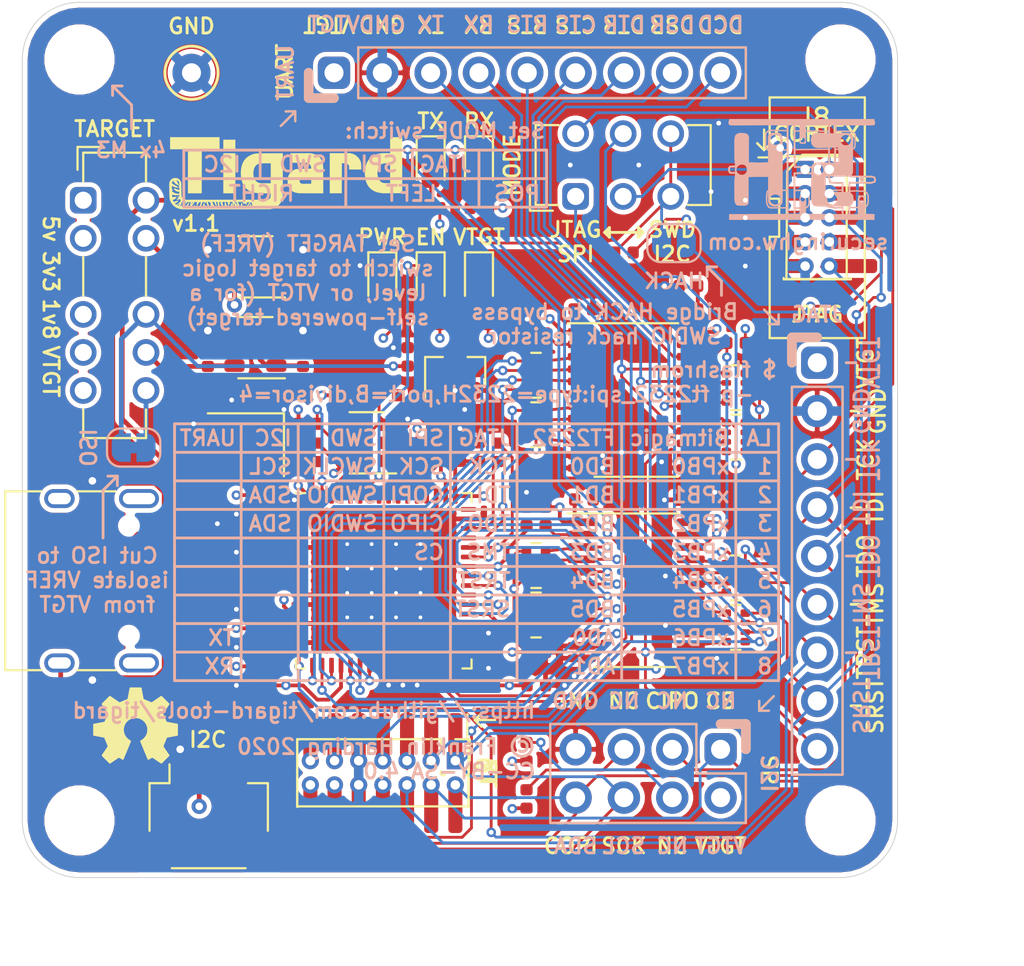
<source format=kicad_pcb>
(kicad_pcb (version 20171130) (host pcbnew "(5.1.9-0-10_14)")
  (title_block (title Tigard) (date 2020-10-27) (rev v1.1) (comment 1 "Copyright Franklin Harding 2020") (comment 2 "Licensed under CC-BY-SA 4.0"))
  (layers (0 F.Cu signal) (1 GND power) (2 PWR power) (31 B.Cu signal) (34 B.Paste user) (35 F.Paste user) (36 B.SilkS user) (37 F.SilkS user) (38 B.Mask user) (39 F.Mask user) (44 Edge.Cuts user))
  (net 0 "")
  (net 1 GND)
  (net 2 +5V)
  (net 3 +1V8)
  (net 4 +3V3)
  (net 5 /VPHY)
  (net 6 /VPLL)
  (net 7 "Net-(C23-Pad1)")
  (net 8 "Net-(C24-Pad1)")
  (net 9 "Net-(D1-Pad2)")
  (net 10 "Net-(D2-Pad1)")
  (net 11 "Net-(D2-Pad2)")
  (net 12 "Net-(D3-Pad2)")
  (net 13 /RXLED)
  (net 14 /TXLED)
  (net 15 "Net-(D4-Pad2)")
  (net 16 /~ENABLE)
  (net 17 "Net-(D5-Pad2)")
  (net 18 /CLK)
  (net 19 /DI)
  (net 20 /USB_DP)
  (net 21 "Net-(J1-PadB5)")
  (net 22 /USB_DN)
  (net 23 "Net-(J1-PadA5)")
  (net 24 /CS)
  (net 25 /UART_TX)
  (net 26 /~UART_RTS)
  (net 27 /~UART_CTS)
  (net 28 /~UART_DTR)
  (net 29 /~UART_DSR)
  (net 30 /~UART_DCD)
  (net 31 "Net-(J4-Pad4)")
  (net 32 "Net-(J4-Pad5)")
  (net 33 "Net-(R6-Pad2)")
  (net 34 "Net-(R7-Pad2)")
  (net 35 /EECS)
  (net 36 "Net-(R13-Pad2)")
  (net 37 /EECLK)
  (net 38 /EEDATA)
  (net 39 "Net-(R18-Pad2)")
  (net 40 "Net-(R19-Pad1)")
  (net 41 /BD0)
  (net 42 /AD4)
  (net 43 /AD0)
  (net 44 /AD2)
  (net 45 /BD3)
  (net 46 /BD1)
  (net 47 /BD4)
  (net 48 /BD5)
  (net 49 "Net-(RN3-Pad1)")
  (net 50 "Net-(RN3-Pad3)")
  (net 51 "Net-(RN3-Pad2)")
  (net 52 "Net-(RN3-Pad4)")
  (net 53 "Net-(RN4-Pad4)")
  (net 54 "Net-(RN4-Pad2)")
  (net 55 "Net-(RN4-Pad3)")
  (net 56 "Net-(RN4-Pad1)")
  (net 57 /AD1)
  (net 58 /AD5)
  (net 59 /AD3)
  (net 60 /AD6)
  (net 61 "Net-(RN5-Pad7)")
  (net 62 "Net-(RN5-Pad8)")
  (net 63 "Net-(RN5-Pad6)")
  (net 64 "Net-(RN5-Pad5)")
  (net 65 "Net-(RN6-Pad5)")
  (net 66 "Net-(RN6-Pad6)")
  (net 67 "Net-(RN6-Pad8)")
  (net 68 "Net-(RN6-Pad7)")
  (net 69 /BD2)
  (net 70 "Net-(RN8-Pad4)")
  (net 71 "Net-(RN8-Pad3)")
  (net 72 "Net-(C25-Pad2)")
  (net 73 /VBUS)
  (net 74 /CORTEX_PIN2)
  (net 75 /SWDIO)
  (net 76 /xPB5)
  (net 77 /xPB4)
  (net 78 /CIPO)
  (net 79 /COPI)
  (net 80 VREF)
  (net 81 VTARGET)
  (net 82 /ICE_CDONE)
  (net 83 /BD7)
  (net 84 /BD6)
  (net 85 VREG)
  (net 86 "Net-(J1-PadB8)")
  (net 87 "Net-(J1-PadA8)")
  (net 88 "Net-(J5-Pad7)")
  (net 89 "Net-(J6-Pad14)")
  (net 90 "Net-(J6-Pad13)")
  (net 91 "Net-(J6-Pad12)")
  (net 92 "Net-(J6-Pad11)")
  (net 93 "Net-(J8-Pad7)")
  (net 94 "Net-(RN6-Pad3)")
  (net 95 "Net-(RN6-Pad4)")
  (net 96 "Net-(SW1-Pad5)")
  (net 97 "Net-(SW1-Pad4)")
  (net 98 "Net-(SW1-Pad3)")
  (net 99 "Net-(SW1-Pad2)")
  (net 100 "Net-(SW1-Pad1)")
  (net 101 "Net-(U1-Pad4)")
  (net 102 "Net-(U2-Pad4)")
  (net 103 "Net-(U3-Pad24)")
  (net 104 "Net-(U3-Pad26)")
  (net 105 "Net-(U3-Pad27)")
  (net 106 "Net-(U3-Pad28)")
  (net 107 "Net-(U3-Pad32)")
  (net 108 "Net-(U3-Pad33)")
  (net 109 "Net-(U3-Pad34)")
  (net 110 "Net-(U3-Pad36)")
  (net 111 "Net-(U3-Pad48)")
  (net 112 "Net-(U3-Pad52)")
  (net 113 "Net-(U3-Pad53)")
  (net 114 "Net-(U3-Pad54)")
  (net 115 "Net-(U3-Pad55)")
  (net 116 "Net-(U3-Pad57)")
  (net 117 "Net-(U3-Pad58)")
  (net 118 "Net-(U3-Pad59)")
  (net 119 "Net-(J9-Pad14)")
  (net 120 "Net-(J9-Pad13)")
  (net 121 "Net-(J9-Pad12)")
  (net 122 "Net-(J9-Pad11)")
  (module Connector_PinHeader_1.27mm:PinHeader_2x07_P1.27mm_Vertical (layer F.Cu) (at 52.75758 69.85842 270)
    (fp_text reference J9 (at 0.635 -1.695 90) (layer F.SilkS))
    (fp_text value LA)
    (pad 14 thru_hole oval (at 1.27 7.62 270) (size 0.9 0.9) (drill 0.5) (layers *.Cu *.Mask) (net 119 "Net-(J9-Pad14)"))
    (pad 13 thru_hole oval (at 0 7.62 270) (size 0.9 0.9) (drill 0.5) (layers *.Cu *.Mask) (net 120 "Net-(J9-Pad13)"))
    (pad 12 thru_hole oval (at 1.27 6.35 270) (size 0.9 0.9) (drill 0.5) (layers *.Cu *.Mask) (net 121 "Net-(J9-Pad12)"))
    (pad 11 thru_hole oval (at 0 6.35 270) (size 0.9 0.9) (drill 0.5) (layers *.Cu *.Mask) (net 122 "Net-(J9-Pad11)"))
    (pad 10 thru_hole oval (at 1.27 5.08 270) (size 0.9 0.9) (drill 0.5) (layers *.Cu *.Mask) (net 1 GND))
    (pad 9 thru_hole oval (at 0 5.08 270) (size 0.9 0.9) (drill 0.5) (layers *.Cu *.Mask) (net 1 GND))
    (pad 8 thru_hole oval (at 1.27 3.81 270) (size 0.9 0.9) (drill 0.5) (layers *.Cu *.Mask) (net 82 /ICE_CDONE))
    (pad 7 thru_hole oval (at 0 3.81 270) (size 0.9 0.9) (drill 0.5) (layers *.Cu *.Mask) (net 25 /UART_TX))
    (pad 6 thru_hole oval (at 1.27 2.54 270) (size 0.9 0.9) (drill 0.5) (layers *.Cu *.Mask) (net 76 /xPB5))
    (pad 5 thru_hole oval (at 0 2.54 270) (size 0.9 0.9) (drill 0.5) (layers *.Cu *.Mask) (net 77 /xPB4))
    (pad 4 thru_hole oval (at 1.27 1.27 270) (size 0.9 0.9) (drill 0.5) (layers *.Cu *.Mask) (net 24 /CS))
    (pad 3 thru_hole oval (at 0 1.27 270) (size 0.9 0.9) (drill 0.5) (layers *.Cu *.Mask) (net 19 /DI))
    (pad 2 thru_hole oval (at 1.27 0 270) (size 0.9 0.9) (drill 0.5) (layers *.Cu *.Mask) (net 79 /COPI))
    (pad 1 thru_hole rect (at 0 0 270) (size 0.9 0.9) (drill 0.5) (layers *.Cu *.Mask) (net 18 /CLK))
  )
  (module mybays_connector:debugger_2x05_P1.27mm_Vertical (layer F.Cu) (at 71.78 41.32)
    (fp_text reference J8 (at -0.15 -5.24) (layer F.SilkS))
    (fp_text value CORTEX)
    (pad 9 thru_hole oval (at -0.635 2.54) (size 0.9 0.9) (drill 0.5) (layers *.Cu *.Mask) (net 1 GND))
    (pad 10 thru_hole oval (at 0.635 2.54) (size 0.9 0.9) (drill 0.5) (layers *.Cu *.Mask) (net 76 /xPB5))
    (pad 7 thru_hole oval (at -0.635 1.27) (size 0.9 0.9) (drill 0.5) (layers *.Cu *.Mask) (net 93 "Net-(J8-Pad7)"))
    (pad 8 thru_hole oval (at 0.635 1.27) (size 0.9 0.9) (drill 0.5) (layers *.Cu *.Mask) (net 79 /COPI))
    (pad 5 thru_hole oval (at -0.635 0) (size 0.9 0.9) (drill 0.5) (layers *.Cu *.Mask) (net 1 GND))
    (pad 6 thru_hole oval (at 0.635 0) (size 0.9 0.9) (drill 0.5) (layers *.Cu *.Mask) (net 78 /CIPO))
    (pad 3 thru_hole oval (at -0.635 -1.27) (size 0.9 0.9) (drill 0.5) (layers *.Cu *.Mask) (net 1 GND))
    (pad 4 thru_hole oval (at 0.635 -1.27) (size 0.9 0.9) (drill 0.5) (layers *.Cu *.Mask) (net 18 /CLK))
    (pad 2 thru_hole oval (at 0.635 -2.54) (size 0.9 0.9) (drill 0.5) (layers *.Cu *.Mask) (net 74 /CORTEX_PIN2))
    (pad 1 thru_hole rect (at -0.635 -2.54) (size 0.9 0.9) (drill 0.5) (layers *.Cu *.Mask) (net 81 VTARGET))
  )
  (module tigard:PinHeader_2x07_P1.27mm_Vertical_SMD (layer F.Cu) (at 48.95 70.51 270)
    (fp_text reference J6)
    (fp_text value LA (at -0.03 -5.59 270) (layer F.SilkS) (effects (font (size 0.8 0.8))))
    (pad 14 smd roundrect (at 1.95 3.81 270) (size 2.4 0.74) (layers F.Cu F.Paste F.Mask) (net 89 "Net-(J6-Pad14)"))
    (pad 13 smd roundrect (at -1.95 3.81 270) (size 2.4 0.74) (layers F.Cu F.Paste F.Mask) (net 90 "Net-(J6-Pad13)"))
    (pad 12 smd roundrect (at 1.95 2.54 270) (size 2.4 0.74) (layers F.Cu F.Paste F.Mask) (net 91 "Net-(J6-Pad12)"))
    (pad 11 smd roundrect (at -1.95 2.54 270) (size 2.4 0.74) (layers F.Cu F.Paste F.Mask) (net 92 "Net-(J6-Pad11)"))
    (pad 10 smd roundrect (at 1.95 1.27 270) (size 2.4 0.74) (layers F.Cu F.Paste F.Mask) (net 1 GND))
    (pad 9 smd roundrect (at -1.95 1.27 270) (size 2.4 0.74) (layers F.Cu F.Paste F.Mask) (net 1 GND))
    (pad 8 smd roundrect (at 1.95 0 270) (size 2.4 0.74) (layers F.Cu F.Paste F.Mask) (net 82 /ICE_CDONE))
    (pad 7 smd roundrect (at -1.95 0 270) (size 2.4 0.74) (layers F.Cu F.Paste F.Mask) (net 25 /UART_TX))
    (pad 6 smd roundrect (at 1.95 -1.27 270) (size 2.4 0.74) (layers F.Cu F.Paste F.Mask) (net 76 /xPB5))
    (pad 5 smd roundrect (at -1.95 -1.27 270) (size 2.4 0.74) (layers F.Cu F.Paste F.Mask) (net 77 /xPB4))
    (pad 4 smd roundrect (at 1.95 -2.54 270) (size 2.4 0.74) (layers F.Cu F.Paste F.Mask) (net 24 /CS))
    (pad 3 smd roundrect (at -1.95 -2.54 270) (size 2.4 0.74) (layers F.Cu F.Paste F.Mask) (net 19 /DI))
    (pad 2 smd roundrect (at 1.95 -3.81 270) (size 2.4 0.74) (layers F.Cu F.Paste F.Mask) (net 79 /COPI))
    (pad 1 smd roundrect (at -1.95 -3.81 270) (size 2.4 0.74) (layers F.Cu F.Paste F.Mask) (net 18 /CLK))
  )
  (module tigard:USB_C_Receptacle_HRO_TYPE-C-31-M-12 (layer F.Cu) (at 33 60.4 270)
    (fp_text reference J1)
    (fp_text value USB_C_Receptacle_USB2.0)
    (pad B1 smd rect (at 3.25 -4.045 270) (size 0.6 1.45) (layers F.Cu F.Paste F.Mask) (net 1 GND))
    (pad A9 smd rect (at 2.45 -4.045 270) (size 0.6 1.45) (layers F.Cu F.Paste F.Mask) (net 73 /VBUS))
    (pad B9 smd rect (at -2.45 -4.045 270) (size 0.6 1.45) (layers F.Cu F.Paste F.Mask) (net 73 /VBUS))
    (pad B12 smd rect (at -3.25 -4.045 270) (size 0.6 1.45) (layers F.Cu F.Paste F.Mask) (net 1 GND))
    (pad A1 smd rect (at -3.25 -4.045 270) (size 0.6 1.45) (layers F.Cu F.Paste F.Mask) (net 1 GND))
    (pad A4 smd rect (at -2.45 -4.045 270) (size 0.6 1.45) (layers F.Cu F.Paste F.Mask) (net 73 /VBUS))
    (pad B4 smd rect (at 2.45 -4.045 270) (size 0.6 1.45) (layers F.Cu F.Paste F.Mask) (net 73 /VBUS))
    (pad A12 smd rect (at 3.25 -4.045 270) (size 0.6 1.45) (layers F.Cu F.Paste F.Mask) (net 1 GND))
    (pad B8 smd rect (at -1.75 -4.045 270) (size 0.3 1.45) (layers F.Cu F.Paste F.Mask) (net 86 "Net-(J1-PadB8)"))
    (pad A5 smd rect (at -1.25 -4.045 270) (size 0.3 1.45) (layers F.Cu F.Paste F.Mask) (net 23 "Net-(J1-PadA5)"))
    (pad B7 smd rect (at -0.75 -4.045 270) (size 0.3 1.45) (layers F.Cu F.Paste F.Mask) (net 22 /USB_DN))
    (pad A7 smd rect (at 0.25 -4.045 270) (size 0.3 1.45) (layers F.Cu F.Paste F.Mask) (net 22 /USB_DN))
    (pad B6 smd rect (at 0.75 -4.045 270) (size 0.3 1.45) (layers F.Cu F.Paste F.Mask) (net 20 /USB_DP))
    (pad A8 smd rect (at 1.25 -4.045 270) (size 0.3 1.45) (layers F.Cu F.Paste F.Mask) (net 87 "Net-(J1-PadA8)"))
    (pad B5 smd rect (at 1.75 -4.045 270) (size 0.3 1.45) (layers F.Cu F.Paste F.Mask) (net 21 "Net-(J1-PadB5)"))
    (pad A6 smd rect (at -0.25 -4.045 270) (size 0.3 1.45) (layers F.Cu F.Paste F.Mask) (net 20 /USB_DP))
    (pad S1 thru_hole oval (at 4.32 -3.13 270) (size 1 2.1) (drill oval 0.6 1.7) (layers *.Cu *.Mask) (net 72 "Net-(C25-Pad2)"))
    (pad S1 thru_hole oval (at -4.32 -3.13 270) (size 1 2.1) (drill oval 0.6 1.7) (layers *.Cu *.Mask) (net 72 "Net-(C25-Pad2)"))
    (pad "" np_thru_hole circle (at -2.89 -2.6 270) (size 0.65 0.65) (drill 0.65) (layers *.Cu *.Mask))
    (pad S1 thru_hole oval (at -4.32 1.05 270) (size 1 1.6) (drill oval 0.6 1.2) (layers *.Cu *.Mask) (net 72 "Net-(C25-Pad2)"))
    (pad "" np_thru_hole circle (at 2.89 -2.6 270) (size 0.65 0.65) (drill 0.65) (layers *.Cu *.Mask))
    (pad S1 thru_hole oval (at 4.32 1.05 270) (size 1 1.6) (drill oval 0.6 1.2) (layers *.Cu *.Mask) (net 72 "Net-(C25-Pad2)"))
  )
  (module tigard:PinHeader_1x09_P2.54mm_Vertical (layer F.Cu) (at 71.78 48.94)
    (fp_text reference J2)
    (fp_text value JTAG (at 0 -2.54) (layer F.SilkS) (effects (font (size 0.8 0.8))))
    (pad 1 thru_hole roundrect (at 0 0) (size 1.7 1.7) (drill 1) (layers *.Cu *.Mask) (net 81 VTARGET))
    (pad 2 thru_hole oval (at 0 2.54) (size 1.7 1.7) (drill 1) (layers *.Cu *.Mask) (net 1 GND))
    (pad 3 thru_hole oval (at 0 5.08) (size 1.7 1.7) (drill 1) (layers *.Cu *.Mask) (net 18 /CLK))
    (pad 4 thru_hole oval (at 0 7.62) (size 1.7 1.7) (drill 1) (layers *.Cu *.Mask) (net 79 /COPI))
    (pad 5 thru_hole oval (at 0 10.16) (size 1.7 1.7) (drill 1) (layers *.Cu *.Mask) (net 78 /CIPO))
    (pad 6 thru_hole oval (at 0 12.7) (size 1.7 1.7) (drill 1) (layers *.Cu *.Mask) (net 24 /CS))
    (pad 7 thru_hole oval (at 0 15.24) (size 1.7 1.7) (drill 1) (layers *.Cu *.Mask) (net 77 /xPB4))
    (pad 8 thru_hole oval (at 0 17.78) (size 1.7 1.7) (drill 1) (layers *.Cu *.Mask) (net 76 /xPB5))
    (pad 9 thru_hole oval (at 0 20.32) (size 1.7 1.7) (drill 1) (layers *.Cu *.Mask) (net 82 /ICE_CDONE))
  )
  (module tigard:Tigard_Logo (layer F.Cu) (at 43.84 38.9832)
    (fp_text reference G*** hide)
    (fp_text value LOGO hide)
  )
  (module Package_SO:TSSOP-24_4.4x7.8mm_P0.65mm (layer F.Cu) (at 62.27 50.9)
    (fp_text reference U6)
    (fp_text value SN74LVC8T245)
    (pad 24 smd roundrect (at 2.8625 -3.575) (size 1.475 0.4) (layers F.Cu F.Paste F.Mask) (net 80 VREF))
    (pad 23 smd roundrect (at 2.8625 -2.925) (size 1.475 0.4) (layers F.Cu F.Paste F.Mask) (net 80 VREF))
    (pad 22 smd roundrect (at 2.8625 -2.275) (size 1.475 0.4) (layers F.Cu F.Paste F.Mask) (net 16 /~ENABLE))
    (pad 21 smd roundrect (at 2.8625 -1.625) (size 1.475 0.4) (layers F.Cu F.Paste F.Mask) (net 82 /ICE_CDONE))
    (pad 20 smd roundrect (at 2.8625 -0.975) (size 1.475 0.4) (layers F.Cu F.Paste F.Mask) (net 27 /~UART_CTS))
    (pad 19 smd roundrect (at 2.8625 -0.325) (size 1.475 0.4) (layers F.Cu F.Paste F.Mask) (net 29 /~UART_DSR))
    (pad 18 smd roundrect (at 2.8625 0.325) (size 1.475 0.4) (layers F.Cu F.Paste F.Mask) (net 30 /~UART_DCD))
    (pad 17 smd roundrect (at 2.8625 0.975) (size 1.475 0.4) (layers F.Cu F.Paste F.Mask) (net 19 /DI))
    (pad 16 smd roundrect (at 2.8625 1.625) (size 1.475 0.4) (layers F.Cu F.Paste F.Mask) (net 82 /ICE_CDONE))
    (pad 15 smd roundrect (at 2.8625 2.275) (size 1.475 0.4) (layers F.Cu F.Paste F.Mask) (net 71 "Net-(RN8-Pad3)"))
    (pad 14 smd roundrect (at 2.8625 2.925) (size 1.475 0.4) (layers F.Cu F.Paste F.Mask) (net 70 "Net-(RN8-Pad4)"))
    (pad 13 smd roundrect (at 2.8625 3.575) (size 1.475 0.4) (layers F.Cu F.Paste F.Mask) (net 1 GND))
    (pad 12 smd roundrect (at -2.8625 3.575) (size 1.475 0.4) (layers F.Cu F.Paste F.Mask) (net 1 GND))
    (pad 11 smd roundrect (at -2.8625 2.925) (size 1.475 0.4) (layers F.Cu F.Paste F.Mask) (net 1 GND))
    (pad 10 smd roundrect (at -2.8625 2.275) (size 1.475 0.4) (layers F.Cu F.Paste F.Mask) (net 65 "Net-(RN6-Pad5)"))
    (pad 9 smd roundrect (at -2.8625 1.625) (size 1.475 0.4) (layers F.Cu F.Paste F.Mask) (net 66 "Net-(RN6-Pad6)"))
    (pad 8 smd roundrect (at -2.8625 0.975) (size 1.475 0.4) (layers F.Cu F.Paste F.Mask) (net 68 "Net-(RN6-Pad7)"))
    (pad 7 smd roundrect (at -2.8625 0.325) (size 1.475 0.4) (layers F.Cu F.Paste F.Mask) (net 67 "Net-(RN6-Pad8)"))
    (pad 6 smd roundrect (at -2.8625 -0.325) (size 1.475 0.4) (layers F.Cu F.Paste F.Mask) (net 64 "Net-(RN5-Pad5)"))
    (pad 5 smd roundrect (at -2.8625 -0.975) (size 1.475 0.4) (layers F.Cu F.Paste F.Mask) (net 63 "Net-(RN5-Pad6)"))
    (pad 4 smd roundrect (at -2.8625 -1.625) (size 1.475 0.4) (layers F.Cu F.Paste F.Mask) (net 61 "Net-(RN5-Pad7)"))
    (pad 3 smd roundrect (at -2.8625 -2.275) (size 1.475 0.4) (layers F.Cu F.Paste F.Mask) (net 62 "Net-(RN5-Pad8)"))
    (pad 2 smd roundrect (at -2.8625 -2.925) (size 1.475 0.4) (layers F.Cu F.Paste F.Mask) (net 40 "Net-(R19-Pad1)"))
    (pad 1 smd roundrect (at -2.8625 -3.575) (size 1.475 0.4) (layers F.Cu F.Paste F.Mask) (net 4 +3V3))
  )
  (module Connector_JST:JST_SH_SM04B-SRSS-TB_1x04-1MP_P1.00mm_Horizontal (layer F.Cu) (at 39.795 72.825)
    (fp_text reference J7 hide)
    (fp_text value I2C (at -0.045 -4.075) (layer F.SilkS) (effects (font (size 0.8 0.8))))
    (pad MP smd roundrect (at 2.8 1.875) (size 1.2 1.8) (layers F.Cu F.Paste F.Mask) (roundrect_rratio 0.2083325) (net 1 GND))
    (pad MP smd roundrect (at -2.8 1.875) (size 1.2 1.8) (layers F.Cu F.Paste F.Mask) (roundrect_rratio 0.2083325) (net 1 GND))
    (pad 4 smd roundrect (at 1.5 -2) (size 0.6 1.55) (layers F.Cu F.Paste F.Mask) (net 18 /CLK))
    (pad 3 smd roundrect (at 0.5 -2) (size 0.6 1.55) (layers F.Cu F.Paste F.Mask) (net 79 /COPI))
    (pad 2 smd roundrect (at -0.5 -2) (size 0.6 1.55) (layers F.Cu F.Paste F.Mask) (net 81 VTARGET))
    (pad 1 smd roundrect (at -1.5 -2) (size 0.6 1.55) (layers F.Cu F.Paste F.Mask) (net 1 GND))
  )
  (module TestPoint:TestPoint_Keystone_5000-5004_Miniature (layer F.Cu) (at 38.89 33.7 180)
    (fp_text reference TP1)
    (fp_text value GND (at 0 2.45) (layer F.SilkS) (effects (font (size 0.8 0.8))))
    (pad 1 thru_hole circle (at 0 0 180) (size 2 2) (drill 1) (layers *.Cu *.Mask) (net 1 GND))
  )
  (module tigard:SW_CuK_JS202011CQN_DPDT_Straight (layer F.Cu) (at 59.08 40.2)
    (fp_text reference SW2)
    (fp_text value MODE (at -3.33 -1.65 90) (layer F.SilkS) (effects (font (size 0.8 0.8))))
    (pad 3 thru_hole circle (at 5 0) (size 1.4 1.4) (drill 0.9) (layers *.Cu *.Mask) (net 75 /SWDIO))
    (pad 2 thru_hole circle (at 2.5 0) (size 1.4 1.4) (drill 0.9) (layers *.Cu *.Mask) (net 74 /CORTEX_PIN2))
    (pad 1 thru_hole roundrect (at 0 0) (size 1.4 1.4) (drill 0.9) (layers *.Cu *.Mask) (net 24 /CS))
    (pad 6 thru_hole circle (at 5 -3.3) (size 1.4 1.4) (drill 0.9) (layers *.Cu *.Mask) (net 75 /SWDIO))
    (pad 5 thru_hole circle (at 2.5 -3.3) (size 1.4 1.4) (drill 0.9) (layers *.Cu *.Mask) (net 19 /DI))
    (pad 4 thru_hole circle (at 0 -3.3 90) (size 1.4 1.4) (drill 0.9) (layers *.Cu *.Mask) (net 78 /CIPO))
  )
  (module tigard:PinHeader_2x04_P2.54mm_Vertical (layer F.Cu) (at 66.7 69.26 270)
    (fp_text reference J4)
    (fp_text value SPI (at 1.27 -2.55 270 unlocked) (layer F.SilkS) (effects (font (size 0.8 0.8))))
    (pad 1 thru_hole roundrect (at 0 0 270) (size 1.7 1.7) (drill 1) (layers *.Cu *.Mask) (net 24 /CS))
    (pad 2 thru_hole oval (at 2.54 0 270) (size 1.7 1.7) (drill 1) (layers *.Cu *.Mask) (net 81 VTARGET))
    (pad 3 thru_hole oval (at 0 2.54 270) (size 1.7 1.7) (drill 1) (layers *.Cu *.Mask) (net 78 /CIPO))
    (pad 4 thru_hole oval (at 2.54 2.54 270) (size 1.7 1.7) (drill 1) (layers *.Cu *.Mask) (net 31 "Net-(J4-Pad4)"))
    (pad 5 thru_hole oval (at 0 5.08 270) (size 1.7 1.7) (drill 1) (layers *.Cu *.Mask) (net 32 "Net-(J4-Pad5)"))
    (pad 6 thru_hole oval (at 2.54 5.08 270) (size 1.7 1.7) (drill 1) (layers *.Cu *.Mask) (net 18 /CLK))
    (pad 7 thru_hole oval (at 0 7.62 270) (size 1.7 1.7) (drill 1) (layers *.Cu *.Mask) (net 1 GND))
    (pad 8 thru_hole oval (at 2.54 7.62 270) (size 1.7 1.7) (drill 1) (layers *.Cu *.Mask) (net 79 /COPI))
  )
  (module tigard:PinHeader_2x05_P1.27mm_Vertical_SMD (layer F.Cu) (at 71.78 41.32)
    (fp_text reference J5 hide)
    (fp_text value CORTEX (at -0.03 -4.42) (layer F.SilkS) (effects (font (size 0.8 0.8))))
    (pad 10 smd roundrect (at 1.95 2.54) (size 2.4 0.74) (layers F.Cu F.Paste F.Mask) (net 76 /xPB5))
    (pad 9 smd roundrect (at -1.95 2.54) (size 2.4 0.74) (layers F.Cu F.Paste F.Mask) (net 1 GND))
    (pad 8 smd roundrect (at 1.95 1.27) (size 2.4 0.74) (layers F.Cu F.Paste F.Mask) (net 79 /COPI))
    (pad 7 smd roundrect (at -1.95 1.27) (size 2.4 0.74) (layers F.Cu F.Paste F.Mask) (net 88 "Net-(J5-Pad7)"))
    (pad 6 smd roundrect (at 1.95 0) (size 2.4 0.74) (layers F.Cu F.Paste F.Mask) (net 78 /CIPO))
    (pad 5 smd roundrect (at -1.95 0) (size 2.4 0.74) (layers F.Cu F.Paste F.Mask) (net 1 GND))
    (pad 4 smd roundrect (at 1.95 -1.27) (size 2.4 0.74) (layers F.Cu F.Paste F.Mask) (net 18 /CLK))
    (pad 3 smd roundrect (at -1.95 -1.27) (size 2.4 0.74) (layers F.Cu F.Paste F.Mask) (net 1 GND))
    (pad 2 smd roundrect (at 1.95 -2.54) (size 2.4 0.74) (layers F.Cu F.Paste F.Mask) (net 74 /CORTEX_PIN2))
    (pad 1 smd roundrect (at -1.95 -2.54) (size 2.4 0.74) (layers F.Cu F.Paste F.Mask) (net 81 VTARGET))
  )
  (module tigard:PinHeader_1x09_P2.54mm_Vertical (layer F.Cu) (at 46.38 33.7 90)
    (fp_text reference J3)
    (fp_text value UART (at 0.05 -2.59 90) (layer F.SilkS) (effects (font (size 0.8 0.8))))
    (pad 1 thru_hole roundrect (at 0 0 90) (size 1.7 1.7) (drill 1) (layers *.Cu *.Mask) (net 81 VTARGET))
    (pad 2 thru_hole oval (at 0 2.54 90) (size 1.7 1.7) (drill 1) (layers *.Cu *.Mask) (net 1 GND))
    (pad 3 thru_hole oval (at 0 5.08 90) (size 1.7 1.7) (drill 1) (layers *.Cu *.Mask) (net 25 /UART_TX))
    (pad 4 thru_hole oval (at 0 7.62 90) (size 1.7 1.7) (drill 1) (layers *.Cu *.Mask) (net 82 /ICE_CDONE))
    (pad 5 thru_hole oval (at 0 10.16 90) (size 1.7 1.7) (drill 1) (layers *.Cu *.Mask) (net 26 /~UART_RTS))
    (pad 6 thru_hole oval (at 0 12.7 90) (size 1.7 1.7) (drill 1) (layers *.Cu *.Mask) (net 27 /~UART_CTS))
    (pad 7 thru_hole oval (at 0 15.24 90) (size 1.7 1.7) (drill 1) (layers *.Cu *.Mask) (net 28 /~UART_DTR))
    (pad 8 thru_hole oval (at 0 17.78 90) (size 1.7 1.7) (drill 1) (layers *.Cu *.Mask) (net 29 /~UART_DSR))
    (pad 9 thru_hole oval (at 0 20.32 90) (size 1.7 1.7) (drill 1) (layers *.Cu *.Mask) (net 30 /~UART_DCD))
  )
  (module tigard:SW_ALPS_SSSS224100_DP4T (layer F.Cu) (at 33.2 40.4 270)
    (fp_text reference SW1)
    (fp_text value TARGET (at -3.75 -1.65 180) (layer F.SilkS) (effects (font (size 0.8 0.8))))
    (pad 5 thru_hole circle (at 10 0 270) (size 1.4 1.4) (drill 0.9) (layers *.Cu *.Mask) (net 96 "Net-(SW1-Pad5)"))
    (pad 4 thru_hole circle (at 8 0 270) (size 1.4 1.4) (drill 0.9) (layers *.Cu *.Mask) (net 97 "Net-(SW1-Pad4)"))
    (pad 3 thru_hole circle (at 6 0 270) (size 1.4 1.4) (drill 0.9) (layers *.Cu *.Mask) (net 98 "Net-(SW1-Pad3)"))
    (pad 2 thru_hole circle (at 2 0 270) (size 1.4 1.4) (drill 0.9) (layers *.Cu *.Mask) (net 99 "Net-(SW1-Pad2)"))
    (pad 1 thru_hole roundrect (at 0 0 270) (size 1.4 1.4) (drill 0.9) (layers *.Cu *.Mask) (net 100 "Net-(SW1-Pad1)"))
    (pad 10 thru_hole circle (at 10 -3.3 270) (size 1.4 1.4) (drill 0.9) (layers *.Cu *.Mask) (net 81 VTARGET))
    (pad 9 thru_hole circle (at 8 -3.3 270) (size 1.4 1.4) (drill 0.9) (layers *.Cu *.Mask) (net 3 +1V8))
    (pad 8 thru_hole circle (at 6 -3.3 270) (size 1.4 1.4) (drill 0.9) (layers *.Cu *.Mask) (net 80 VREF))
    (pad 7 thru_hole circle (at 2 -3.3 270) (size 1.4 1.4) (drill 0.9) (layers *.Cu *.Mask) (net 4 +3V3))
    (pad 6 thru_hole circle (at 0 -3.3 270) (size 1.4 1.4) (drill 0.9) (layers *.Cu *.Mask) (net 2 +5V))
  )
  (module Package_SO:TSSOP-24_4.4x7.8mm_P0.65mm (layer F.Cu) (at 62.27 60.9)
    (fp_text reference U5)
    (fp_text value SN74LVC8T245)
    (pad 1 smd roundrect (at -2.8625 -3.575) (size 1.475 0.4) (layers F.Cu F.Paste F.Mask) (net 4 +3V3))
    (pad 2 smd roundrect (at -2.8625 -2.925) (size 1.475 0.4) (layers F.Cu F.Paste F.Mask) (net 39 "Net-(R18-Pad2)"))
    (pad 3 smd roundrect (at -2.8625 -2.275) (size 1.475 0.4) (layers F.Cu F.Paste F.Mask) (net 41 /BD0))
    (pad 4 smd roundrect (at -2.8625 -1.625) (size 1.475 0.4) (layers F.Cu F.Paste F.Mask) (net 46 /BD1))
    (pad 5 smd roundrect (at -2.8625 -0.975) (size 1.475 0.4) (layers F.Cu F.Paste F.Mask) (net 45 /BD3))
    (pad 6 smd roundrect (at -2.8625 -0.325) (size 1.475 0.4) (layers F.Cu F.Paste F.Mask) (net 47 /BD4))
    (pad 7 smd roundrect (at -2.8625 0.325) (size 1.475 0.4) (layers F.Cu F.Paste F.Mask) (net 48 /BD5))
    (pad 8 smd roundrect (at -2.8625 0.975) (size 1.475 0.4) (layers F.Cu F.Paste F.Mask) (net 42 /AD4))
    (pad 9 smd roundrect (at -2.8625 1.625) (size 1.475 0.4) (layers F.Cu F.Paste F.Mask) (net 44 /AD2))
    (pad 10 smd roundrect (at -2.8625 2.275) (size 1.475 0.4) (layers F.Cu F.Paste F.Mask) (net 43 /AD0))
    (pad 11 smd roundrect (at -2.8625 2.925) (size 1.475 0.4) (layers F.Cu F.Paste F.Mask) (net 1 GND))
    (pad 12 smd roundrect (at -2.8625 3.575) (size 1.475 0.4) (layers F.Cu F.Paste F.Mask) (net 1 GND))
    (pad 13 smd roundrect (at 2.8625 3.575) (size 1.475 0.4) (layers F.Cu F.Paste F.Mask) (net 1 GND))
    (pad 14 smd roundrect (at 2.8625 2.925) (size 1.475 0.4) (layers F.Cu F.Paste F.Mask) (net 53 "Net-(RN4-Pad4)"))
    (pad 15 smd roundrect (at 2.8625 2.275) (size 1.475 0.4) (layers F.Cu F.Paste F.Mask) (net 55 "Net-(RN4-Pad3)"))
    (pad 16 smd roundrect (at 2.8625 1.625) (size 1.475 0.4) (layers F.Cu F.Paste F.Mask) (net 54 "Net-(RN4-Pad2)"))
    (pad 17 smd roundrect (at 2.8625 0.975) (size 1.475 0.4) (layers F.Cu F.Paste F.Mask) (net 56 "Net-(RN4-Pad1)"))
    (pad 18 smd roundrect (at 2.8625 0.325) (size 1.475 0.4) (layers F.Cu F.Paste F.Mask) (net 52 "Net-(RN3-Pad4)"))
    (pad 19 smd roundrect (at 2.8625 -0.325) (size 1.475 0.4) (layers F.Cu F.Paste F.Mask) (net 50 "Net-(RN3-Pad3)"))
    (pad 20 smd roundrect (at 2.8625 -0.975) (size 1.475 0.4) (layers F.Cu F.Paste F.Mask) (net 51 "Net-(RN3-Pad2)"))
    (pad 21 smd roundrect (at 2.8625 -1.625) (size 1.475 0.4) (layers F.Cu F.Paste F.Mask) (net 49 "Net-(RN3-Pad1)"))
    (pad 22 smd roundrect (at 2.8625 -2.275) (size 1.475 0.4) (layers F.Cu F.Paste F.Mask) (net 16 /~ENABLE))
    (pad 23 smd roundrect (at 2.8625 -2.925) (size 1.475 0.4) (layers F.Cu F.Paste F.Mask) (net 80 VREF))
    (pad 24 smd roundrect (at 2.8625 -3.575) (size 1.475 0.4) (layers F.Cu F.Paste F.Mask) (net 80 VREF))
  )
  (module tigard:R_Array_Convex_4x0402_RoundRect (layer F.Cu) (at 57 62.2)
    (fp_text reference RN2)
    (fp_text value 100k)
    (pad 5 smd roundrect (at 0.5 0.75) (size 0.5 0.4) (layers F.Cu F.Paste F.Mask) (net 43 /AD0))
    (pad 6 smd roundrect (at 0.5 0.25) (size 0.5 0.3) (layers F.Cu F.Paste F.Mask) (net 44 /AD2))
    (pad 8 smd roundrect (at 0.5 -0.75) (size 0.5 0.4) (layers F.Cu F.Paste F.Mask) (net 48 /BD5))
    (pad 7 smd roundrect (at 0.5 -0.25) (size 0.5 0.3) (layers F.Cu F.Paste F.Mask) (net 42 /AD4))
    (pad 4 smd roundrect (at -0.5 0.75) (size 0.5 0.4) (layers F.Cu F.Paste F.Mask) (net 4 +3V3))
    (pad 2 smd roundrect (at -0.5 -0.25) (size 0.5 0.3) (layers F.Cu F.Paste F.Mask) (net 4 +3V3))
    (pad 3 smd roundrect (at -0.5 0.25) (size 0.5 0.3) (layers F.Cu F.Paste F.Mask) (net 4 +3V3))
    (pad 1 smd roundrect (at -0.5 -0.75) (size 0.5 0.4) (layers F.Cu F.Paste F.Mask) (net 4 +3V3))
  )
  (module Capacitor_SMD:C_0402_1005Metric (layer F.Cu) (at 56.5 57.015 90)
    (fp_text reference C16)
    (fp_text value 100n)
    (pad 1 smd roundrect (at -0.485 0 90) (size 0.59 0.64) (layers F.Cu F.Paste F.Mask) (net 4 +3V3))
    (pad 2 smd roundrect (at 0.485 0 90) (size 0.59 0.64) (layers F.Cu F.Paste F.Mask) (net 1 GND))
  )
  (module Capacitor_SMD:C_0402_1005Metric (layer F.Cu) (at 44.75 48.65 90)
    (fp_text reference C1)
    (fp_text value 2u2)
    (pad 1 smd roundrect (at -0.485 0 90) (size 0.59 0.64) (layers F.Cu F.Paste F.Mask) (net 2 +5V))
    (pad 2 smd roundrect (at 0.485 0 90) (size 0.59 0.64) (layers F.Cu F.Paste F.Mask) (net 1 GND))
  )
  (module Capacitor_SMD:C_0402_1005Metric (layer F.Cu) (at 39.75 48.65 90)
    (fp_text reference C2)
    (fp_text value 2u2)
    (pad 2 smd roundrect (at 0.485 0 90) (size 0.59 0.64) (layers F.Cu F.Paste F.Mask) (net 1 GND))
    (pad 1 smd roundrect (at -0.485 0 90) (size 0.59 0.64) (layers F.Cu F.Paste F.Mask) (net 3 +1V8))
  )
  (module Capacitor_SMD:C_0402_1005Metric (layer F.Cu) (at 44.75 44.4 90)
    (fp_text reference C3)
    (fp_text value 2u2)
    (pad 1 smd roundrect (at -0.485 0 90) (size 0.59 0.64) (layers F.Cu F.Paste F.Mask) (net 2 +5V))
    (pad 2 smd roundrect (at 0.485 0 90) (size 0.59 0.64) (layers F.Cu F.Paste F.Mask) (net 1 GND))
  )
  (module Capacitor_SMD:C_0402_1005Metric (layer F.Cu) (at 39.75 44.385 90)
    (fp_text reference C4)
    (fp_text value 2u2)
    (pad 1 smd roundrect (at -0.485 0 90) (size 0.59 0.64) (layers F.Cu F.Paste F.Mask) (net 4 +3V3))
    (pad 2 smd roundrect (at 0.485 0 90) (size 0.59 0.64) (layers F.Cu F.Paste F.Mask) (net 1 GND))
  )
  (module Capacitor_SMD:C_0402_1005Metric (layer F.Cu) (at 42.515 57.9 180)
    (fp_text reference C5)
    (fp_text value 100n)
    (pad 1 smd roundrect (at -0.485 0 180) (size 0.59 0.64) (layers F.Cu F.Paste F.Mask) (net 5 /VPHY))
    (pad 2 smd roundrect (at 0.485 0 180) (size 0.59 0.64) (layers F.Cu F.Paste F.Mask) (net 1 GND))
  )
  (module Capacitor_SMD:C_0402_1005Metric (layer F.Cu) (at 42.515 56.9 180)
    (fp_text reference C6)
    (fp_text value 2u2)
    (pad 2 smd roundrect (at 0.485 0 180) (size 0.59 0.64) (layers F.Cu F.Paste F.Mask) (net 1 GND))
    (pad 1 smd roundrect (at -0.485 0 180) (size 0.59 0.64) (layers F.Cu F.Paste F.Mask) (net 5 /VPHY))
  )
  (module Capacitor_SMD:C_0402_1005Metric (layer F.Cu) (at 42.515 61.9 180)
    (fp_text reference C7)
    (fp_text value 2u2)
    (pad 2 smd roundrect (at 0.485 0 180) (size 0.59 0.64) (layers F.Cu F.Paste F.Mask) (net 1 GND))
    (pad 1 smd roundrect (at -0.485 0 180) (size 0.59 0.64) (layers F.Cu F.Paste F.Mask) (net 6 /VPLL))
  )
  (module Capacitor_SMD:C_0402_1005Metric (layer F.Cu) (at 42.515 60.9 180)
    (fp_text reference C8)
    (fp_text value 100n)
    (pad 2 smd roundrect (at 0.485 0 180) (size 0.59 0.64) (layers F.Cu F.Paste F.Mask) (net 1 GND))
    (pad 1 smd roundrect (at -0.485 0 180) (size 0.59 0.64) (layers F.Cu F.Paste F.Mask) (net 6 /VPLL))
  )
  (module Capacitor_SMD:C_0402_1005Metric (layer F.Cu) (at 54 53.635 90)
    (fp_text reference C9)
    (fp_text value 2u2)
    (pad 2 smd roundrect (at 0.485 0 90) (size 0.59 0.64) (layers F.Cu F.Paste F.Mask) (net 1 GND))
    (pad 1 smd roundrect (at -0.485 0 90) (size 0.59 0.64) (layers F.Cu F.Paste F.Mask) (net 85 VREG))
  )
  (module Capacitor_SMD:C_0402_1005Metric (layer F.Cu) (at 53 53.635 90)
    (fp_text reference C10)
    (fp_text value 2u2)
    (pad 1 smd roundrect (at -0.485 0 90) (size 0.59 0.64) (layers F.Cu F.Paste F.Mask) (net 85 VREG))
    (pad 2 smd roundrect (at 0.485 0 90) (size 0.59 0.64) (layers F.Cu F.Paste F.Mask) (net 1 GND))
  )
  (module Capacitor_SMD:C_0402_1005Metric (layer F.Cu) (at 42.515 63.9 180)
    (fp_text reference C11)
    (fp_text value 100n)
    (pad 1 smd roundrect (at -0.485 0 180) (size 0.59 0.64) (layers F.Cu F.Paste F.Mask) (net 85 VREG))
    (pad 2 smd roundrect (at 0.485 0 180) (size 0.59 0.64) (layers F.Cu F.Paste F.Mask) (net 1 GND))
  )
  (module Capacitor_SMD:C_0402_1005Metric (layer F.Cu) (at 57.015 64.15)
    (fp_text reference C12)
    (fp_text value 100n)
    (pad 1 smd roundrect (at -0.485 0) (size 0.59 0.64) (layers F.Cu F.Paste F.Mask) (net 85 VREG))
    (pad 2 smd roundrect (at 0.485 0) (size 0.59 0.64) (layers F.Cu F.Paste F.Mask) (net 1 GND))
  )
  (module Capacitor_SMD:C_0402_1005Metric (layer F.Cu) (at 44.5 53.65 90)
    (fp_text reference C13)
    (fp_text value 100n)
    (pad 2 smd roundrect (at 0.485 0 90) (size 0.59 0.64) (layers F.Cu F.Paste F.Mask) (net 1 GND))
    (pad 1 smd roundrect (at -0.485 0 90) (size 0.59 0.64) (layers F.Cu F.Paste F.Mask) (net 85 VREG))
  )
  (module Capacitor_SMD:C_0402_1005Metric (layer F.Cu) (at 42.515 65.9 180)
    (fp_text reference C14)
    (fp_text value 100n)
    (pad 2 smd roundrect (at 0.485 0 180) (size 0.59 0.64) (layers F.Cu F.Paste F.Mask) (net 1 GND))
    (pad 1 smd roundrect (at -0.485 0 180) (size 0.59 0.64) (layers F.Cu F.Paste F.Mask) (net 4 +3V3))
  )
  (module Capacitor_SMD:C_0402_1005Metric (layer F.Cu) (at 57.015 65.9)
    (fp_text reference C15)
    (fp_text value 100n)
    (pad 2 smd roundrect (at 0.485 0) (size 0.59 0.64) (layers F.Cu F.Paste F.Mask) (net 1 GND))
    (pad 1 smd roundrect (at -0.485 0) (size 0.59 0.64) (layers F.Cu F.Paste F.Mask) (net 4 +3V3))
  )
  (module Capacitor_SMD:C_0402_1005Metric (layer F.Cu) (at 52 53.635 90)
    (fp_text reference C17)
    (fp_text value 100n)
    (pad 2 smd roundrect (at 0.485 0 90) (size 0.59 0.64) (layers F.Cu F.Paste F.Mask) (net 1 GND))
    (pad 1 smd roundrect (at -0.485 0 90) (size 0.59 0.64) (layers F.Cu F.Paste F.Mask) (net 4 +3V3))
  )
  (module Capacitor_SMD:C_0402_1005Metric (layer F.Cu) (at 45.5 53.65 270)
    (fp_text reference C18)
    (fp_text value 100n)
    (pad 1 smd roundrect (at -0.485 0 270) (size 0.59 0.64) (layers F.Cu F.Paste F.Mask) (net 4 +3V3))
    (pad 2 smd roundrect (at 0.485 0 270) (size 0.59 0.64) (layers F.Cu F.Paste F.Mask) (net 1 GND))
  )
  (module Capacitor_SMD:C_0402_1005Metric (layer F.Cu) (at 59.485 46.135)
    (fp_text reference C19)
    (fp_text value 100n)
    (pad 2 smd roundrect (at 0.485 0) (size 0.59 0.64) (layers F.Cu F.Paste F.Mask) (net 1 GND))
    (pad 1 smd roundrect (at -0.485 0) (size 0.59 0.64) (layers F.Cu F.Paste F.Mask) (net 4 +3V3))
  )
  (module Capacitor_SMD:C_0402_1005Metric (layer F.Cu) (at 59.515 56.135)
    (fp_text reference C20)
    (fp_text value 100n)
    (pad 2 smd roundrect (at 0.485 0) (size 0.59 0.64) (layers F.Cu F.Paste F.Mask) (net 1 GND))
    (pad 1 smd roundrect (at -0.485 0) (size 0.59 0.64) (layers F.Cu F.Paste F.Mask) (net 4 +3V3))
  )
  (module Capacitor_SMD:C_0402_1005Metric (layer F.Cu) (at 65.015 46.135 180)
    (fp_text reference C21)
    (fp_text value 100n)
    (pad 1 smd roundrect (at -0.485 0 180) (size 0.59 0.64) (layers F.Cu F.Paste F.Mask) (net 80 VREF))
    (pad 2 smd roundrect (at 0.485 0 180) (size 0.59 0.64) (layers F.Cu F.Paste F.Mask) (net 1 GND))
  )
  (module Capacitor_SMD:C_0402_1005Metric (layer F.Cu) (at 64.985 56.15 180)
    (fp_text reference C22)
    (fp_text value 100n)
    (pad 2 smd roundrect (at 0.485 0 180) (size 0.59 0.64) (layers F.Cu F.Paste F.Mask) (net 1 GND))
    (pad 1 smd roundrect (at -0.485 0 180) (size 0.59 0.64) (layers F.Cu F.Paste F.Mask) (net 80 VREF))
  )
  (module Capacitor_SMD:C_0402_1005Metric (layer F.Cu) (at 42.235 50.9 180)
    (fp_text reference C23)
    (fp_text value 30pF)
    (pad 2 smd roundrect (at 0.485 0 180) (size 0.59 0.64) (layers F.Cu F.Paste F.Mask) (net 1 GND))
    (pad 1 smd roundrect (at -0.485 0 180) (size 0.59 0.64) (layers F.Cu F.Paste F.Mask) (net 7 "Net-(C23-Pad1)"))
  )
  (module Capacitor_SMD:C_0402_1005Metric (layer F.Cu) (at 39 53.635 90)
    (fp_text reference C24)
    (fp_text value 30pF)
    (pad 2 smd roundrect (at 0.485 0 90) (size 0.59 0.64) (layers F.Cu F.Paste F.Mask) (net 1 GND))
    (pad 1 smd roundrect (at -0.485 0 90) (size 0.59 0.64) (layers F.Cu F.Paste F.Mask) (net 8 "Net-(C24-Pad1)"))
  )
  (module LED_SMD:LED_0603_1608Metric (layer F.Cu) (at 48.92 44.622 270)
    (fp_text reference D1)
    (fp_text value YELLOW)
    (pad 1 smd roundrect (at -0.7875 0 270) (size 0.875 0.95) (layers F.Cu F.Paste F.Mask) (net 1 GND))
    (pad 2 smd roundrect (at 0.7875 0 270) (size 0.875 0.95) (layers F.Cu F.Paste F.Mask) (net 9 "Net-(D1-Pad2)"))
  )
  (module LED_SMD:LED_0603_1608Metric (layer F.Cu) (at 54 44.622 270)
    (fp_text reference D2)
    (fp_text value BLUE)
    (pad 2 smd roundrect (at 0.7875 0 270) (size 0.875 0.95) (layers F.Cu F.Paste F.Mask) (net 11 "Net-(D2-Pad2)"))
    (pad 1 smd roundrect (at -0.7875 0 270) (size 0.875 0.95) (layers F.Cu F.Paste F.Mask) (net 10 "Net-(D2-Pad1)"))
  )
  (module LED_SMD:LED_0603_1608Metric (layer F.Cu) (at 54 38.526 270)
    (fp_text reference D3)
    (fp_text value GREEN)
    (pad 1 smd roundrect (at -0.7875 0 270) (size 0.875 0.95) (layers F.Cu F.Paste F.Mask) (net 13 /RXLED))
    (pad 2 smd roundrect (at 0.7875 0 270) (size 0.875 0.95) (layers F.Cu F.Paste F.Mask) (net 12 "Net-(D3-Pad2)"))
  )
  (module LED_SMD:LED_0603_1608Metric (layer F.Cu) (at 51.46 38.526 270)
    (fp_text reference D4)
    (fp_text value YELLOW)
    (pad 2 smd roundrect (at 0.7875 0 270) (size 0.875 0.95) (layers F.Cu F.Paste F.Mask) (net 15 "Net-(D4-Pad2)"))
    (pad 1 smd roundrect (at -0.7875 0 270) (size 0.875 0.95) (layers F.Cu F.Paste F.Mask) (net 14 /TXLED))
  )
  (module LED_SMD:LED_0603_1608Metric (layer F.Cu) (at 51.46 44.622 270)
    (fp_text reference D5)
    (fp_text value GREEN)
    (pad 2 smd roundrect (at 0.7875 0 270) (size 0.875 0.95) (layers F.Cu F.Paste F.Mask) (net 17 "Net-(D5-Pad2)"))
    (pad 1 smd roundrect (at -0.7875 0 270) (size 0.875 0.95) (layers F.Cu F.Paste F.Mask) (net 16 /~ENABLE))
  )
  (module Inductor_SMD:L_0402_1005Metric (layer F.Cu) (at 42.515 55.9)
    (fp_text reference FB1)
    (fp_text value "600R, 0.5A")
    (pad 1 smd roundrect (at -0.485 0) (size 0.59 0.64) (layers F.Cu F.Paste F.Mask) (net 4 +3V3))
    (pad 2 smd roundrect (at 0.485 0) (size 0.59 0.64) (layers F.Cu F.Paste F.Mask) (net 5 /VPHY))
  )
  (module Inductor_SMD:L_0402_1005Metric (layer F.Cu) (at 42.515 62.9)
    (fp_text reference FB2)
    (fp_text value "600R, 0.5A")
    (pad 2 smd roundrect (at 0.485 0) (size 0.59 0.64) (layers F.Cu F.Paste F.Mask) (net 6 /VPLL))
    (pad 1 smd roundrect (at -0.485 0) (size 0.59 0.64) (layers F.Cu F.Paste F.Mask) (net 4 +3V3))
  )
  (module Jumper:SolderJumper-2_P1.3mm_Bridged_RoundedPad1.0x1.5mm (layer B.Cu) (at 35.85 53.4 180)
    (fp_text reference JP1)
    (fp_text value ISO (at 2.35 0 90) (layer B.SilkS) (effects (font (size 0.8 0.8)) (justify mirror)))
    (fp_poly (pts (xy 0.25 0.3) (xy -0.25 0.3) (xy -0.25 -0.3) (xy 0.25 -0.3)) (layer B.Cu) (width 0))
    (pad 1 smd custom (at -0.65 0 180) (size 1 0.5) (layers B.Cu B.Mask) (net 81 VTARGET) (options (clearance outline) (anchor rect)) (primitives (gr_circle (center 0 -0.25) (end 0.5 -0.25) (width 0)) (gr_circle (center 0 0.25) (end 0.5 0.25) (width 0)) (gr_poly (pts (xy 0 0.75) (xy 0.5 0.75) (xy 0.5 -0.75) (xy 0 -0.75)) (width 0))))
    (pad 2 smd custom (at 0.65 0 180) (size 1 0.5) (layers B.Cu B.Mask) (net 80 VREF) (options (clearance outline) (anchor rect)) (primitives (gr_circle (center 0 -0.25) (end 0.5 -0.25) (width 0)) (gr_circle (center 0 0.25) (end 0.5 0.25) (width 0)) (gr_poly (pts (xy 0 0.75) (xy -0.5 0.75) (xy -0.5 -0.75) (xy 0 -0.75)) (width 0))))
  )
  (module Resistor_SMD:R_0402_1005Metric (layer F.Cu) (at 39 58.4 270)
    (fp_text reference R1)
    (fp_text value 5k1)
    (pad 2 smd roundrect (at 0.485 0 270) (size 0.59 0.64) (layers F.Cu F.Paste F.Mask) (net 23 "Net-(J1-PadA5)"))
    (pad 1 smd roundrect (at -0.485 0 270) (size 0.59 0.64) (layers F.Cu F.Paste F.Mask) (net 1 GND))
  )
  (module Resistor_SMD:R_0402_1005Metric (layer F.Cu) (at 39 62.415 270)
    (fp_text reference R2 hide)
    (fp_text value 5k1)
    (pad 1 smd roundrect (at -0.485 0 270) (size 0.59 0.64) (layers F.Cu F.Paste F.Mask) (net 21 "Net-(J1-PadB5)"))
    (pad 2 smd roundrect (at 0.485 0 270) (size 0.59 0.64) (layers F.Cu F.Paste F.Mask) (net 1 GND))
  )
  (module Resistor_SMD:R_0402_1005Metric (layer F.Cu) (at 48.943 46.908 180)
    (fp_text reference R4)
    (fp_text value 330)
    (pad 2 smd roundrect (at 0.485 0 180) (size 0.59 0.64) (layers F.Cu F.Paste F.Mask) (net 9 "Net-(D1-Pad2)"))
    (pad 1 smd roundrect (at -0.485 0 180) (size 0.59 0.64) (layers F.Cu F.Paste F.Mask) (net 4 +3V3))
  )
  (module Resistor_SMD:R_0402_1005Metric (layer F.Cu) (at 54 46.908 180)
    (fp_text reference R5)
    (fp_text value 330)
    (pad 1 smd roundrect (at -0.485 0 180) (size 0.59 0.64) (layers F.Cu F.Paste F.Mask) (net 4 +3V3))
    (pad 2 smd roundrect (at 0.485 0 180) (size 0.59 0.64) (layers F.Cu F.Paste F.Mask) (net 11 "Net-(D2-Pad2)"))
  )
  (module Resistor_SMD:R_0402_1005Metric (layer F.Cu) (at 42.515 58.9)
    (fp_text reference R6)
    (fp_text value "12k, 1%")
    (pad 2 smd roundrect (at 0.485 0) (size 0.59 0.64) (layers F.Cu F.Paste F.Mask) (net 33 "Net-(R6-Pad2)"))
    (pad 1 smd roundrect (at -0.485 0) (size 0.59 0.64) (layers F.Cu F.Paste F.Mask) (net 1 GND))
  )
  (module Resistor_SMD:R_0402_1005Metric (layer F.Cu) (at 42.515 64.9)
    (fp_text reference R7)
    (fp_text value 10k)
    (pad 1 smd roundrect (at -0.485 0) (size 0.59 0.64) (layers F.Cu F.Paste F.Mask) (net 4 +3V3))
    (pad 2 smd roundrect (at 0.485 0) (size 0.59 0.64) (layers F.Cu F.Paste F.Mask) (net 34 "Net-(R7-Pad2)"))
  )
  (module Resistor_SMD:R_0402_1005Metric (layer F.Cu) (at 54.023 40.812)
    (fp_text reference R8)
    (fp_text value 330)
    (pad 2 smd roundrect (at 0.485 0) (size 0.59 0.64) (layers F.Cu F.Paste F.Mask) (net 4 +3V3))
    (pad 1 smd roundrect (at -0.485 0) (size 0.59 0.64) (layers F.Cu F.Paste F.Mask) (net 12 "Net-(D3-Pad2)"))
  )
  (module Resistor_SMD:R_0402_1005Metric (layer F.Cu) (at 51.46 40.812)
    (fp_text reference R9)
    (fp_text value 330)
    (pad 1 smd roundrect (at -0.485 0) (size 0.59 0.64) (layers F.Cu F.Paste F.Mask) (net 15 "Net-(D4-Pad2)"))
    (pad 2 smd roundrect (at 0.485 0) (size 0.59 0.64) (layers F.Cu F.Paste F.Mask) (net 4 +3V3))
  )
  (module Resistor_SMD:R_0402_1005Metric (layer F.Cu) (at 67.515 47.9 180)
    (fp_text reference R10)
    (fp_text value 10k)
    (pad 2 smd roundrect (at 0.485 0 180) (size 0.59 0.64) (layers F.Cu F.Paste F.Mask) (net 16 /~ENABLE))
    (pad 1 smd roundrect (at -0.485 0 180) (size 0.59 0.64) (layers F.Cu F.Paste F.Mask) (net 4 +3V3))
  )
  (module Resistor_SMD:R_0402_1005Metric (layer F.Cu) (at 51.46 46.908)
    (fp_text reference R11)
    (fp_text value 330)
    (pad 1 smd roundrect (at -0.485 0) (size 0.59 0.64) (layers F.Cu F.Paste F.Mask) (net 17 "Net-(D5-Pad2)"))
    (pad 2 smd roundrect (at 0.485 0) (size 0.59 0.64) (layers F.Cu F.Paste F.Mask) (net 4 +3V3))
  )
  (module Resistor_SMD:R_0402_1005Metric (layer F.Cu) (at 45 52.15)
    (fp_text reference R12)
    (fp_text value 10k)
    (pad 2 smd roundrect (at 0.485 0) (size 0.59 0.64) (layers F.Cu F.Paste F.Mask) (net 35 /EECS))
    (pad 1 smd roundrect (at -0.485 0) (size 0.59 0.64) (layers F.Cu F.Paste F.Mask) (net 4 +3V3))
  )
  (module Resistor_SMD:R_0402_1005Metric (layer F.Cu) (at 50.75 53.635 270)
    (fp_text reference R13)
    (fp_text value 10k)
    (pad 2 smd roundrect (at 0.485 0 270) (size 0.59 0.64) (layers F.Cu F.Paste F.Mask) (net 36 "Net-(R13-Pad2)"))
    (pad 1 smd roundrect (at -0.485 0 270) (size 0.59 0.64) (layers F.Cu F.Paste F.Mask) (net 4 +3V3))
  )
  (module Resistor_SMD:R_0402_1005Metric (layer F.Cu) (at 47.015 50.65)
    (fp_text reference R14)
    (fp_text value 10k)
    (pad 1 smd roundrect (at -0.485 0) (size 0.59 0.64) (layers F.Cu F.Paste F.Mask) (net 4 +3V3))
    (pad 2 smd roundrect (at 0.485 0) (size 0.59 0.64) (layers F.Cu F.Paste F.Mask) (net 37 /EECLK))
  )
  (module Resistor_SMD:R_0402_1005Metric (layer F.Cu) (at 49.235 50.65)
    (fp_text reference R15)
    (fp_text value 2.2k)
    (pad 1 smd roundrect (at -0.485 0) (size 0.59 0.64) (layers F.Cu F.Paste F.Mask) (net 38 /EEDATA))
    (pad 2 smd roundrect (at 0.485 0) (size 0.59 0.64) (layers F.Cu F.Paste F.Mask) (net 36 "Net-(R13-Pad2)"))
  )
  (module Resistor_SMD:R_0402_1005Metric (layer F.Cu) (at 61.62 43.15)
    (fp_text reference R16)
    (fp_text value 330)
    (pad 1 smd roundrect (at -0.485 0) (size 0.59 0.64) (layers F.Cu F.Paste F.Mask) (net 75 /SWDIO))
    (pad 2 smd roundrect (at 0.485 0) (size 0.59 0.64) (layers F.Cu F.Paste F.Mask) (net 79 /COPI))
  )
  (module Resistor_SMD:R_0402_1005Metric (layer F.Cu) (at 65.015 44.9 180)
    (fp_text reference R17)
    (fp_text value 1M)
    (pad 2 smd roundrect (at 0.485 0 180) (size 0.59 0.64) (layers F.Cu F.Paste F.Mask) (net 1 GND))
    (pad 1 smd roundrect (at -0.485 0 180) (size 0.59 0.64) (layers F.Cu F.Paste F.Mask) (net 80 VREF))
  )
  (module Resistor_SMD:R_0402_1005Metric (layer F.Cu) (at 57.5 57.015 270)
    (fp_text reference R18)
    (fp_text value 10k)
    (pad 1 smd roundrect (at -0.485 0 270) (size 0.59 0.64) (layers F.Cu F.Paste F.Mask) (net 4 +3V3))
    (pad 2 smd roundrect (at 0.485 0 270) (size 0.59 0.64) (layers F.Cu F.Paste F.Mask) (net 39 "Net-(R18-Pad2)"))
  )
  (module Resistor_SMD:R_0402_1005Metric (layer F.Cu) (at 57.015 47.4 180)
    (fp_text reference R19)
    (fp_text value 10k)
    (pad 1 smd roundrect (at -0.485 0 180) (size 0.59 0.64) (layers F.Cu F.Paste F.Mask) (net 40 "Net-(R19-Pad1)"))
    (pad 2 smd roundrect (at 0.485 0 180) (size 0.59 0.64) (layers F.Cu F.Paste F.Mask) (net 1 GND))
  )
  (module Resistor_SMD:R_0402_1005Metric (layer F.Cu) (at 56.5 71.87 270)
    (fp_text reference R20)
    (fp_text value 10k)
    (pad 1 smd roundrect (at -0.485 0 270) (size 0.59 0.64) (layers F.Cu F.Paste F.Mask) (net 32 "Net-(J4-Pad5)"))
    (pad 2 smd roundrect (at 0.485 0 270) (size 0.59 0.64) (layers F.Cu F.Paste F.Mask) (net 81 VTARGET))
  )
  (module Resistor_SMD:R_0402_1005Metric (layer F.Cu) (at 56.5 69.385 90)
    (fp_text reference R21)
    (fp_text value 10k)
    (pad 1 smd roundrect (at -0.485 0 90) (size 0.59 0.64) (layers F.Cu F.Paste F.Mask) (net 81 VTARGET))
    (pad 2 smd roundrect (at 0.485 0 90) (size 0.59 0.64) (layers F.Cu F.Paste F.Mask) (net 31 "Net-(J4-Pad4)"))
  )
  (module Package_DFN_QFN:QFN-64-1EP_9x9mm_P0.5mm_EP4.35x4.35mm_ThermalVias (layer F.Cu) (at 49 60.4)
    (fp_text reference U3)
    (fp_text value FT2232HQ)
    (pad 1 smd roundrect (at -4.45 -3.75) (size 0.8 0.25) (layers F.Cu F.Paste F.Mask) (net 1 GND))
    (pad 2 smd roundrect (at -4.45 -3.25) (size 0.8 0.25) (layers F.Cu F.Paste F.Mask) (net 7 "Net-(C23-Pad1)"))
    (pad 3 smd roundrect (at -4.45 -2.75) (size 0.8 0.25) (layers F.Cu F.Paste F.Mask) (net 8 "Net-(C24-Pad1)"))
    (pad 4 smd roundrect (at -4.45 -2.25) (size 0.8 0.25) (layers F.Cu F.Paste F.Mask) (net 5 /VPHY))
    (pad 5 smd roundrect (at -4.45 -1.75) (size 0.8 0.25) (layers F.Cu F.Paste F.Mask) (net 1 GND))
    (pad 6 smd roundrect (at -4.45 -1.25) (size 0.8 0.25) (layers F.Cu F.Paste F.Mask) (net 33 "Net-(R6-Pad2)"))
    (pad 7 smd roundrect (at -4.45 -0.75) (size 0.8 0.25) (layers F.Cu F.Paste F.Mask) (net 22 /USB_DN))
    (pad 8 smd roundrect (at -4.45 -0.25) (size 0.8 0.25) (layers F.Cu F.Paste F.Mask) (net 20 /USB_DP))
    (pad 9 smd roundrect (at -4.45 0.25) (size 0.8 0.25) (layers F.Cu F.Paste F.Mask) (net 6 /VPLL))
    (pad 10 smd roundrect (at -4.45 0.75) (size 0.8 0.25) (layers F.Cu F.Paste F.Mask) (net 1 GND))
    (pad 11 smd roundrect (at -4.45 1.25) (size 0.8 0.25) (layers F.Cu F.Paste F.Mask) (net 1 GND))
    (pad 12 smd roundrect (at -4.45 1.75) (size 0.8 0.25) (layers F.Cu F.Paste F.Mask) (net 85 VREG))
    (pad 13 smd roundrect (at -4.45 2.25) (size 0.8 0.25) (layers F.Cu F.Paste F.Mask) (net 1 GND))
    (pad 14 smd roundrect (at -4.45 2.75) (size 0.8 0.25) (layers F.Cu F.Paste F.Mask) (net 34 "Net-(R7-Pad2)"))
    (pad 15 smd roundrect (at -4.45 3.25) (size 0.8 0.25) (layers F.Cu F.Paste F.Mask) (net 1 GND))
    (pad 16 smd roundrect (at -4.45 3.75) (size 0.8 0.25) (layers F.Cu F.Paste F.Mask) (net 43 /AD0))
    (pad 17 smd roundrect (at -3.75 4.45) (size 0.25 0.8) (layers F.Cu F.Paste F.Mask) (net 57 /AD1))
    (pad 18 smd roundrect (at -3.25 4.45) (size 0.25 0.8) (layers F.Cu F.Paste F.Mask) (net 44 /AD2))
    (pad 19 smd roundrect (at -2.75 4.45) (size 0.25 0.8) (layers F.Cu F.Paste F.Mask) (net 59 /AD3))
    (pad 20 smd roundrect (at -2.25 4.45) (size 0.25 0.8) (layers F.Cu F.Paste F.Mask) (net 4 +3V3))
    (pad 21 smd roundrect (at -1.75 4.45) (size 0.25 0.8) (layers F.Cu F.Paste F.Mask) (net 42 /AD4))
    (pad 22 smd roundrect (at -1.25 4.45) (size 0.25 0.8) (layers F.Cu F.Paste F.Mask) (net 58 /AD5))
    (pad 23 smd roundrect (at -0.75 4.45) (size 0.25 0.8) (layers F.Cu F.Paste F.Mask) (net 60 /AD6))
    (pad 24 smd roundrect (at -0.25 4.45) (size 0.25 0.8) (layers F.Cu F.Paste F.Mask) (net 103 "Net-(U3-Pad24)"))
    (pad 25 smd roundrect (at 0.25 4.45) (size 0.25 0.8) (layers F.Cu F.Paste F.Mask) (net 1 GND))
    (pad 26 smd roundrect (at 0.75 4.45) (size 0.25 0.8) (layers F.Cu F.Paste F.Mask) (net 104 "Net-(U3-Pad26)"))
    (pad 27 smd roundrect (at 1.25 4.45) (size 0.25 0.8) (layers F.Cu F.Paste F.Mask) (net 105 "Net-(U3-Pad27)"))
    (pad 28 smd roundrect (at 1.75 4.45) (size 0.25 0.8) (layers F.Cu F.Paste F.Mask) (net 106 "Net-(U3-Pad28)"))
    (pad 29 smd roundrect (at 2.25 4.45) (size 0.25 0.8) (layers F.Cu F.Paste F.Mask) (net 13 /RXLED))
    (pad 30 smd roundrect (at 2.75 4.45) (size 0.25 0.8) (layers F.Cu F.Paste F.Mask) (net 14 /TXLED))
    (pad 31 smd roundrect (at 3.25 4.45) (size 0.25 0.8) (layers F.Cu F.Paste F.Mask) (net 4 +3V3))
    (pad 32 smd roundrect (at 3.75 4.45) (size 0.25 0.8) (layers F.Cu F.Paste F.Mask) (net 107 "Net-(U3-Pad32)"))
    (pad 33 smd roundrect (at 4.45 3.75) (size 0.8 0.25) (layers F.Cu F.Paste F.Mask) (net 108 "Net-(U3-Pad33)"))
    (pad 34 smd roundrect (at 4.45 3.25) (size 0.8 0.25) (layers F.Cu F.Paste F.Mask) (net 109 "Net-(U3-Pad34)"))
    (pad 35 smd roundrect (at 4.45 2.75) (size 0.8 0.25) (layers F.Cu F.Paste F.Mask) (net 1 GND))
    (pad 36 smd roundrect (at 4.45 2.25) (size 0.8 0.25) (layers F.Cu F.Paste F.Mask) (net 110 "Net-(U3-Pad36)"))
    (pad 37 smd roundrect (at 4.45 1.75) (size 0.8 0.25) (layers F.Cu F.Paste F.Mask) (net 85 VREG))
    (pad 38 smd roundrect (at 4.45 1.25) (size 0.8 0.25) (layers F.Cu F.Paste F.Mask) (net 41 /BD0))
    (pad 39 smd roundrect (at 4.45 0.75) (size 0.8 0.25) (layers F.Cu F.Paste F.Mask) (net 46 /BD1))
    (pad 40 smd roundrect (at 4.45 0.25) (size 0.8 0.25) (layers F.Cu F.Paste F.Mask) (net 69 /BD2))
    (pad 41 smd roundrect (at 4.45 -0.25) (size 0.8 0.25) (layers F.Cu F.Paste F.Mask) (net 45 /BD3))
    (pad 42 smd roundrect (at 4.45 -0.75) (size 0.8 0.25) (layers F.Cu F.Paste F.Mask) (net 4 +3V3))
    (pad 43 smd roundrect (at 4.45 -1.25) (size 0.8 0.25) (layers F.Cu F.Paste F.Mask) (net 47 /BD4))
    (pad 44 smd roundrect (at 4.45 -1.75) (size 0.8 0.25) (layers F.Cu F.Paste F.Mask) (net 48 /BD5))
    (pad 45 smd roundrect (at 4.45 -2.25) (size 0.8 0.25) (layers F.Cu F.Paste F.Mask) (net 84 /BD6))
    (pad 46 smd roundrect (at 4.45 -2.75) (size 0.8 0.25) (layers F.Cu F.Paste F.Mask) (net 83 /BD7))
    (pad 47 smd roundrect (at 4.45 -3.25) (size 0.8 0.25) (layers F.Cu F.Paste F.Mask) (net 1 GND))
    (pad 48 smd roundrect (at 4.45 -3.75) (size 0.8 0.25) (layers F.Cu F.Paste F.Mask) (net 111 "Net-(U3-Pad48)"))
    (pad 49 smd roundrect (at 3.75 -4.45) (size 0.25 0.8) (layers F.Cu F.Paste F.Mask) (net 85 VREG))
    (pad 50 smd roundrect (at 3.25 -4.45) (size 0.25 0.8) (layers F.Cu F.Paste F.Mask) (net 4 +3V3))
    (pad 51 smd roundrect (at 2.75 -4.45) (size 0.25 0.8) (layers F.Cu F.Paste F.Mask) (net 1 GND))
    (pad 52 smd roundrect (at 2.25 -4.45) (size 0.25 0.8) (layers F.Cu F.Paste F.Mask) (net 112 "Net-(U3-Pad52)"))
    (pad 53 smd roundrect (at 1.75 -4.45) (size 0.25 0.8) (layers F.Cu F.Paste F.Mask) (net 113 "Net-(U3-Pad53)"))
    (pad 54 smd roundrect (at 1.25 -4.45) (size 0.25 0.8) (layers F.Cu F.Paste F.Mask) (net 114 "Net-(U3-Pad54)"))
    (pad 55 smd roundrect (at 0.75 -4.45) (size 0.25 0.8) (layers F.Cu F.Paste F.Mask) (net 115 "Net-(U3-Pad55)"))
    (pad 56 smd roundrect (at 0.25 -4.45) (size 0.25 0.8) (layers F.Cu F.Paste F.Mask) (net 4 +3V3))
    (pad 57 smd roundrect (at -0.25 -4.45) (size 0.25 0.8) (layers F.Cu F.Paste F.Mask) (net 116 "Net-(U3-Pad57)"))
    (pad 58 smd roundrect (at -0.75 -4.45) (size 0.25 0.8) (layers F.Cu F.Paste F.Mask) (net 117 "Net-(U3-Pad58)"))
    (pad 59 smd roundrect (at -1.25 -4.45) (size 0.25 0.8) (layers F.Cu F.Paste F.Mask) (net 118 "Net-(U3-Pad59)"))
    (pad 60 smd roundrect (at -1.75 -4.45) (size 0.25 0.8) (layers F.Cu F.Paste F.Mask) (net 16 /~ENABLE))
    (pad 61 smd roundrect (at -2.25 -4.45) (size 0.25 0.8) (layers F.Cu F.Paste F.Mask) (net 38 /EEDATA))
    (pad 62 smd roundrect (at -2.75 -4.45) (size 0.25 0.8) (layers F.Cu F.Paste F.Mask) (net 37 /EECLK))
    (pad 63 smd roundrect (at -3.25 -4.45) (size 0.25 0.8) (layers F.Cu F.Paste F.Mask) (net 35 /EECS))
    (pad 64 smd roundrect (at -3.75 -4.45) (size 0.25 0.8) (layers F.Cu F.Paste F.Mask) (net 85 VREG))
    (pad 65 smd rect (at 0 0) (size 4.35 4.35) (layers F.Cu F.Mask) (net 1 GND))
    (pad 65 thru_hole circle (at -1.925 -1.925) (size 0.5 0.5) (drill 0.2) (layers *.Cu) (net 1 GND))
    (pad 65 thru_hole circle (at -0.641667 -1.925) (size 0.5 0.5) (drill 0.2) (layers *.Cu) (net 1 GND))
    (pad 65 thru_hole circle (at 0.641667 -1.925) (size 0.5 0.5) (drill 0.2) (layers *.Cu) (net 1 GND))
    (pad 65 thru_hole circle (at 1.925 -1.925) (size 0.5 0.5) (drill 0.2) (layers *.Cu) (net 1 GND))
    (pad 65 thru_hole circle (at -1.925 -0.641667) (size 0.5 0.5) (drill 0.2) (layers *.Cu) (net 1 GND))
    (pad 65 thru_hole circle (at -0.641667 -0.641667) (size 0.5 0.5) (drill 0.2) (layers *.Cu) (net 1 GND))
    (pad 65 thru_hole circle (at 0.641667 -0.641667) (size 0.5 0.5) (drill 0.2) (layers *.Cu) (net 1 GND))
    (pad 65 thru_hole circle (at 1.925 -0.641667) (size 0.5 0.5) (drill 0.2) (layers *.Cu) (net 1 GND))
    (pad 65 thru_hole circle (at -1.925 0.641667) (size 0.5 0.5) (drill 0.2) (layers *.Cu) (net 1 GND))
    (pad 65 thru_hole circle (at -0.641667 0.641667) (size 0.5 0.5) (drill 0.2) (layers *.Cu) (net 1 GND))
    (pad 65 thru_hole circle (at 0.641667 0.641667) (size 0.5 0.5) (drill 0.2) (layers *.Cu) (net 1 GND))
    (pad 65 thru_hole circle (at 1.925 0.641667) (size 0.5 0.5) (drill 0.2) (layers *.Cu) (net 1 GND))
    (pad 65 thru_hole circle (at -1.925 1.925) (size 0.5 0.5) (drill 0.2) (layers *.Cu) (net 1 GND))
    (pad 65 thru_hole circle (at -0.641667 1.925) (size 0.5 0.5) (drill 0.2) (layers *.Cu) (net 1 GND))
    (pad 65 thru_hole circle (at 0.641667 1.925) (size 0.5 0.5) (drill 0.2) (layers *.Cu) (net 1 GND))
    (pad 65 thru_hole circle (at 1.925 1.925) (size 0.5 0.5) (drill 0.2) (layers *.Cu) (net 1 GND))
    (pad 65 smd rect (at 0 0) (size 4.35 4.35) (layers B.Cu) (net 1 GND))
  )
  (module tigard:R_Array_Convex_4x0402_RoundRect (layer F.Cu) (at 57 49.6)
    (fp_text reference RN5)
    (fp_text value 100)
    (pad 1 smd roundrect (at -0.5 -0.75) (size 0.5 0.4) (layers F.Cu F.Paste F.Mask) (net 57 /AD1))
    (pad 3 smd roundrect (at -0.5 0.25) (size 0.5 0.3) (layers F.Cu F.Paste F.Mask) (net 58 /AD5))
    (pad 2 smd roundrect (at -0.5 -0.25) (size 0.5 0.3) (layers F.Cu F.Paste F.Mask) (net 59 /AD3))
    (pad 4 smd roundrect (at -0.5 0.75) (size 0.5 0.4) (layers F.Cu F.Paste F.Mask) (net 60 /AD6))
    (pad 7 smd roundrect (at 0.5 -0.25) (size 0.5 0.3) (layers F.Cu F.Paste F.Mask) (net 61 "Net-(RN5-Pad7)"))
    (pad 8 smd roundrect (at 0.5 -0.75) (size 0.5 0.4) (layers F.Cu F.Paste F.Mask) (net 62 "Net-(RN5-Pad8)"))
    (pad 6 smd roundrect (at 0.5 0.25) (size 0.5 0.3) (layers F.Cu F.Paste F.Mask) (net 63 "Net-(RN5-Pad6)"))
    (pad 5 smd roundrect (at 0.5 0.75) (size 0.5 0.4) (layers F.Cu F.Paste F.Mask) (net 64 "Net-(RN5-Pad5)"))
  )
  (module tigard:R_Array_Convex_4x0402_RoundRect (layer F.Cu) (at 57 52.2)
    (fp_text reference RN6)
    (fp_text value 100)
    (pad 1 smd roundrect (at -0.5 -0.75) (size 0.5 0.4) (layers F.Cu F.Paste F.Mask) (net 69 /BD2))
    (pad 3 smd roundrect (at -0.5 0.25) (size 0.5 0.3) (layers F.Cu F.Paste F.Mask) (net 94 "Net-(RN6-Pad3)"))
    (pad 2 smd roundrect (at -0.5 -0.25) (size 0.5 0.3) (layers F.Cu F.Paste F.Mask) (net 84 /BD6))
    (pad 4 smd roundrect (at -0.5 0.75) (size 0.5 0.4) (layers F.Cu F.Paste F.Mask) (net 95 "Net-(RN6-Pad4)"))
    (pad 7 smd roundrect (at 0.5 -0.25) (size 0.5 0.3) (layers F.Cu F.Paste F.Mask) (net 68 "Net-(RN6-Pad7)"))
    (pad 8 smd roundrect (at 0.5 -0.75) (size 0.5 0.4) (layers F.Cu F.Paste F.Mask) (net 67 "Net-(RN6-Pad8)"))
    (pad 6 smd roundrect (at 0.5 0.25) (size 0.5 0.3) (layers F.Cu F.Paste F.Mask) (net 66 "Net-(RN6-Pad6)"))
    (pad 5 smd roundrect (at 0.5 0.75) (size 0.5 0.4) (layers F.Cu F.Paste F.Mask) (net 65 "Net-(RN6-Pad5)"))
  )
  (module tigard:R_Array_Convex_4x0402_RoundRect (layer F.Cu) (at 67.5 50.25)
    (fp_text reference RN7)
    (fp_text value 100k)
    (pad 1 smd roundrect (at -0.5 -0.75) (size 0.5 0.4) (layers F.Cu F.Paste F.Mask) (net 82 /ICE_CDONE))
    (pad 3 smd roundrect (at -0.5 0.25) (size 0.5 0.3) (layers F.Cu F.Paste F.Mask) (net 29 /~UART_DSR))
    (pad 2 smd roundrect (at -0.5 -0.25) (size 0.5 0.3) (layers F.Cu F.Paste F.Mask) (net 27 /~UART_CTS))
    (pad 4 smd roundrect (at -0.5 0.75) (size 0.5 0.4) (layers F.Cu F.Paste F.Mask) (net 30 /~UART_DCD))
    (pad 7 smd roundrect (at 0.5 -0.25) (size 0.5 0.3) (layers F.Cu F.Paste F.Mask) (net 80 VREF))
    (pad 8 smd roundrect (at 0.5 -0.75) (size 0.5 0.4) (layers F.Cu F.Paste F.Mask) (net 80 VREF))
    (pad 6 smd roundrect (at 0.5 0.25) (size 0.5 0.3) (layers F.Cu F.Paste F.Mask) (net 80 VREF))
    (pad 5 smd roundrect (at 0.5 0.75) (size 0.5 0.4) (layers F.Cu F.Paste F.Mask) (net 80 VREF))
  )
  (module tigard:R_Array_Convex_4x0402_RoundRect (layer F.Cu) (at 67.5 52.85)
    (fp_text reference RN8)
    (fp_text value 100k)
    (pad 1 smd roundrect (at -0.5 -0.75) (size 0.5 0.4) (layers F.Cu F.Paste F.Mask) (net 19 /DI))
    (pad 3 smd roundrect (at -0.5 0.25) (size 0.5 0.3) (layers F.Cu F.Paste F.Mask) (net 71 "Net-(RN8-Pad3)"))
    (pad 2 smd roundrect (at -0.5 -0.25) (size 0.5 0.3) (layers F.Cu F.Paste F.Mask) (net 82 /ICE_CDONE))
    (pad 4 smd roundrect (at -0.5 0.75) (size 0.5 0.4) (layers F.Cu F.Paste F.Mask) (net 70 "Net-(RN8-Pad4)"))
    (pad 7 smd roundrect (at 0.5 -0.25) (size 0.5 0.3) (layers F.Cu F.Paste F.Mask) (net 80 VREF))
    (pad 8 smd roundrect (at 0.5 -0.75) (size 0.5 0.4) (layers F.Cu F.Paste F.Mask) (net 80 VREF))
    (pad 6 smd roundrect (at 0.5 0.25) (size 0.5 0.3) (layers F.Cu F.Paste F.Mask) (net 80 VREF))
    (pad 5 smd roundrect (at 0.5 0.75) (size 0.5 0.4) (layers F.Cu F.Paste F.Mask) (net 80 VREF))
  )
  (module tigard:R_Array_Convex_4x0402_RoundRect (layer F.Cu) (at 57 59.6)
    (fp_text reference RN1)
    (fp_text value 100k)
    (pad 5 smd roundrect (at 0.5 0.75) (size 0.5 0.4) (layers F.Cu F.Paste F.Mask) (net 47 /BD4))
    (pad 6 smd roundrect (at 0.5 0.25) (size 0.5 0.3) (layers F.Cu F.Paste F.Mask) (net 45 /BD3))
    (pad 8 smd roundrect (at 0.5 -0.75) (size 0.5 0.4) (layers F.Cu F.Paste F.Mask) (net 41 /BD0))
    (pad 7 smd roundrect (at 0.5 -0.25) (size 0.5 0.3) (layers F.Cu F.Paste F.Mask) (net 46 /BD1))
    (pad 4 smd roundrect (at -0.5 0.75) (size 0.5 0.4) (layers F.Cu F.Paste F.Mask) (net 4 +3V3))
    (pad 2 smd roundrect (at -0.5 -0.25) (size 0.5 0.3) (layers F.Cu F.Paste F.Mask) (net 4 +3V3))
    (pad 3 smd roundrect (at -0.5 0.25) (size 0.5 0.3) (layers F.Cu F.Paste F.Mask) (net 4 +3V3))
    (pad 1 smd roundrect (at -0.5 -0.75) (size 0.5 0.4) (layers F.Cu F.Paste F.Mask) (net 4 +3V3))
  )
  (module tigard:R_Array_Convex_4x0402_RoundRect (layer F.Cu) (at 67.5 60.25)
    (fp_text reference RN3)
    (fp_text value 100)
    (pad 1 smd roundrect (at -0.5 -0.75) (size 0.5 0.4) (layers F.Cu F.Paste F.Mask) (net 49 "Net-(RN3-Pad1)"))
    (pad 3 smd roundrect (at -0.5 0.25) (size 0.5 0.3) (layers F.Cu F.Paste F.Mask) (net 50 "Net-(RN3-Pad3)"))
    (pad 2 smd roundrect (at -0.5 -0.25) (size 0.5 0.3) (layers F.Cu F.Paste F.Mask) (net 51 "Net-(RN3-Pad2)"))
    (pad 4 smd roundrect (at -0.5 0.75) (size 0.5 0.4) (layers F.Cu F.Paste F.Mask) (net 52 "Net-(RN3-Pad4)"))
    (pad 7 smd roundrect (at 0.5 -0.25) (size 0.5 0.3) (layers F.Cu F.Paste F.Mask) (net 79 /COPI))
    (pad 8 smd roundrect (at 0.5 -0.75) (size 0.5 0.4) (layers F.Cu F.Paste F.Mask) (net 18 /CLK))
    (pad 6 smd roundrect (at 0.5 0.25) (size 0.5 0.3) (layers F.Cu F.Paste F.Mask) (net 24 /CS))
    (pad 5 smd roundrect (at 0.5 0.75) (size 0.5 0.4) (layers F.Cu F.Paste F.Mask) (net 77 /xPB4))
  )
  (module tigard:R_Array_Convex_4x0402_RoundRect (layer F.Cu) (at 67.5 62.85)
    (fp_text reference RN4)
    (fp_text value 100)
    (pad 5 smd roundrect (at 0.5 0.75) (size 0.5 0.4) (layers F.Cu F.Paste F.Mask) (net 25 /UART_TX))
    (pad 6 smd roundrect (at 0.5 0.25) (size 0.5 0.3) (layers F.Cu F.Paste F.Mask) (net 26 /~UART_RTS))
    (pad 8 smd roundrect (at 0.5 -0.75) (size 0.5 0.4) (layers F.Cu F.Paste F.Mask) (net 76 /xPB5))
    (pad 7 smd roundrect (at 0.5 -0.25) (size 0.5 0.3) (layers F.Cu F.Paste F.Mask) (net 28 /~UART_DTR))
    (pad 4 smd roundrect (at -0.5 0.75) (size 0.5 0.4) (layers F.Cu F.Paste F.Mask) (net 53 "Net-(RN4-Pad4)"))
    (pad 2 smd roundrect (at -0.5 -0.25) (size 0.5 0.3) (layers F.Cu F.Paste F.Mask) (net 54 "Net-(RN4-Pad2)"))
    (pad 3 smd roundrect (at -0.5 0.25) (size 0.5 0.3) (layers F.Cu F.Paste F.Mask) (net 55 "Net-(RN4-Pad3)"))
    (pad 1 smd roundrect (at -0.5 -0.75) (size 0.5 0.4) (layers F.Cu F.Paste F.Mask) (net 56 "Net-(RN4-Pad1)"))
  )
  (module tigard:SOT-23_RoundRect (layer F.Cu) (at 52.75 49.4 90)
    (fp_text reference Q1)
    (fp_text value BSH103)
    (pad 3 smd roundrect (at 1 0 90) (size 0.9 0.8) (layers F.Cu F.Paste F.Mask) (net 10 "Net-(D2-Pad1)"))
    (pad 2 smd roundrect (at -1 0.95 90) (size 0.9 0.8) (layers F.Cu F.Paste F.Mask) (net 1 GND))
    (pad 1 smd roundrect (at -1 -0.95 90) (size 0.9 0.8) (layers F.Cu F.Paste F.Mask) (net 80 VREF))
  )
  (module tigard:SOT-23-5_RoundRect (layer F.Cu) (at 42.25 48.15 180)
    (fp_text reference U1)
    (fp_text value AP7365-18)
    (pad 1 smd roundrect (at -1.1 -0.95 180) (size 1.06 0.65) (layers F.Cu F.Paste F.Mask) (net 2 +5V))
    (pad 2 smd roundrect (at -1.1 0 180) (size 1.06 0.65) (layers F.Cu F.Paste F.Mask) (net 1 GND))
    (pad 3 smd roundrect (at -1.1 0.95 180) (size 1.06 0.65) (layers F.Cu F.Paste F.Mask) (net 2 +5V))
    (pad 4 smd roundrect (at 1.1 0.95 180) (size 1.06 0.65) (layers F.Cu F.Paste F.Mask) (net 101 "Net-(U1-Pad4)"))
    (pad 5 smd roundrect (at 1.1 -0.95 180) (size 1.06 0.65) (layers F.Cu F.Paste F.Mask) (net 3 +1V8))
  )
  (module tigard:SOT-23-5_RoundRect (layer F.Cu) (at 42.25 43.9 180)
    (fp_text reference U2)
    (fp_text value AP7365-33)
    (pad 5 smd roundrect (at 1.1 -0.95 180) (size 1.06 0.65) (layers F.Cu F.Paste F.Mask) (net 4 +3V3))
    (pad 4 smd roundrect (at 1.1 0.95 180) (size 1.06 0.65) (layers F.Cu F.Paste F.Mask) (net 102 "Net-(U2-Pad4)"))
    (pad 3 smd roundrect (at -1.1 0.95 180) (size 1.06 0.65) (layers F.Cu F.Paste F.Mask) (net 2 +5V))
    (pad 2 smd roundrect (at -1.1 0 180) (size 1.06 0.65) (layers F.Cu F.Paste F.Mask) (net 1 GND))
    (pad 1 smd roundrect (at -1.1 -0.95 180) (size 1.06 0.65) (layers F.Cu F.Paste F.Mask) (net 2 +5V))
  )
  (module tigard:SOT-23-6_RoundRect (layer F.Cu) (at 48.1 53.15 180)
    (fp_text reference U4)
    (fp_text value 93LC46BT-I/OT)
    (pad 1 smd roundrect (at -1.1 -0.95 180) (size 1.06 0.65) (layers F.Cu F.Paste F.Mask) (net 36 "Net-(R13-Pad2)"))
    (pad 2 smd roundrect (at -1.1 0 180) (size 1.06 0.65) (layers F.Cu F.Paste F.Mask) (net 1 GND))
    (pad 3 smd roundrect (at -1.1 0.95 180) (size 1.06 0.65) (layers F.Cu F.Paste F.Mask) (net 38 /EEDATA))
    (pad 4 smd roundrect (at 1.1 0.95 180) (size 1.06 0.65) (layers F.Cu F.Paste F.Mask) (net 37 /EECLK))
    (pad 6 smd roundrect (at 1.1 -0.95 180) (size 1.06 0.65) (layers F.Cu F.Paste F.Mask) (net 4 +3V3))
    (pad 5 smd roundrect (at 1.1 0 180) (size 1.06 0.65) (layers F.Cu F.Paste F.Mask) (net 35 /EECS))
  )
  (module tigard:Crystal_SMD_3225-4Pin_3.2x2.5mm_RoundRect (layer F.Cu) (at 41.75 53.25 180)
    (fp_text reference Y1)
    (fp_text value 12MHz)
    (pad 1 smd roundrect (at -1.1 0.85 180) (size 1.4 1.2) (layers F.Cu F.Paste F.Mask) (net 7 "Net-(C23-Pad1)"))
    (pad 2 smd roundrect (at 1.1 0.85 180) (size 1.4 1.2) (layers F.Cu F.Paste F.Mask) (net 1 GND))
    (pad 3 smd roundrect (at 1.1 -0.85 180) (size 1.4 1.2) (layers F.Cu F.Paste F.Mask) (net 8 "Net-(C24-Pad1)"))
    (pad 4 smd roundrect (at -1.1 -0.85 180) (size 1.4 1.2) (layers F.Cu F.Paste F.Mask) (net 1 GND))
  )
  (module Capacitor_SMD:C_0402_1005Metric (layer F.Cu) (at 32.515 68.15 180)
    (fp_text reference C25)
    (fp_text value NF)
    (pad 1 smd roundrect (at -0.485 0 180) (size 0.59 0.64) (layers F.Cu F.Paste F.Mask) (net 1 GND))
    (pad 2 smd roundrect (at 0.485 0 180) (size 0.59 0.64) (layers F.Cu F.Paste F.Mask) (net 72 "Net-(C25-Pad2)"))
  )
  (module Capacitor_SMD:C_0402_1005Metric (layer F.Cu) (at 40.25 56.15 270)
    (fp_text reference C26)
    (fp_text value 100n)
    (pad 2 smd roundrect (at 0.485 0 270) (size 0.59 0.64) (layers F.Cu F.Paste F.Mask) (net 1 GND))
    (pad 1 smd roundrect (at -0.485 0 270) (size 0.59 0.64) (layers F.Cu F.Paste F.Mask) (net 2 +5V))
  )
  (module Inductor_SMD:L_0402_1005Metric (layer F.Cu) (at 39 56.135 270)
    (fp_text reference FB3)
    (fp_text value "600R, 0.5A")
    (pad 1 smd roundrect (at -0.485 0 270) (size 0.59 0.64) (layers F.Cu F.Paste F.Mask) (net 2 +5V))
    (pad 2 smd roundrect (at 0.485 0 270) (size 0.59 0.64) (layers F.Cu F.Paste F.Mask) (net 73 /VBUS))
  )
  (module Resistor_SMD:R_0402_1005Metric (layer F.Cu) (at 32.5 66.9 180)
    (fp_text reference R3)
    (fp_text value 1M)
    (pad 1 smd roundrect (at -0.485 0 180) (size 0.59 0.64) (layers F.Cu F.Paste F.Mask) (net 1 GND))
    (pad 2 smd roundrect (at 0.485 0 180) (size 0.59 0.64) (layers F.Cu F.Paste F.Mask) (net 72 "Net-(C25-Pad2)"))
  )
  (module Resistor_SMD:R_0402_1005Metric (layer F.Cu) (at 50.25 48.635 270)
    (fp_text reference R24 hide)
    (fp_text value 10k)
    (pad 2 smd roundrect (at 0.485 0 270) (size 0.59 0.64) (layers F.Cu F.Paste F.Mask) (net 80 VREF))
    (pad 1 smd roundrect (at -0.485 0 270) (size 0.59 0.64) (layers F.Cu F.Paste F.Mask) (net 1 GND))
  )
  (module Jumper:SolderJumper-2_P1.3mm_Open_RoundedPad1.0x1.5mm (layer B.Cu) (at 64.25 42.65 180)
    (fp_text reference JP2)
    (fp_text value HACK (at 0 -2) (layer B.SilkS) (effects (font (size 0.8 0.8)) (justify mirror)))
    (pad 1 smd custom (at -0.65 0 180) (size 1 0.5) (layers B.Cu B.Mask) (net 79 /COPI) (options (clearance outline) (anchor rect)) (primitives (gr_circle (center 0 -0.25) (end 0.5 -0.25) (width 0)) (gr_circle (center 0 0.25) (end 0.5 0.25) (width 0)) (gr_poly (pts (xy 0 0.75) (xy 0.5 0.75) (xy 0.5 -0.75) (xy 0 -0.75)) (width 0))))
    (pad 2 smd custom (at 0.65 0 180) (size 1 0.5) (layers B.Cu B.Mask) (net 75 /SWDIO) (options (clearance outline) (anchor rect)) (primitives (gr_circle (center 0 -0.25) (end 0.5 -0.25) (width 0)) (gr_circle (center 0 0.25) (end 0.5 0.25) (width 0)) (gr_poly (pts (xy 0 0.75) (xy -0.5 0.75) (xy -0.5 -0.75) (xy 0 -0.75)) (width 0))))
  )
  (module tigard:OSHW-Symbol_4.4x4mm_SilkScreen (layer F.Cu) (at 35.95 68.01)
    (fp_text reference LOGO1 hide)
    (fp_text value Logo_Open_Hardware_Small hide)
  )
  (module tigard:Securing_Hardware_Logo (layer B.Cu) (at 71.018 38.78 180)
    (fp_text reference LOGO2)
    (fp_text value Logo_SH)
  )
  (module MountingHole:MountingHole_3.2mm_M3_ISO7380 (layer F.Cu) (at 33 33)
    (fp_text reference H1 hide)
    (fp_text value MountingHole)
    (pad 1 np_thru_hole circle (at 0 0) (size 3.2 3.2) (drill 3.2) (layers *.Cu *.Mask))
  )
  (module MountingHole:MountingHole_3.2mm_M3_ISO7380 (layer F.Cu) (at 73 33)
    (fp_text reference H2 hide)
    (fp_text value MountingHole)
    (pad 1 np_thru_hole circle (at 0 0) (size 3.2 3.2) (drill 3.2) (layers *.Cu *.Mask))
  )
  (module MountingHole:MountingHole_3.2mm_M3_ISO7380 (layer F.Cu) (at 33 73)
    (fp_text reference H3 hide)
    (fp_text value MountingHole)
    (pad 1 np_thru_hole circle (at 0 0) (size 3.2 3.2) (drill 3.2) (layers *.Cu *.Mask))
  )
  (module MountingHole:MountingHole_3.2mm_M3_ISO7380 (layer F.Cu) (at 73 73)
    (fp_text reference H4 hide)
    (fp_text value MountingHole)
    (pad 1 np_thru_hole circle (at 0 0) (size 3.2 3.2) (drill 3.2) (layers *.Cu *.Mask))
  )
  (module Resistor_SMD:R_0402_1005Metric (layer F.Cu) (at 55 53.65 270)
    (fp_text reference R22)
    (fp_text value 2k2)
    (pad 1 smd roundrect (at -0.485 0 270) (size 0.59 0.64) (layers F.Cu F.Paste F.Mask) (net 48 /BD5))
    (pad 2 smd roundrect (at 0.485 0 270) (size 0.59 0.64) (layers F.Cu F.Paste F.Mask) (net 83 /BD7))
  )
  (gr_text "Set MODE switch:" (at 52.222 36.748) (layer B.SilkS) (effects (font (size 0.8 0.8)) (justify mirror)))
  (gr_line (start 38.484 40.764) (end 39.5 40.764) (layer B.SilkS) (width 0.15))
  (gr_line (start 40 39.264) (end 38.984 39.264) (layer B.SilkS) (width 0.15))
  (gr_line (start 38.984 37.764) (end 40 37.764) (layer B.SilkS) (width 0.15))
  (gr_text RIGHT (at 42.57 40.05) (layer B.SilkS) (effects (font (size 0.8 0.8)) (justify mirror)))
  (gr_text LEFT (at 50.444 40.05) (layer B.SilkS) (effects (font (size 0.8 0.8)) (justify mirror)))
  (gr_line (start 42.5 40.764) (end 39.5 40.764) (layer B.SilkS) (width 0.15))
  (gr_line (start 47 40.764) (end 42.5 40.764) (layer B.SilkS) (width 0.15))
  (gr_line (start 50.5 40.764) (end 47 40.764) (layer B.SilkS) (width 0.15))
  (gr_line (start 54 40.764) (end 50.5 40.764) (layer B.SilkS) (width 0.15))
  (gr_line (start 54 39.264) (end 57.556 39.264) (layer B.SilkS) (width 0.15))
  (gr_line (start 57.556 40.764) (end 57.556 37.764) (layer B.SilkS) (width 0.15))
  (gr_line (start 54 40.764) (end 57.556 40.764) (layer B.SilkS) (width 0.15))
  (gr_line (start 54 37.764) (end 57.556 37.764) (layer B.SilkS) (width 0.15))
  (gr_text POS (at 57.302 40.05) (layer B.SilkS) (effects (font (size 0.8 0.8)) (justify left mirror)))
  (gr_line (start 54 39.264) (end 54 40.764) (layer B.SilkS) (width 0.15))
  (gr_line (start 47 39.264) (end 47.5 39.264) (layer B.SilkS) (width 0.15))
  (gr_line (start 38.984 39.264) (end 38.484 39.264) (layer B.SilkS) (width 0.15))
  (gr_line (start 47 39.264) (end 47 40.764) (layer B.SilkS) (width 0.15))
  (gr_line (start 51 39.264) (end 51.5 39.264) (layer B.SilkS) (width 0.15))
  (gr_line (start 47.5 39.264) (end 50.5 39.264) (layer B.SilkS) (width 0.15))
  (gr_line (start 38.484 39.264) (end 38.484 40.764) (layer B.SilkS) (width 0.15))
  (gr_line (start 40 39.264) (end 42.5 39.264) (layer B.SilkS) (width 0.15))
  (gr_line (start 51.5 39.264) (end 54 39.264) (layer B.SilkS) (width 0.15))
  (gr_line (start 51 39.264) (end 50.5 39.264) (layer B.SilkS) (width 0.15))
  (gr_line (start 44 39.264) (end 47 39.264) (layer B.SilkS) (width 0.15))
  (gr_line (start 44 39.264) (end 42.5 39.264) (layer B.SilkS) (width 0.15))
  (gr_text JTAG (at 52.25 38.514) (layer B.SilkS) (effects (font (size 0.8 0.8)) (justify mirror)))
  (gr_line (start 54 37.764) (end 54 39.264) (layer B.SilkS) (width 0.15))
  (gr_line (start 54 37.764) (end 51.5 37.764) (layer B.SilkS) (width 0.15))
  (gr_line (start 50.5 37.764) (end 50.5 39.264) (layer B.SilkS) (width 0.15))
  (gr_text SPI (at 48.75 38.5) (layer B.SilkS) (effects (font (size 0.8 0.8)) (justify mirror)))
  (gr_line (start 50.5 37.764) (end 47.5 37.764) (layer B.SilkS) (width 0.15))
  (gr_line (start 47 37.764) (end 47 39.264) (layer B.SilkS) (width 0.15))
  (gr_text SWD (at 44.75 38.5) (layer B.SilkS) (effects (font (size 0.8 0.8)) (justify mirror)))
  (gr_line (start 47 37.764) (end 44 37.764) (layer B.SilkS) (width 0.15))
  (gr_line (start 42.5 37.764) (end 42.5 39.264) (layer B.SilkS) (width 0.15))
  (gr_text I2C (at 40.5 38.514) (layer B.SilkS) (effects (font (size 0.8 0.8)) (justify mirror)))
  (gr_line (start 42.5 37.764) (end 40 37.764) (layer B.SilkS) (width 0.15))
  (gr_line (start 38.484 37.764) (end 38.484 39.264) (layer B.SilkS) (width 0.15))
  (gr_line (start 51.5 37.764) (end 51 37.764) (layer B.SilkS) (width 0.15))
  (gr_line (start 44 37.764) (end 42.5 37.764) (layer B.SilkS) (width 0.15))
  (gr_line (start 51 37.764) (end 50.5 37.764) (layer B.SilkS) (width 0.15))
  (gr_line (start 47.5 37.764) (end 47 37.764) (layer B.SilkS) (width 0.15))
  (gr_line (start 38.484 37.764) (end 38.984 37.764) (layer B.SilkS) (width 0.15))
  (gr_line (start 30 73) (end 30 33) (layer Edge.Cuts) (width 0.05))
  (gr_line (start 73 76) (end 33 76) (layer Edge.Cuts) (width 0.05))
  (gr_line (start 76 33) (end 76 73) (layer Edge.Cuts) (width 0.05))
  (gr_line (start 33 30) (end 73 30) (layer Edge.Cuts) (width 0.05))
  (gr_arc (start 33 33) (end 33 30) (angle -90) (layer Edge.Cuts) (width 0.05))
  (gr_arc (start 73 33) (end 76 33) (angle -90) (layer Edge.Cuts) (width 0.05))
  (gr_arc (start 73 73) (end 73 76) (angle -90) (layer Edge.Cuts) (width 0.05))
  (gr_arc (start 33 73) (end 30 73) (angle -90) (layer Edge.Cuts) (width 0.05))
  (gr_line (start 66.746 44.65) (end 66.746 45.4) (layer B.SilkS) (width 0.15))
  (gr_line (start 65.996 43.9) (end 65.996 44.4) (layer B.SilkS) (width 0.15))
  (gr_line (start 65.996 43.9) (end 66.496 43.9) (layer B.SilkS) (width 0.15))
  (gr_line (start 66.746 44.65) (end 65.996 43.9) (layer B.SilkS) (width 0.15))
  (gr_text securinghw.com (at 70.764 42.59) (layer B.SilkS) (effects (font (size 0.8 0.8)) (justify mirror)))
  (gr_line (start 34.742 34.392) (end 34.742 34.892) (layer B.SilkS) (width 0.15))
  (gr_line (start 34.742 34.392) (end 35.242 34.392) (layer B.SilkS) (width 0.15))
  (gr_line (start 35.742 35.392) (end 34.742 34.392) (layer B.SilkS) (width 0.15))
  (gr_line (start 35.742 35.392) (end 35.742 36.642) (layer B.SilkS) (width 0.15))
  (gr_line (start 34.992 54.9) (end 34.492 54.9) (layer B.SilkS) (width 0.15))
  (gr_line (start 34.992 54.9) (end 34.992 55.4) (layer B.SilkS) (width 0.15))
  (gr_line (start 34.242 55.65) (end 34.992 54.9) (layer B.SilkS) (width 0.15))
  (gr_line (start 34.242 58.15) (end 34.242 55.65) (layer B.SilkS) (width 0.15))
  (gr_text https://github.com/tigard-tools/tigard (at 57.048 67.228) (layer B.SilkS) (effects (font (size 0.8 0.8)) (justify left mirror)))
  (gr_text "© Franklin Harding 2020\nCC-BY-SA 4.0" (at 57.048 69.768) (layer B.SilkS) (effects (font (size 0.8 0.8)) (justify left mirror)))
  (gr_text "Set TARGET (VREF)\nswitch to target logic\nlevel, or VTGT (for a\nself-powered target)" (at 44.998 44.622) (layer B.SilkS) (effects (font (size 0.8 0.8)) (justify mirror)))
  (gr_line (start 62 65.65) (end 61.5 65.65) (layer B.SilkS) (width 0.15))
  (gr_line (start 61.5 64.15) (end 62 64.15) (layer B.SilkS) (width 0.15))
  (gr_line (start 62 62.65) (end 61.5 62.65) (layer B.SilkS) (width 0.15))
  (gr_line (start 62 61.15) (end 61.5 61.15) (layer B.SilkS) (width 0.15))
  (gr_line (start 62 59.65) (end 61.5 59.65) (layer B.SilkS) (width 0.15))
  (gr_line (start 62 58.15) (end 61.5 58.15) (layer B.SilkS) (width 0.15))
  (gr_line (start 68 65.65) (end 67.5 65.65) (layer B.SilkS) (width 0.15))
  (gr_line (start 68 64.15) (end 67.5 64.15) (layer B.SilkS) (width 0.15))
  (gr_line (start 68 62.65) (end 67.5 62.65) (layer B.SilkS) (width 0.15))
  (gr_line (start 68 61.15) (end 67.5 61.15) (layer B.SilkS) (width 0.15))
  (gr_line (start 68 59.65) (end 67.5 59.65) (layer B.SilkS) (width 0.15))
  (gr_line (start 68 58.15) (end 67.5 58.15) (layer B.SilkS) (width 0.15))
  (gr_line (start 61.5 56.65) (end 62 56.65) (layer B.SilkS) (width 0.15))
  (gr_line (start 62 55.15) (end 61.5 55.15) (layer B.SilkS) (width 0.15))
  (gr_line (start 68 56.65) (end 67.5 56.65) (layer B.SilkS) (width 0.15))
  (gr_line (start 68 55.15) (end 67.5 55.15) (layer B.SilkS) (width 0.15))
  (gr_line (start 68 53.65) (end 67.5 53.65) (layer B.SilkS) (width 0.15))
  (gr_line (start 61.5 53.65) (end 62 53.65) (layer B.SilkS) (width 0.15))
  (gr_line (start 62 52.15) (end 61.5 52.15) (layer B.SilkS) (width 0.15))
  (gr_line (start 68 52.15) (end 67.5 52.15) (layer B.SilkS) (width 0.15))
  (gr_text RX (at 41.25 64.9) (layer B.SilkS) (effects (font (size 0.8 0.8)) (justify left mirror)))
  (gr_text TX (at 41.25 63.4) (layer B.SilkS) (effects (font (size 0.8 0.8)) (justify left mirror)))
  (gr_text SDA (at 44.25 55.9) (layer B.SilkS) (effects (font (size 0.8 0.8)) (justify left mirror)))
  (gr_text SDA (at 44.25 57.4) (layer B.SilkS) (effects (font (size 0.8 0.8)) (justify left mirror)))
  (gr_text SWDIO (at 48.75 57.4) (layer B.SilkS) (effects (font (size 0.8 0.8)) (justify left mirror)))
  (gr_line (start 48.75 55.15) (end 49 55.15) (layer B.SilkS) (width 0.15))
  (gr_text SWDIO (at 48.75 55.9) (layer B.SilkS) (effects (font (size 0.8 0.8)) (justify left mirror)))
  (gr_line (start 41.5 65.65) (end 42 65.65) (layer B.SilkS) (width 0.15))
  (gr_line (start 42 64.15) (end 41.5 64.15) (layer B.SilkS) (width 0.15))
  (gr_line (start 41.5 62.65) (end 42 62.65) (layer B.SilkS) (width 0.15))
  (gr_line (start 42 61.15) (end 41.5 61.15) (layer B.SilkS) (width 0.15))
  (gr_line (start 41.5 59.65) (end 42 59.65) (layer B.SilkS) (width 0.15))
  (gr_line (start 42 58.15) (end 41.5 58.15) (layer B.SilkS) (width 0.15))
  (gr_line (start 42 56.65) (end 41.5 56.65) (layer B.SilkS) (width 0.15))
  (gr_line (start 41.5 55.15) (end 42 55.15) (layer B.SilkS) (width 0.15))
  (gr_line (start 42 53.65) (end 41.5 53.65) (layer B.SilkS) (width 0.15))
  (gr_line (start 41.5 52.15) (end 42 52.15) (layer B.SilkS) (width 0.15))
  (gr_line (start 49.5 65.65) (end 49 65.65) (layer B.SilkS) (width 0.15))
  (gr_line (start 49.5 64.15) (end 49 64.15) (layer B.SilkS) (width 0.15))
  (gr_line (start 49.5 62.65) (end 49 62.65) (layer B.SilkS) (width 0.15))
  (gr_line (start 49.5 61.15) (end 49 61.15) (layer B.SilkS) (width 0.15))
  (gr_line (start 49.5 59.65) (end 49 59.65) (layer B.SilkS) (width 0.15))
  (gr_line (start 49.5 58.15) (end 49 58.15) (layer B.SilkS) (width 0.15))
  (gr_line (start 49 56.65) (end 49.5 56.65) (layer B.SilkS) (width 0.15))
  (gr_line (start 49.5 55.15) (end 49 55.15) (layer B.SilkS) (width 0.15))
  (gr_line (start 49 53.65) (end 49.5 53.65) (layer B.SilkS) (width 0.15))
  (gr_line (start 49.5 52.15) (end 49 52.15) (layer B.SilkS) (width 0.15))
  (gr_text CS (at 52.25 58.9) (layer B.SilkS) (effects (font (size 0.8 0.8)) (justify left mirror)))
  (gr_text CIPO (at 52.25 57.4) (layer B.SilkS) (effects (font (size 0.8 0.8)) (justify left mirror)))
  (gr_text COPI (at 52.25 55.9) (layer B.SilkS) (effects (font (size 0.8 0.8)) (justify left mirror)))
  (gr_line (start 53 65.65) (end 52.5 65.65) (layer B.SilkS) (width 0.15))
  (gr_line (start 53 64.15) (end 52.5 64.15) (layer B.SilkS) (width 0.15))
  (gr_line (start 53 62.65) (end 52.5 62.65) (layer B.SilkS) (width 0.15))
  (gr_line (start 53 61.15) (end 52.5 61.15) (layer B.SilkS) (width 0.15))
  (gr_line (start 53 59.65) (end 52.5 59.65) (layer B.SilkS) (width 0.15))
  (gr_line (start 53 58.15) (end 52.5 58.15) (layer B.SilkS) (width 0.15))
  (gr_line (start 53 56.65) (end 52.5 56.65) (layer B.SilkS) (width 0.15))
  (gr_line (start 53 55.15) (end 52.5 55.15) (layer B.SilkS) (width 0.15))
  (gr_line (start 53 53.65) (end 52.5 53.65) (layer B.SilkS) (width 0.15))
  (gr_line (start 53 52.15) (end 52.5 52.15) (layer B.SilkS) (width 0.15))
  (gr_text SRST (at 55.75 61.9) (layer B.SilkS) (effects (font (size 0.8 0.8)) (justify left mirror)))
  (gr_text TRST (at 55.75 60.4) (layer B.SilkS) (effects (font (size 0.8 0.8)) (justify left mirror)))
  (gr_text TMS (at 55.75 58.9) (layer B.SilkS) (effects (font (size 0.8 0.8)) (justify left mirror)))
  (gr_text TDO (at 55.75 57.4) (layer B.SilkS) (effects (font (size 0.8 0.8)) (justify left mirror)))
  (gr_text TDI (at 55.75 55.9) (layer B.SilkS) (effects (font (size 0.8 0.8)) (justify left mirror)))
  (gr_text AD1 (at 61.25 64.9) (layer B.SilkS) (effects (font (size 0.8 0.8)) (justify left mirror)))
  (gr_text AD0 (at 61.25 63.4) (layer B.SilkS) (effects (font (size 0.8 0.8)) (justify left mirror)))
  (gr_text BD5 (at 61.25 61.9) (layer B.SilkS) (effects (font (size 0.8 0.8)) (justify left mirror)))
  (gr_text BD4 (at 61.25 60.4) (layer B.SilkS) (effects (font (size 0.8 0.8)) (justify left mirror)))
  (gr_text BD3 (at 61.25 58.9) (layer B.SilkS) (effects (font (size 0.8 0.8)) (justify left mirror)))
  (gr_text BD2 (at 61.25 57.4) (layer B.SilkS) (effects (font (size 0.8 0.8)) (justify left mirror)))
  (gr_text BD1 (at 61.25 55.9) (layer B.SilkS) (effects (font (size 0.8 0.8)) (justify left mirror)))
  (gr_text xPB7 (at 67.25 64.9) (layer B.SilkS) (effects (font (size 0.8 0.8)) (justify left mirror)))
  (gr_text xPB6 (at 67.25 63.4) (layer B.SilkS) (effects (font (size 0.8 0.8)) (justify left mirror)))
  (gr_text xPB5 (at 67.25 61.9) (layer B.SilkS) (effects (font (size 0.8 0.8)) (justify left mirror)))
  (gr_text xPB4 (at 67.25 60.4) (layer B.SilkS) (effects (font (size 0.8 0.8)) (justify left mirror)))
  (gr_text xPB3 (at 67.25 58.9) (layer B.SilkS) (effects (font (size 0.8 0.8)) (justify left mirror)))
  (gr_text xPB2 (at 67.25 57.4) (layer B.SilkS) (effects (font (size 0.8 0.8)) (justify left mirror)))
  (gr_text xPB1 (at 67.25 55.9) (layer B.SilkS) (effects (font (size 0.8 0.8)) (justify left mirror)))
  (gr_line (start 38 65.65) (end 38 64.15) (layer B.SilkS) (width 0.15))
  (gr_line (start 41.5 65.65) (end 38 65.65) (layer B.SilkS) (width 0.15))
  (gr_line (start 41.5 65.65) (end 41.5 64.15) (layer B.SilkS) (width 0.15))
  (gr_line (start 44.5 65.65) (end 42 65.65) (layer B.SilkS) (width 0.15))
  (gr_line (start 38 64.15) (end 38 62.65) (layer B.SilkS) (width 0.15))
  (gr_line (start 41.5 64.15) (end 38 64.15) (layer B.SilkS) (width 0.15))
  (gr_line (start 41.5 64.15) (end 41.5 62.65) (layer B.SilkS) (width 0.15))
  (gr_line (start 44.5 64.15) (end 42 64.15) (layer B.SilkS) (width 0.15))
  (gr_line (start 38 62.65) (end 38 61.15) (layer B.SilkS) (width 0.15))
  (gr_line (start 41.5 62.65) (end 38 62.65) (layer B.SilkS) (width 0.15))
  (gr_line (start 41.5 62.65) (end 41.5 61.15) (layer B.SilkS) (width 0.15))
  (gr_line (start 44.5 62.65) (end 42 62.65) (layer B.SilkS) (width 0.15))
  (gr_line (start 38 61.15) (end 38 59.65) (layer B.SilkS) (width 0.15))
  (gr_line (start 41.5 61.15) (end 38 61.15) (layer B.SilkS) (width 0.15))
  (gr_line (start 41.5 61.15) (end 41.5 59.65) (layer B.SilkS) (width 0.15))
  (gr_line (start 44.5 61.15) (end 42 61.15) (layer B.SilkS) (width 0.15))
  (gr_line (start 38 59.65) (end 38 58.15) (layer B.SilkS) (width 0.15))
  (gr_line (start 41.5 59.65) (end 38 59.65) (layer B.SilkS) (width 0.15))
  (gr_line (start 41.5 59.65) (end 41.5 58.15) (layer B.SilkS) (width 0.15))
  (gr_line (start 44.5 59.65) (end 42 59.65) (layer B.SilkS) (width 0.15))
  (gr_line (start 38 58.15) (end 38 56.65) (layer B.SilkS) (width 0.15))
  (gr_line (start 41.5 58.15) (end 38 58.15) (layer B.SilkS) (width 0.15))
  (gr_line (start 41.5 58.15) (end 41.5 56.65) (layer B.SilkS) (width 0.15))
  (gr_line (start 44.5 58.15) (end 42 58.15) (layer B.SilkS) (width 0.15))
  (gr_line (start 38 56.65) (end 38 55.15) (layer B.SilkS) (width 0.15))
  (gr_line (start 41.5 56.65) (end 38 56.65) (layer B.SilkS) (width 0.15))
  (gr_line (start 41.5 56.65) (end 41.5 55.15) (layer B.SilkS) (width 0.15))
  (gr_line (start 44.5 56.65) (end 42 56.65) (layer B.SilkS) (width 0.15))
  (gr_line (start 44.5 65.65) (end 44.5 64.15) (layer B.SilkS) (width 0.15))
  (gr_line (start 49 65.65) (end 44.5 65.65) (layer B.SilkS) (width 0.15))
  (gr_line (start 44.5 64.15) (end 44.5 62.65) (layer B.SilkS) (width 0.15))
  (gr_line (start 49 64.15) (end 44.5 64.15) (layer B.SilkS) (width 0.15))
  (gr_line (start 44.5 62.65) (end 44.5 61.15) (layer B.SilkS) (width 0.15))
  (gr_line (start 49 62.65) (end 44.5 62.65) (layer B.SilkS) (width 0.15))
  (gr_line (start 44.5 61.15) (end 44.5 59.65) (layer B.SilkS) (width 0.15))
  (gr_line (start 49 61.15) (end 44.5 61.15) (layer B.SilkS) (width 0.15))
  (gr_line (start 44.5 59.65) (end 44.5 58.15) (layer B.SilkS) (width 0.15))
  (gr_line (start 49 59.65) (end 44.5 59.65) (layer B.SilkS) (width 0.15))
  (gr_line (start 44.5 56.65) (end 44.5 58.15) (layer B.SilkS) (width 0.15))
  (gr_line (start 49 58.15) (end 44.5 58.15) (layer B.SilkS) (width 0.15))
  (gr_line (start 44.5 56.65) (end 44.5 55.15) (layer B.SilkS) (width 0.15))
  (gr_line (start 49 56.65) (end 44.5 56.65) (layer B.SilkS) (width 0.15))
  (gr_line (start 49 65.65) (end 49 64.15) (layer B.SilkS) (width 0.15))
  (gr_line (start 52.5 65.65) (end 49.5 65.65) (layer B.SilkS) (width 0.15))
  (gr_line (start 49 64.15) (end 49 62.65) (layer B.SilkS) (width 0.15))
  (gr_line (start 52.5 64.15) (end 49.5 64.15) (layer B.SilkS) (width 0.15))
  (gr_line (start 49 62.65) (end 49 61.15) (layer B.SilkS) (width 0.15))
  (gr_line (start 52.5 62.65) (end 49.5 62.65) (layer B.SilkS) (width 0.15))
  (gr_line (start 49 61.15) (end 49 59.65) (layer B.SilkS) (width 0.15))
  (gr_line (start 52.5 61.15) (end 49.5 61.15) (layer B.SilkS) (width 0.15))
  (gr_line (start 49 59.65) (end 49 58.15) (layer B.SilkS) (width 0.15))
  (gr_line (start 52.5 59.65) (end 49.5 59.65) (layer B.SilkS) (width 0.15))
  (gr_line (start 49 58.15) (end 49 56.65) (layer B.SilkS) (width 0.15))
  (gr_line (start 52.5 58.15) (end 49.5 58.15) (layer B.SilkS) (width 0.15))
  (gr_line (start 49 56.65) (end 49 55.15) (layer B.SilkS) (width 0.15))
  (gr_line (start 52.5 56.65) (end 49.5 56.65) (layer B.SilkS) (width 0.15))
  (gr_line (start 52.5 65.65) (end 52.5 64.15) (layer B.SilkS) (width 0.15))
  (gr_line (start 56 65.65) (end 53 65.65) (layer B.SilkS) (width 0.15))
  (gr_line (start 52.5 64.15) (end 52.5 62.65) (layer B.SilkS) (width 0.15))
  (gr_line (start 56 64.15) (end 53 64.15) (layer B.SilkS) (width 0.15))
  (gr_line (start 52.5 61.15) (end 52.5 62.65) (layer B.SilkS) (width 0.15))
  (gr_line (start 56 62.65) (end 53 62.65) (layer B.SilkS) (width 0.15))
  (gr_line (start 52.5 61.15) (end 52.5 59.65) (layer B.SilkS) (width 0.15))
  (gr_line (start 56 61.15) (end 53 61.15) (layer B.SilkS) (width 0.15))
  (gr_line (start 52.5 59.65) (end 52.5 58.15) (layer B.SilkS) (width 0.15))
  (gr_line (start 56 59.65) (end 53 59.65) (layer B.SilkS) (width 0.15))
  (gr_line (start 52.5 58.15) (end 52.5 56.65) (layer B.SilkS) (width 0.15))
  (gr_line (start 56 58.15) (end 53 58.15) (layer B.SilkS) (width 0.15))
  (gr_line (start 52.5 56.65) (end 52.5 55.15) (layer B.SilkS) (width 0.15))
  (gr_line (start 56 56.65) (end 53 56.65) (layer B.SilkS) (width 0.15))
  (gr_line (start 56 65.65) (end 56 64.15) (layer B.SilkS) (width 0.15))
  (gr_line (start 61.5 65.65) (end 56 65.65) (layer B.SilkS) (width 0.15))
  (gr_line (start 56 64.15) (end 56 62.65) (layer B.SilkS) (width 0.15))
  (gr_line (start 61.5 64.15) (end 56 64.15) (layer B.SilkS) (width 0.15))
  (gr_line (start 56 62.65) (end 56 61.15) (layer B.SilkS) (width 0.15))
  (gr_line (start 61.5 62.65) (end 56 62.65) (layer B.SilkS) (width 0.15))
  (gr_line (start 56 61.15) (end 56 59.65) (layer B.SilkS) (width 0.15))
  (gr_line (start 61.5 61.15) (end 56 61.15) (layer B.SilkS) (width 0.15))
  (gr_line (start 56 59.65) (end 56 58.15) (layer B.SilkS) (width 0.15))
  (gr_line (start 61.5 59.65) (end 56 59.65) (layer B.SilkS) (width 0.15))
  (gr_line (start 56 58.15) (end 56 56.65) (layer B.SilkS) (width 0.15))
  (gr_line (start 61.5 58.15) (end 56 58.15) (layer B.SilkS) (width 0.15))
  (gr_line (start 56 56.65) (end 56 55.15) (layer B.SilkS) (width 0.15))
  (gr_line (start 61.5 56.65) (end 56 56.65) (layer B.SilkS) (width 0.15))
  (gr_line (start 67.5 56.65) (end 62 56.65) (layer B.SilkS) (width 0.15))
  (gr_line (start 67.5 58.15) (end 62 58.15) (layer B.SilkS) (width 0.15))
  (gr_line (start 67.5 59.65) (end 62 59.65) (layer B.SilkS) (width 0.15))
  (gr_line (start 67.5 61.15) (end 62 61.15) (layer B.SilkS) (width 0.15))
  (gr_line (start 67.5 62.65) (end 62 62.65) (layer B.SilkS) (width 0.15))
  (gr_line (start 67.5 64.15) (end 62 64.15) (layer B.SilkS) (width 0.15))
  (gr_line (start 62 65.65) (end 67.5 65.65) (layer B.SilkS) (width 0.15))
  (gr_line (start 61.5 55.15) (end 61.5 65.65) (layer B.SilkS) (width 0.15))
  (gr_text SCL (at 44.25 54.4) (layer B.SilkS) (effects (font (size 0.8 0.8)) (justify left mirror)))
  (gr_line (start 38 55.15) (end 38 53.65) (layer B.SilkS) (width 0.15))
  (gr_line (start 41.5 55.15) (end 38 55.15) (layer B.SilkS) (width 0.15))
  (gr_line (start 42 55.15) (end 44.5 55.15) (layer B.SilkS) (width 0.15))
  (gr_line (start 41.5 53.65) (end 41.5 55.15) (layer B.SilkS) (width 0.15))
  (gr_line (start 44.5 55.15) (end 44.5 53.65) (layer B.SilkS) (width 0.15))
  (gr_line (start 48.75 55.15) (end 44.5 55.15) (layer B.SilkS) (width 0.15))
  (gr_line (start 49.5 55.15) (end 52.5 55.15) (layer B.SilkS) (width 0.15))
  (gr_line (start 49 53.65) (end 49 55.15) (layer B.SilkS) (width 0.15))
  (gr_line (start 52.5 55.15) (end 52.5 53.65) (layer B.SilkS) (width 0.15))
  (gr_line (start 56 55.15) (end 53 55.15) (layer B.SilkS) (width 0.15))
  (gr_line (start 46 53.65) (end 44.5 53.65) (layer B.SilkS) (width 0.15))
  (gr_line (start 46 52.15) (end 44.5 52.15) (layer B.SilkS) (width 0.15))
  (gr_text SWCLK (at 48.75 54.4) (layer B.SilkS) (effects (font (size 0.8 0.8)) (justify left mirror)))
  (gr_line (start 53 53.65) (end 53.5 53.65) (layer B.SilkS) (width 0.15))
  (gr_line (start 53.5 52.15) (end 53 52.15) (layer B.SilkS) (width 0.15))
  (gr_text SCK (at 52.25 54.4) (layer B.SilkS) (effects (font (size 0.8 0.8)) (justify left mirror)))
  (gr_text TCK (at 55.75 54.4) (layer B.SilkS) (effects (font (size 0.8 0.8)) (justify left mirror)))
  (gr_line (start 56 55.15) (end 61.5 55.15) (layer B.SilkS) (width 0.15))
  (gr_line (start 56 53.65) (end 56 55.15) (layer B.SilkS) (width 0.15))
  (gr_text BD0 (at 61.25 54.4) (layer B.SilkS) (effects (font (size 0.8 0.8)) (justify left mirror)))
  (gr_line (start 61.5 55.15) (end 61.5 53.65) (layer B.SilkS) (width 0.15))
  (gr_line (start 67.5 55.15) (end 62 55.15) (layer B.SilkS) (width 0.15))
  (gr_text xPB0 (at 67.25 54.4) (layer B.SilkS) (effects (font (size 0.8 0.8)) (justify left mirror)))
  (gr_line (start 69.75 55.15) (end 68 55.15) (layer B.SilkS) (width 0.15))
  (gr_line (start 69.75 56.65) (end 68 56.65) (layer B.SilkS) (width 0.15))
  (gr_line (start 69.75 58.15) (end 68 58.15) (layer B.SilkS) (width 0.15))
  (gr_line (start 69.75 59.65) (end 68 59.65) (layer B.SilkS) (width 0.15))
  (gr_line (start 69.75 61.15) (end 68 61.15) (layer B.SilkS) (width 0.15))
  (gr_line (start 69.75 62.65) (end 68 62.65) (layer B.SilkS) (width 0.15))
  (gr_line (start 69.75 64.15) (end 68 64.15) (layer B.SilkS) (width 0.15))
  (gr_line (start 68 65.65) (end 69.75 65.65) (layer B.SilkS) (width 0.15))
  (gr_line (start 67.5 53.65) (end 67.5 65.65) (layer B.SilkS) (width 0.15))
  (gr_line (start 69.75 53.65) (end 69.75 65.65) (layer B.SilkS) (width 0.15))
  (gr_text 8 (at 69.5 64.9) (layer B.SilkS) (effects (font (size 0.8 0.8)) (justify left mirror)))
  (gr_text 7 (at 69.5 63.4) (layer B.SilkS) (effects (font (size 0.8 0.8)) (justify left mirror)))
  (gr_text 6 (at 69.5 61.9) (layer B.SilkS) (effects (font (size 0.8 0.8)) (justify left mirror)))
  (gr_text 5 (at 69.5 60.4) (layer B.SilkS) (effects (font (size 0.8 0.8)) (justify left mirror)))
  (gr_text 4 (at 69.5 58.9) (layer B.SilkS) (effects (font (size 0.8 0.8)) (justify left mirror)))
  (gr_text 3 (at 69.5 57.4) (layer B.SilkS) (effects (font (size 0.8 0.8)) (justify left mirror)))
  (gr_text 2 (at 69.5 55.9) (layer B.SilkS) (effects (font (size 0.8 0.8)) (justify left mirror)))
  (gr_text 1 (at 69.5 54.4) (layer B.SilkS) (effects (font (size 0.8 0.8)) (justify left mirror)))
  (gr_line (start 38 53.65) (end 41.5 53.65) (layer B.SilkS) (width 0.15))
  (gr_line (start 38 52.15) (end 38 53.65) (layer B.SilkS) (width 0.15))
  (gr_line (start 38.25 52.15) (end 38 52.15) (layer B.SilkS) (width 0.15))
  (gr_line (start 41.5 52.15) (end 38.25 52.15) (layer B.SilkS) (width 0.15))
  (gr_text UART (at 39.75 52.9) (layer B.SilkS) (effects (font (size 0.8 0.8)) (justify mirror)))
  (gr_line (start 42 53.65) (end 44.5 53.65) (layer B.SilkS) (width 0.15))
  (gr_line (start 41.5 52.15) (end 41.5 53.65) (layer B.SilkS) (width 0.15))
  (gr_line (start 44.5 52.15) (end 42 52.15) (layer B.SilkS) (width 0.15))
  (gr_text I2C (at 44.25 52.9) (layer B.SilkS) (effects (font (size 0.8 0.8)) (justify left mirror)))
  (gr_line (start 46 53.65) (end 49 53.65) (layer B.SilkS) (width 0.15))
  (gr_line (start 44.5 52.15) (end 44.5 53.65) (layer B.SilkS) (width 0.15))
  (gr_line (start 49 52.15) (end 46 52.15) (layer B.SilkS) (width 0.15))
  (gr_text SWD (at 48.75 52.9) (layer B.SilkS) (effects (font (size 0.8 0.8)) (justify left mirror)))
  (gr_line (start 49.5 53.65) (end 52.5 53.65) (layer B.SilkS) (width 0.15))
  (gr_line (start 49 52.15) (end 49 53.65) (layer B.SilkS) (width 0.15))
  (gr_line (start 52.5 52.15) (end 49.5 52.15) (layer B.SilkS) (width 0.15))
  (gr_text SPI (at 52.25 52.9) (layer B.SilkS) (effects (font (size 0.8 0.8)) (justify left mirror)))
  (gr_line (start 53.5 53.65) (end 56 53.65) (layer B.SilkS) (width 0.15))
  (gr_line (start 52.5 52.15) (end 52.5 53.65) (layer B.SilkS) (width 0.15))
  (gr_line (start 56 52.15) (end 53.5 52.15) (layer B.SilkS) (width 0.15))
  (gr_line (start 56 53.65) (end 61.5 53.65) (layer B.SilkS) (width 0.15))
  (gr_line (start 56 52.15) (end 56 53.65) (layer B.SilkS) (width 0.15))
  (gr_line (start 61.5 52.15) (end 56 52.15) (layer B.SilkS) (width 0.15))
  (gr_line (start 62 53.65) (end 67.5 53.65) (layer B.SilkS) (width 0.15))
  (gr_line (start 61.5 52.15) (end 61.5 53.65) (layer B.SilkS) (width 0.15))
  (gr_line (start 67.5 52.15) (end 62 52.15) (layer B.SilkS) (width 0.15))
  (gr_line (start 68 52.15) (end 69.75 52.15) (layer B.SilkS) (width 0.15))
  (gr_line (start 67.5 53.65) (end 67.5 52.15) (layer B.SilkS) (width 0.15))
  (gr_line (start 69.75 53.65) (end 68 53.65) (layer B.SilkS) (width 0.15))
  (gr_line (start 69.75 52.15) (end 69.75 53.65) (layer B.SilkS) (width 0.15))
  (gr_text JTAG (at 55.75 52.9) (layer B.SilkS) (effects (font (size 0.8 0.8)) (justify left mirror)))
  (gr_text FT2232 (at 61.25 52.9) (layer B.SilkS) (effects (font (size 0.8 0.8)) (justify left mirror)))
  (gr_text Bitmagic (at 67.25 52.9) (layer B.SilkS) (effects (font (size 0.8 0.8)) (justify left mirror)))
  (gr_text LA (at 69.5 52.9) (layer B.SilkS) (effects (font (size 0.8 0.8)) (justify left mirror)))
  (gr_text "4x M3" (at 35.712 37.764) (layer B.SilkS) (effects (font (size 0.8 0.8)) (justify mirror)))
  (gr_text "$ flashrom\n  -p ft2232_spi:type=2232H,port=B,divisor=4" (at 69.748 49.956) (layer B.SilkS) (effects (font (size 0.8 0.8)) (justify left mirror)))
  (gr_text "Bridge HACK to bypass\nSWDIO hack resistor" (at 60.604 46.908) (layer B.SilkS) (effects (font (size 0.8 0.8)) (justify mirror)))
  (gr_text "Cut ISO to\nisolate VREF\nfrom VTGT" (at 33.934 60.37) (layer B.SilkS) (effects (font (size 0.8 0.8)) (justify mirror)))
  (gr_line (start 60.858 42.344) (end 60.604 42.09) (layer F.SilkS) (width 0.15))
  (gr_line (start 60.858 41.836) (end 60.858 42.344) (layer F.SilkS) (width 0.15))
  (gr_line (start 60.604 42.09) (end 60.858 41.836) (layer F.SilkS) (width 0.15))
  (gr_line (start 62.382 42.344) (end 62.636 42.09) (layer F.SilkS) (width 0.15))
  (gr_line (start 62.382 41.836) (end 62.382 42.344) (layer F.SilkS) (width 0.15))
  (gr_line (start 62.636 42.09) (end 62.382 41.836) (layer F.SilkS) (width 0.15))
  (gr_line (start 60.604 42.09) (end 62.636 42.09) (layer F.SilkS) (width 0.15))
  (gr_text TX (at 51.46 36.24) (layer F.SilkS) (effects (font (size 0.8 0.8))))
  (gr_text RX (at 54 36.24) (layer F.SilkS) (effects (font (size 0.8 0.8))))
  (gr_text v1.1 (at 40.4872 41.6248) (layer F.SilkS) (effects (font (size 0.8 0.8)) (justify right)))
  (gr_text JTAG (at 71.78 46.4) (layer B.SilkS) (effects (font (size 0.8 0.8)) (justify mirror)))
  (gr_text UART (at 43.84 33.7 90) (layer B.SilkS) (effects (font (size 0.8 0.8)) (justify mirror)))
  (gr_text DCD (at 66.7 31.16) (layer B.SilkS) (effects (font (size 0.8 0.8)) (justify mirror)))
  (gr_text DSR (at 64.16 31.16) (layer B.SilkS) (effects (font (size 0.8 0.8)) (justify mirror)))
  (gr_text DTR (at 61.62 31.16) (layer B.SilkS) (effects (font (size 0.8 0.8)) (justify mirror)))
  (gr_text CTS (at 59.08 31.16) (layer B.SilkS) (effects (font (size 0.8 0.8)) (justify mirror)))
  (gr_text RTS (at 56.54 31.16) (layer B.SilkS) (effects (font (size 0.8 0.8)) (justify mirror)))
  (gr_text RX (at 54 31.16) (layer B.SilkS) (effects (font (size 0.8 0.8)) (justify mirror)))
  (gr_text TX (at 51.46 31.16) (layer B.SilkS) (effects (font (size 0.8 0.8)) (justify mirror)))
  (gr_text GND (at 48.92 31.16) (layer B.SilkS) (effects (font (size 0.8 0.8)) (justify mirror)))
  (gr_text VTGT (at 46.38 31.16) (layer B.SilkS) (effects (font (size 0.8 0.8)) (justify mirror)))
  (gr_line (start 73.304 48.94) (end 73.812 48.94) (layer B.SilkS) (width 0.15))
  (gr_line (start 73.304 54.02) (end 73.812 54.02) (layer B.SilkS) (width 0.15))
  (gr_text TDI (at 74.066 56.56 270) (layer B.SilkS) (effects (font (size 0.8 0.8)) (justify mirror)))
  (gr_text SRST (at 74.066 66.974 270) (layer B.SilkS) (effects (font (size 0.8 0.8)) (justify mirror)))
  (gr_text TDO (at 74.574 59.1 270) (layer B.SilkS) (effects (font (size 0.8 0.8)) (justify mirror)))
  (gr_text TCK (at 74.574 54.02 270) (layer B.SilkS) (effects (font (size 0.8 0.8)) (justify mirror)))
  (gr_text TMS (at 74.066 61.64 270) (layer B.SilkS) (effects (font (size 0.8 0.8)) (justify mirror)))
  (gr_text GND (at 74.066 51.48 270) (layer B.SilkS) (effects (font (size 0.8 0.8)) (justify mirror)))
  (gr_line (start 73.304 59.1) (end 73.812 59.1) (layer B.SilkS) (width 0.15))
  (gr_text VTGT (at 74.574 48.94 270) (layer B.SilkS) (effects (font (size 0.8 0.8)) (justify mirror)))
  (gr_line (start 73.304 64.18) (end 73.812 64.18) (layer B.SilkS) (width 0.15))
  (gr_text TRST (at 74.574 64.18 270) (layer B.SilkS) (effects (font (size 0.8 0.8)) (justify mirror)))
  (gr_line (start 74.066 51.48) (end 73.558 51.48) (layer F.SilkS) (width 0.15))
  (gr_line (start 74.066 56.56) (end 73.558 56.56) (layer F.SilkS) (width 0.15))
  (gr_line (start 74.066 61.64) (end 73.558 61.64) (layer F.SilkS) (width 0.15))
  (gr_line (start 74.066 66.974) (end 73.558 66.974) (layer F.SilkS) (width 0.15))
  (gr_text VTGT (at 66.7 74.34) (layer B.SilkS) (effects (font (size 0.8 0.8)) (justify mirror)))
  (gr_text NC (at 64.16 74.34) (layer B.SilkS) (effects (font (size 0.8 0.8)) (justify mirror)))
  (gr_text SCL (at 61.62 74.34) (layer B.SilkS) (effects (font (size 0.8 0.8)) (justify mirror)))
  (gr_text NC (at 64.16 66.72) (layer B.SilkS) (effects (font (size 0.8 0.8)) (justify mirror)))
  (gr_text GND (at 59.08 66.72) (layer B.SilkS) (effects (font (size 0.8 0.8)) (justify mirror)))
  (gr_text NC (at 61.62 66.72) (layer B.SilkS) (effects (font (size 0.8 0.8)) (justify mirror)))
  (gr_text SDA (at 59.08 74.34) (layer B.SilkS) (effects (font (size 0.8 0.8)) (justify mirror)))
  (gr_text NC (at 66.7 66.72) (layer B.SilkS) (effects (font (size 0.8 0.8)) (justify mirror)))
  (gr_text I2C (at 69.24 70.53 270) (layer B.SilkS) (effects (font (size 0.8 0.8)) (justify mirror)))
  (gr_text VTGT (at 66.7 74.34) (layer F.SilkS) (effects (font (size 0.8 0.8))))
  (gr_text COPI (at 58.826 74.34) (layer F.SilkS) (effects (font (size 0.8 0.8))))
  (gr_text GND (at 59.08 66.72) (layer F.SilkS) (effects (font (size 0.8 0.8))))
  (gr_text NC (at 61.62 66.72) (layer F.SilkS) (effects (font (size 0.8 0.8))))
  (gr_text CS (at 66.7 66.72) (layer F.SilkS) (effects (font (size 0.8 0.8))))
  (gr_text NC (at 64.16 74.34) (layer F.SilkS) (effects (font (size 0.8 0.8))))
  (gr_text SCK (at 61.62 74.34) (layer F.SilkS) (effects (font (size 0.8 0.8))))
  (gr_text CIPO (at 64.16 66.72) (layer F.SilkS) (effects (font (size 0.8 0.8))))
  (gr_text VTGT (at 31.5 49.4 270) (layer F.SilkS) (effects (font (size 0.8 0.8))))
  (gr_text 1v8 (at 31.5 46.65 270) (layer F.SilkS) (effects (font (size 0.8 0.8))))
  (gr_text 3v3 (at 31.5 44.15 270) (layer F.SilkS) (effects (font (size 0.8 0.8))))
  (gr_text 5v (at 31.5 41.9 270) (layer F.SilkS) (effects (font (size 0.8 0.8))))
  (gr_text DCD (at 66.7 31.16 180) (layer F.SilkS) (effects (font (size 0.8 0.8))))
  (gr_text DSR (at 64.16 31.16 180) (layer F.SilkS) (effects (font (size 0.8 0.8))))
  (gr_text DTR (at 61.62 31.16 180) (layer F.SilkS) (effects (font (size 0.8 0.8))))
  (gr_text CTS (at 59.08 31.16 180) (layer F.SilkS) (effects (font (size 0.8 0.8))))
  (gr_text RTS (at 56.54 31.16 180) (layer F.SilkS) (effects (font (size 0.8 0.8))))
  (gr_text VTGT (at 46.126 31.16 180) (layer F.SilkS) (effects (font (size 0.8 0.8))))
  (gr_text RX (at 54 31.16 180) (layer F.SilkS) (effects (font (size 0.8 0.8))))
  (gr_text TX (at 51.46 31.16 180) (layer F.SilkS) (effects (font (size 0.8 0.8))))
  (gr_text GND (at 48.92 31.16 180) (layer F.SilkS) (effects (font (size 0.8 0.8))))
  (gr_text GND (at 74.955 51.48 90) (layer F.SilkS) (effects (font (size 0.8 0.8))))
  (gr_text VTGT (at 74.32 48.94 90) (layer F.SilkS) (effects (font (size 0.8 0.8))))
  (gr_text TRST (at 74.32 64.18 90) (layer F.SilkS) (effects (font (size 0.8 0.8))))
  (gr_text TDI (at 74.828 56.56 90) (layer F.SilkS) (effects (font (size 0.8 0.8))))
  (gr_text TMS (at 74.828 61.64 90) (layer F.SilkS) (effects (font (size 0.8 0.8))))
  (gr_text TCK (at 74.32 54.02 90) (layer F.SilkS) (effects (font (size 0.8 0.8))))
  (gr_text TDO (at 74.32 59.1 90) (layer F.SilkS) (effects (font (size 0.8 0.8))))
  (gr_text SRST (at 74.828 66.974 90) (layer F.SilkS) (effects (font (size 0.8 0.8))))
  (gr_text "SWD\nI2C" (at 64.16 42.59) (layer F.SilkS) (effects (font (size 0.8 0.8))))
  (gr_text "JTAG\nSPI" (at 59.08 42.59) (layer F.SilkS) (effects (font (size 0.8 0.8))))
  (gr_text PWR (at 48.92 42.336) (layer F.SilkS) (effects (font (size 0.8 0.8))))
  (gr_text VTGT (at 54 42.336) (layer F.SilkS) (effects (font (size 0.8 0.8))))
  (gr_text EN (at 51.46 42.336) (layer F.SilkS) (effects (font (size 0.8 0.8))))
  (via (at 41.25 61.9) (size 0.5) (drill 0.25) (layers F.Cu B.Cu) (net 1))
  (segment (start 42.03 61.9) (end 41.25 61.9) (width 0.2) (layer F.Cu) (net 1))
  (via (at 43.75 51.4) (size 0.5) (drill 0.25) (layers F.Cu B.Cu) (net 1))
  (segment (start 43.96999 51.61999) (end 43.75 51.4) (width 0.2) (layer F.Cu) (net 1))
  (segment (start 43.96999 52.63499) (end 43.96999 51.61999) (width 0.2) (layer F.Cu) (net 1))
  (segment (start 44.5 53.165) (end 43.96999 52.63499) (width 0.2) (layer F.Cu) (net 1))
  (segment (start 45.47 54.135) (end 44.5 53.165) (width 0.2) (layer F.Cu) (net 1))
  (segment (start 45.5 54.135) (end 45.47 54.135) (width 0.2) (layer F.Cu) (net 1))
  (via (at 44.29502 56.15) (size 0.5) (drill 0.25) (layers F.Cu B.Cu) (net 1))
  (segment (start 44.55 56.40498) (end 44.29502 56.15) (width 0.2) (layer F.Cu) (net 1))
  (segment (start 44.55 56.65) (end 44.55 56.40498) (width 0.2) (layer F.Cu) (net 1))
  (segment (start 37.022806 55.15) (end 33.68 55.15) (width 0.5) (layer F.Cu) (net 1))
  (segment (start 37.58001 55.707204) (end 37.022806 55.15) (width 0.5) (layer F.Cu) (net 1))
  (segment (start 37.58001 56.61499) (end 37.58001 55.707204) (width 0.5) (layer F.Cu) (net 1))
  (segment (start 37.045 57.15) (end 37.58001 56.61499) (width 0.5) (layer F.Cu) (net 1))
  (segment (start 37.052796 65.62001) (end 33.68 65.62001) (width 0.5) (layer F.Cu) (net 1))
  (segment (start 37.58001 65.092796) (end 37.052796 65.62001) (width 0.5) (layer F.Cu) (net 1))
  (segment (start 37.58001 64.18501) (end 37.58001 65.092796) (width 0.5) (layer F.Cu) (net 1))
  (segment (start 37.045 63.65) (end 37.58001 64.18501) (width 0.5) (layer F.Cu) (net 1))
  (via (at 41 50.9) (size 0.5) (drill 0.25) (layers F.Cu B.Cu) (net 1))
  (segment (start 41.75 50.9) (end 41 50.9) (width 0.15) (layer F.Cu) (net 1))
  (via (at 39 52.15) (size 0.5) (drill 0.25) (layers F.Cu B.Cu) (net 1))
  (segment (start 39 53.15) (end 39 52.15) (width 0.15) (layer F.Cu) (net 1))
  (segment (start 40.25 56.635) (end 40.25 57.4) (width 0.2) (layer F.Cu) (net 1))
  (via (at 40.25 57.4) (size 0.5) (drill 0.25) (layers F.Cu B.Cu) (net 1))
  (segment (start 40.65 52.4) (end 42.85 54.1) (width 0.25) (layer F.Cu) (net 1))
  (via (at 50.25 51.9) (size 0.5) (drill 0.25) (layers F.Cu B.Cu) (net 1))
  (segment (start 50.25 52.263378) (end 50.25 51.9) (width 0.2) (layer F.Cu) (net 1))
  (segment (start 49.363378 53.15) (end 50.25 52.263378) (width 0.2) (layer F.Cu) (net 1))
  (segment (start 49.2 53.15) (end 49.363378 53.15) (width 0.2) (layer F.Cu) (net 1))
  (segment (start 53.7 50.4) (end 52.75 50.4) (width 0.15) (layer F.Cu) (net 1))
  (via (at 52.75 50.4) (size 0.5) (drill 0.25) (layers F.Cu B.Cu) (net 1))
  (segment (start 65.1325 64.475) (end 66.5 64.475) (width 0.2) (layer F.Cu) (net 1))
  (via (at 66.5 64.475) (size 0.5) (drill 0.25) (layers F.Cu B.Cu) (net 1))
  (segment (start 59.4075 54.475) (end 60.5 54.475) (width 0.2) (layer F.Cu) (net 1))
  (via (at 60.5 54.475) (size 0.5) (drill 0.25) (layers F.Cu B.Cu) (net 1))
  (segment (start 59.4075 53.825) (end 60.5 53.825) (width 0.2) (layer F.Cu) (net 1))
  (via (at 60.5 53.825) (size 0.5) (drill 0.25) (layers F.Cu B.Cu) (net 1))
  (segment (start 56.53 47.4) (end 56.53 46.65) (width 0.2) (layer F.Cu) (net 1))
  (via (at 56.53 46.65) (size 0.5) (drill 0.25) (layers F.Cu B.Cu) (net 1))
  (segment (start 64.53 44.9) (end 63.75 44.9) (width 0.2) (layer F.Cu) (net 1))
  (via (at 63.75 44.9) (size 0.5) (drill 0.25) (layers F.Cu B.Cu) (net 1))
  (segment (start 69.83 41.32) (end 68 41.32) (width 0.2) (layer F.Cu) (net 1))
  (via (at 68 41.32) (size 0.5) (drill 0.25) (layers F.Cu B.Cu) (net 1))
  (segment (start 69.83 43.86) (end 68 43.86) (width 0.2) (layer F.Cu) (net 1))
  (via (at 68 43.86) (size 0.5) (drill 0.25) (layers F.Cu B.Cu) (net 1))
  (via (at 68 40.4) (size 0.5) (drill 0.25) (layers F.Cu B.Cu) (net 1))
  (segment (start 68.35 40.05) (end 68 40.4) (width 0.2) (layer F.Cu) (net 1))
  (segment (start 69.83 40.05) (end 68.35 40.05) (width 0.2) (layer F.Cu) (net 1))
  (segment (start 48.92 43.8345) (end 47.75 43.8345) (width 0.2) (layer F.Cu) (net 1))
  (via (at 47.75 43.8345) (size 0.5) (drill 0.25) (layers F.Cu B.Cu) (net 1))
  (via (at 53.25 51.4) (size 0.5) (drill 0.25) (layers F.Cu B.Cu) (net 1))
  (segment (start 53.7 50.95) (end 53.25 51.4) (width 0.2) (layer F.Cu) (net 1))
  (segment (start 53.7 50.4) (end 53.7 50.95) (width 0.2) (layer F.Cu) (net 1))
  (via (at 54.5 65) (size 0.5) (drill 0.25) (layers F.Cu B.Cu) (net 1))
  (via (at 59 65.4) (size 0.5) (drill 0.25) (layers F.Cu B.Cu) (net 1))
  (segment (start 59.4075 64.9925) (end 59 65.4) (width 0.2) (layer F.Cu) (net 1))
  (segment (start 59.4075 64.475) (end 59.4075 64.9925) (width 0.2) (layer F.Cu) (net 1))
  (segment (start 59.4075 63.825) (end 59.4075 64.475) (width 0.2) (layer F.Cu) (net 1))
  (via (at 53 52.4) (size 0.5) (drill 0.25) (layers F.Cu B.Cu) (net 1))
  (segment (start 53 53.15) (end 53 52.4) (width 0.2) (layer F.Cu) (net 1))
  (segment (start 42.03 63.9) (end 41.25 63.9) (width 0.2) (layer F.Cu) (net 1))
  (via (at 41.25 63.9) (size 0.5) (drill 0.25) (layers F.Cu B.Cu) (net 1))
  (segment (start 42.03 56.9) (end 41.25 56.9) (width 0.2) (layer F.Cu) (net 1))
  (via (at 41.25 56.9) (size 0.5) (drill 0.25) (layers F.Cu B.Cu) (net 1))
  (segment (start 42.03 58.9) (end 41.25 58.9) (width 0.2) (layer F.Cu) (net 1))
  (via (at 41.25 58.9) (size 0.5) (drill 0.25) (layers F.Cu B.Cu) (net 1))
  (via (at 33.68 55.15) (size 0.8) (drill 0.4) (layers F.Cu B.Cu) (net 1))
  (via (at 33.68 65.62001) (size 0.8) (drill 0.4) (layers F.Cu B.Cu) (net 1))
  (via (at 56.5 55.75) (size 0.5) (drill 0.25) (layers F.Cu B.Cu) (net 1))
  (segment (start 56.5 56.53) (end 56.5 55.75) (width 0.2) (layer F.Cu) (net 1))
  (segment (start 65.1325 54.475) (end 63.75 54.475) (width 0.2) (layer F.Cu) (net 1))
  (segment (start 64.5 56.15) (end 63.75 56.15) (width 0.2) (layer F.Cu) (net 1))
  (via (at 63.75 56.15) (size 0.5) (drill 0.25) (layers F.Cu B.Cu) (net 1))
  (segment (start 38.295 70.825) (end 38.295 69.26) (width 0.25) (layer F.Cu) (net 1))
  (via (at 38.295 69.26) (size 0.8) (drill 0.4) (layers F.Cu B.Cu) (net 1))
  (via (at 49.25 65.885) (size 0.5) (drill 0.25) (layers F.Cu B.Cu) (net 1))
  (via (at 50 65.885) (size 0.5) (drill 0.25) (layers F.Cu B.Cu) (net 1))
  (via (at 50.75 65.885) (size 0.5) (drill 0.25) (layers F.Cu B.Cu) (net 1))
  (segment (start 53.45 63.15) (end 54.25 63.15) (width 0.2) (layer F.Cu) (net 1))
  (segment (start 54.25 63.15) (end 54.5 63.15) (width 0.2) (layer F.Cu) (net 1))
  (via (at 54.5 63.15) (size 0.5) (drill 0.25) (layers F.Cu B.Cu) (net 1))
  (segment (start 50.25 48.15) (end 49.5 48.15) (width 0.2) (layer F.Cu) (net 1))
  (via (at 49.5 48.15) (size 0.5) (drill 0.25) (layers F.Cu B.Cu) (net 1))
  (segment (start 42.03 65.9) (end 41.25 65.9) (width 0.2) (layer F.Cu) (net 1))
  (via (at 41.25 65.9) (size 0.5) (drill 0.25) (layers F.Cu B.Cu) (net 1))
  (segment (start 57.5 65.9) (end 58.5 65.9) (width 0.2) (layer F.Cu) (net 1))
  (via (at 58.5 65.9) (size 0.5) (drill 0.25) (layers F.Cu B.Cu) (net 1))
  (via (at 39.75 47.25) (size 0.8) (drill 0.4) (layers F.Cu B.Cu) (net 1))
  (via (at 44.75 47.25) (size 0.8) (drill 0.4) (layers F.Cu B.Cu) (net 1))
  (via (at 39.75 43) (size 0.8) (drill 0.4) (layers F.Cu B.Cu) (net 1))
  (via (at 44.75 43) (size 0.8) (drill 0.4) (layers F.Cu B.Cu) (net 1))
  (via (at 63.8 62.75) (size 0.5) (drill 0.25) (layers F.Cu B.Cu) (net 1))
  (via (at 63.8 60.15) (size 0.5) (drill 0.25) (layers F.Cu B.Cu) (net 1))
  (via (at 58.8 38.55) (size 0.5) (drill 0.25) (layers F.Cu B.Cu) (net 1))
  (via (at 62.4 38.55) (size 0.5) (drill 0.25) (layers F.Cu B.Cu) (net 1))
  (via (at 66.6 36.35) (size 0.5) (drill 0.25) (layers F.Cu B.Cu) (net 1))
  (via (at 66.2 39.95) (size 0.5) (drill 0.25) (layers F.Cu B.Cu) (net 1))
  (via (at 66.4 55.75) (size 0.5) (drill 0.25) (layers F.Cu B.Cu) (net 1))
  (via (at 63.6 54.15) (size 0.5) (drill 0.25) (layers F.Cu B.Cu) (net 1))
  (via (at 61.5 53.65) (size 0.5) (drill 0.25) (layers F.Cu B.Cu) (net 1))
  (via (at 62.5 53.65) (size 0.5) (drill 0.25) (layers F.Cu B.Cu) (net 1))
  (segment (start 69.83 41.32) (end 71.145 41.32) (width 0.15) (layer F.Cu) (net 1))
  (segment (start 69.83 40.05) (end 71.145 40.05) (width 0.15) (layer F.Cu) (net 1))
  (segment (start 69.83 43.86) (end 71.145 43.86) (width 0.15) (layer F.Cu) (net 1))
  (segment (start 47.68 69.856) (end 47.67758 69.85842) (width 0.15) (layer F.Cu) (net 1))
  (segment (start 47.68 68.56) (end 47.68 69.856) (width 0.15) (layer F.Cu) (net 1))
  (segment (start 47.68 71.13084) (end 47.67758 71.12842) (width 0.15) (layer F.Cu) (net 1))
  (segment (start 47.68 72.46) (end 47.68 71.13084) (width 0.15) (layer F.Cu) (net 1))
  (segment (start 42.82 42.95) (end 42.5 43.27) (width 0.25) (layer F.Cu) (net 2))
  (segment (start 43.35 42.95) (end 42.82 42.95) (width 0.25) (layer F.Cu) (net 2))
  (segment (start 42.82 44.85) (end 43.35 44.85) (width 0.25) (layer F.Cu) (net 2))
  (segment (start 42.5 44.53) (end 42.82 44.85) (width 0.25) (layer F.Cu) (net 2))
  (segment (start 42.5 43.27) (end 42.5 44.53) (width 0.25) (layer F.Cu) (net 2))
  (segment (start 43.35 44.85) (end 43.35 47.2) (width 0.25) (layer F.Cu) (net 2))
  (segment (start 42.82 47.2) (end 42.5 47.52) (width 0.25) (layer F.Cu) (net 2))
  (segment (start 43.35 47.2) (end 42.82 47.2) (width 0.25) (layer F.Cu) (net 2))
  (segment (start 42.82 49.1) (end 43.35 49.1) (width 0.25) (layer F.Cu) (net 2))
  (segment (start 42.5 48.78) (end 42.82 49.1) (width 0.25) (layer F.Cu) (net 2))
  (segment (start 42.5 47.52) (end 42.5 48.78) (width 0.25) (layer F.Cu) (net 2))
  (segment (start 44.715 49.1) (end 44.75 49.135) (width 0.25) (layer F.Cu) (net 2))
  (segment (start 43.35 49.1) (end 44.715 49.1) (width 0.25) (layer F.Cu) (net 2))
  (segment (start 44.715 44.85) (end 44.75 44.885) (width 0.25) (layer F.Cu) (net 2))
  (segment (start 43.35 44.85) (end 44.715 44.85) (width 0.25) (layer F.Cu) (net 2))
  (segment (start 40.235 55.65) (end 40.25 55.665) (width 0.25) (layer F.Cu) (net 2))
  (segment (start 39 55.65) (end 40.235 55.65) (width 0.25) (layer F.Cu) (net 2))
  (segment (start 40.8 40.4) (end 43.35 42.95) (width 0.25) (layer F.Cu) (net 2))
  (segment (start 36.5 40.4) (end 40.8 40.4) (width 0.25) (layer F.Cu) (net 2))
  (segment (start 39 55.65) (end 35.25 51.9) (width 0.25) (layer F.Cu) (net 2))
  (segment (start 35.25 51.9) (end 35.25 41.65) (width 0.25) (layer F.Cu) (net 2))
  (segment (start 35.25 41.65) (end 36.5 40.4) (width 0.25) (layer F.Cu) (net 2))
  (segment (start 39.785 49.1) (end 39.75 49.135) (width 0.25) (layer F.Cu) (net 3))
  (segment (start 41.15 49.1) (end 39.785 49.1) (width 0.25) (layer F.Cu) (net 3))
  (segment (start 37.235 49.135) (end 36.5 48.4) (width 0.25) (layer F.Cu) (net 3))
  (segment (start 39.75 49.135) (end 37.235 49.135) (width 0.25) (layer F.Cu) (net 3))
  (via (at 41.25 62.9) (size 0.5) (drill 0.25) (layers F.Cu B.Cu) (net 4))
  (segment (start 42.03 62.9) (end 41.25 62.9) (width 0.2) (layer F.Cu) (net 4))
  (via (at 41.25 64.9) (size 0.5) (drill 0.25) (layers F.Cu B.Cu) (net 4))
  (segment (start 42.03 64.9) (end 41.25 64.9) (width 0.2) (layer F.Cu) (net 4))
  (via (at 41.25 55.9) (size 0.5) (drill 0.25) (layers F.Cu B.Cu) (net 4))
  (segment (start 42.03 55.9) (end 41.25 55.9) (width 0.2) (layer F.Cu) (net 4))
  (via (at 50.75 52.4) (size 0.5) (drill 0.25) (layers F.Cu B.Cu) (net 4))
  (segment (start 50.75 53.15) (end 50.75 52.4) (width 0.15) (layer F.Cu) (net 4))
  (segment (start 47 54.128248) (end 46.364124 54.764124) (width 0.2) (layer F.Cu) (net 4))
  (via (at 46.364124 54.764124) (size 0.5) (drill 0.25) (layers F.Cu B.Cu) (net 4))
  (segment (start 47 54.1) (end 47 54.128248) (width 0.2) (layer F.Cu) (net 4))
  (segment (start 44.515 52.18) (end 45.5 53.165) (width 0.2) (layer F.Cu) (net 4))
  (segment (start 44.515 52.15) (end 44.515 52.18) (width 0.2) (layer F.Cu) (net 4))
  (segment (start 46.435 54.1) (end 47 54.1) (width 0.2) (layer F.Cu) (net 4))
  (segment (start 45.5 53.165) (end 46.435 54.1) (width 0.2) (layer F.Cu) (net 4))
  (via (at 44.5 51.4) (size 0.5) (drill 0.25) (layers F.Cu B.Cu) (net 4))
  (segment (start 44.515 51.415) (end 44.5 51.4) (width 0.2) (layer F.Cu) (net 4))
  (segment (start 44.515 52.15) (end 44.515 51.415) (width 0.2) (layer F.Cu) (net 4))
  (segment (start 39.77 44.85) (end 39.75 44.87) (width 0.25) (layer F.Cu) (net 4))
  (segment (start 41.15 44.85) (end 39.77 44.85) (width 0.25) (layer F.Cu) (net 4))
  (segment (start 39.75 44.87) (end 38.97 44.87) (width 0.25) (layer F.Cu) (net 4))
  (segment (start 38.97 44.87) (end 36.5 42.4) (width 0.25) (layer F.Cu) (net 4))
  (segment (start 54.485 46.908) (end 54.485 47.65) (width 0.15) (layer F.Cu) (net 4))
  (via (at 54.5 47.65) (size 0.5) (drill 0.25) (layers F.Cu B.Cu) (net 4))
  (segment (start 54.485 47.65) (end 54.5 47.65) (width 0.15) (layer F.Cu) (net 4))
  (segment (start 51.945 46.908) (end 51.945 47.65) (width 0.15) (layer F.Cu) (net 4))
  (via (at 51.945 47.65) (size 0.5) (drill 0.25) (layers F.Cu B.Cu) (net 4))
  (segment (start 49.25 55.55) (end 49.9 54.9) (width 0.2) (layer F.Cu) (net 4))
  (segment (start 49.25 55.95) (end 49.25 55.55) (width 0.2) (layer F.Cu) (net 4))
  (segment (start 51.22 54.9) (end 52 54.12) (width 0.2) (layer F.Cu) (net 4))
  (segment (start 49.9 54.9) (end 51.22 54.9) (width 0.2) (layer F.Cu) (net 4))
  (via (at 52 54.9) (size 0.5) (drill 0.25) (layers F.Cu B.Cu) (net 4))
  (segment (start 52.25 55.15) (end 52 54.9) (width 0.2) (layer F.Cu) (net 4))
  (segment (start 52.25 55.95) (end 52.25 55.15) (width 0.2) (layer F.Cu) (net 4))
  (segment (start 52 54.12) (end 52 54.9) (width 0.2) (layer F.Cu) (net 4))
  (segment (start 68 47.9) (end 68 47.15) (width 0.15) (layer F.Cu) (net 4))
  (via (at 68 47.15) (size 0.5) (drill 0.25) (layers F.Cu B.Cu) (net 4))
  (via (at 48.97499 47.65) (size 0.5) (drill 0.25) (layers F.Cu B.Cu) (net 4))
  (segment (start 49.428 47.19699) (end 48.97499 47.65) (width 0.15) (layer F.Cu) (net 4))
  (segment (start 49.428 46.908) (end 49.428 47.19699) (width 0.15) (layer F.Cu) (net 4))
  (segment (start 56.5 62.95) (end 56.3 62.95) (width 0.15) (layer F.Cu) (net 4))
  (via (at 55.84263 60.824212) (size 0.5) (drill 0.25) (layers F.Cu B.Cu) (net 4))
  (segment (start 56.3 62.95) (end 55.84263 62.49263) (width 0.15) (layer F.Cu) (net 4))
  (segment (start 56.23526 62.45) (end 55.84263 62.05737) (width 0.15) (layer F.Cu) (net 4))
  (segment (start 56.5 62.45) (end 56.23526 62.45) (width 0.15) (layer F.Cu) (net 4))
  (segment (start 55.84263 62.49263) (end 55.84263 62.05737) (width 0.15) (layer F.Cu) (net 4))
  (segment (start 56.23526 61.95) (end 55.84263 61.55737) (width 0.15) (layer F.Cu) (net 4))
  (segment (start 56.5 61.95) (end 56.23526 61.95) (width 0.15) (layer F.Cu) (net 4))
  (segment (start 55.84263 62.05737) (end 55.84263 61.55737) (width 0.15) (layer F.Cu) (net 4))
  (segment (start 56.23526 61.45) (end 55.84263 61.05737) (width 0.15) (layer F.Cu) (net 4))
  (segment (start 56.5 61.45) (end 56.23526 61.45) (width 0.15) (layer F.Cu) (net 4))
  (segment (start 55.84263 61.05737) (end 55.84263 60.824212) (width 0.15) (layer F.Cu) (net 4))
  (segment (start 55.84263 61.55737) (end 55.84263 61.05737) (width 0.15) (layer F.Cu) (net 4))
  (segment (start 56.5 58.85) (end 56.05 58.85) (width 0.15) (layer F.Cu) (net 4))
  (segment (start 56.05 58.85) (end 55.84263 59.05737) (width 0.15) (layer F.Cu) (net 4))
  (segment (start 56.23526 59.35) (end 55.84263 59.74263) (width 0.15) (layer F.Cu) (net 4))
  (segment (start 56.5 59.35) (end 56.23526 59.35) (width 0.15) (layer F.Cu) (net 4))
  (segment (start 55.84263 59.05737) (end 55.84263 59.74263) (width 0.15) (layer F.Cu) (net 4))
  (segment (start 56.23526 59.85) (end 55.84263 60.24263) (width 0.15) (layer F.Cu) (net 4))
  (segment (start 56.5 59.85) (end 56.23526 59.85) (width 0.15) (layer F.Cu) (net 4))
  (segment (start 55.84263 60.24263) (end 55.84263 60.824212) (width 0.15) (layer F.Cu) (net 4))
  (segment (start 55.84263 59.74263) (end 55.84263 60.24263) (width 0.15) (layer F.Cu) (net 4))
  (segment (start 56.316842 60.35) (end 55.84263 60.824212) (width 0.15) (layer F.Cu) (net 4))
  (segment (start 56.5 60.35) (end 56.316842 60.35) (width 0.15) (layer F.Cu) (net 4))
  (via (at 41.15 45.9) (size 0.8) (drill 0.4) (layers F.Cu B.Cu) (net 4))
  (segment (start 41.15 44.85) (end 41.15 45.9) (width 0.25) (layer F.Cu) (net 4))
  (segment (start 51.945 40.812) (end 51.945 41.65) (width 0.15) (layer F.Cu) (net 4))
  (via (at 51.945 41.65) (size 0.5) (drill 0.25) (layers F.Cu B.Cu) (net 4))
  (segment (start 54.508 40.812) (end 55.25 40.812) (width 0.15) (layer F.Cu) (net 4))
  (via (at 55.25 40.812) (size 0.5) (drill 0.25) (layers F.Cu B.Cu) (net 4))
  (segment (start 59.03 56.9475) (end 59.4075 57.325) (width 0.2) (layer F.Cu) (net 4))
  (segment (start 52.9 65.9) (end 55.6 65.9) (width 0.2) (layer F.Cu) (net 4))
  (segment (start 52.25 65.25) (end 52.9 65.9) (width 0.2) (layer F.Cu) (net 4))
  (segment (start 52.25 64.85) (end 52.25 65.25) (width 0.2) (layer F.Cu) (net 4))
  (segment (start 56.5 57.5) (end 56.53 57.5) (width 0.2) (layer F.Cu) (net 4))
  (segment (start 57.5 56.53) (end 58.25 56.53) (width 0.2) (layer F.Cu) (net 4))
  (via (at 58.25 56.53) (size 0.5) (drill 0.25) (layers F.Cu B.Cu) (net 4))
  (segment (start 59.03 55.9) (end 58.88 55.9) (width 0.2) (layer F.Cu) (net 4))
  (segment (start 53.45 59.65) (end 55 59.65) (width 0.2) (layer F.Cu) (net 4))
  (via (at 55 59.65) (size 0.5) (drill 0.25) (layers F.Cu B.Cu) (net 4))
  (segment (start 56.5 57.5) (end 56.5 57.75) (width 0.2) (layer F.Cu) (net 4))
  (segment (start 55.500001 59.149999) (end 55 59.65) (width 0.2) (layer F.Cu) (net 4))
  (segment (start 55.500001 58.749999) (end 55.500001 59.149999) (width 0.2) (layer F.Cu) (net 4))
  (segment (start 56.5 57.75) (end 55.500001 58.749999) (width 0.2) (layer F.Cu) (net 4))
  (segment (start 46.53 50.65) (end 45.75 50.65) (width 0.2) (layer F.Cu) (net 4))
  (via (at 45.75 50.65) (size 0.5) (drill 0.25) (layers F.Cu B.Cu) (net 4))
  (via (at 57.72499 46.635) (size 0.5) (drill 0.25) (layers F.Cu B.Cu) (net 4))
  (segment (start 58.41499 47.325) (end 57.72499 46.635) (width 0.2) (layer F.Cu) (net 4))
  (segment (start 59.4075 47.325) (end 58.41499 47.325) (width 0.2) (layer F.Cu) (net 4))
  (segment (start 59.4075 46.5425) (end 59 46.135) (width 0.2) (layer F.Cu) (net 4))
  (segment (start 59.4075 47.325) (end 59.4075 46.5425) (width 0.2) (layer F.Cu) (net 4))
  (segment (start 59.03 56.9475) (end 59.03 56.135) (width 0.2) (layer F.Cu) (net 4))
  (segment (start 59.4075 57.325) (end 58.44 57.325) (width 0.2) (layer F.Cu) (net 4))
  (segment (start 58.25 57.135) (end 58.25 56.53) (width 0.2) (layer F.Cu) (net 4))
  (segment (start 58.44 57.325) (end 58.25 57.135) (width 0.2) (layer F.Cu) (net 4))
  (segment (start 55.6 65.9) (end 56.53 65.9) (width 0.2) (layer F.Cu) (net 4))
  (via (at 55.6 65.9) (size 0.5) (drill 0.25) (layers F.Cu B.Cu) (net 4))
  (segment (start 46.75 64.85) (end 46.75 66) (width 0.2) (layer F.Cu) (net 4))
  (segment (start 46.099999 66.650001) (end 45.500001 66.650001) (width 0.2) (layer F.Cu) (net 4))
  (segment (start 46.75 66) (end 46.099999 66.650001) (width 0.2) (layer F.Cu) (net 4))
  (segment (start 44.75 65.9) (end 43.85 65.9) (width 0.2) (layer F.Cu) (net 4))
  (segment (start 45.500001 66.650001) (end 44.75 65.9) (width 0.2) (layer F.Cu) (net 4))
  (segment (start 43.85 65.9) (end 43 65.9) (width 0.2) (layer F.Cu) (net 4))
  (via (at 43.85 65.9) (size 0.5) (drill 0.25) (layers F.Cu B.Cu) (net 4))
  (segment (start 43.25 58.15) (end 44.55 58.15) (width 0.2) (layer F.Cu) (net 5))
  (segment (start 43 57.9) (end 43.25 58.15) (width 0.2) (layer F.Cu) (net 5))
  (segment (start 43 56.9) (end 43 57.9) (width 0.2) (layer F.Cu) (net 5))
  (segment (start 43 55.9) (end 43 56.9) (width 0.2) (layer F.Cu) (net 5))
  (segment (start 43 62.9) (end 43 61.9) (width 0.2) (layer F.Cu) (net 6))
  (segment (start 43 61.9) (end 43 60.9) (width 0.2) (layer F.Cu) (net 6))
  (segment (start 43.25 60.65) (end 44.55 60.65) (width 0.2) (layer F.Cu) (net 6))
  (segment (start 43 60.9) (end 43.25 60.65) (width 0.2) (layer F.Cu) (net 6))
  (segment (start 42.85 52.5) (end 42.85 52.4) (width 0.15) (layer F.Cu) (net 7))
  (segment (start 43.82002 53.47002) (end 42.85 52.5) (width 0.15) (layer F.Cu) (net 7))
  (segment (start 43.82002 56.82002) (end 43.82002 53.47002) (width 0.15) (layer F.Cu) (net 7))
  (segment (start 44.15 57.15) (end 43.82002 56.82002) (width 0.15) (layer F.Cu) (net 7))
  (segment (start 44.55 57.15) (end 44.15 57.15) (width 0.15) (layer F.Cu) (net 7))
  (segment (start 42.85 51.03) (end 42.72 50.9) (width 0.15) (layer F.Cu) (net 7))
  (segment (start 42.85 52.4) (end 42.85 51.03) (width 0.15) (layer F.Cu) (net 7))
  (segment (start 43.52001 57.02001) (end 43.52001 55.42001) (width 0.15) (layer F.Cu) (net 8))
  (segment (start 44.15 57.65) (end 43.52001 57.02001) (width 0.15) (layer F.Cu) (net 8))
  (segment (start 44.55 57.65) (end 44.15 57.65) (width 0.15) (layer F.Cu) (net 8))
  (segment (start 43.52001 55.42001) (end 43.25 55.15) (width 0.15) (layer F.Cu) (net 8))
  (segment (start 41.7 55.15) (end 40.65 54.1) (width 0.15) (layer F.Cu) (net 8))
  (segment (start 43.25 55.15) (end 41.7 55.15) (width 0.15) (layer F.Cu) (net 8))
  (segment (start 39.02 54.1) (end 39 54.12) (width 0.15) (layer F.Cu) (net 8))
  (segment (start 40.65 54.1) (end 39.02 54.1) (width 0.15) (layer F.Cu) (net 8))
  (segment (start 48.458 45.8715) (end 48.92 45.4095) (width 0.15) (layer F.Cu) (net 9))
  (segment (start 48.458 46.908) (end 48.458 45.8715) (width 0.15) (layer F.Cu) (net 9))
  (segment (start 52.75 45.0845) (end 54 43.8345) (width 0.15) (layer F.Cu) (net 10))
  (segment (start 52.75 48.4) (end 52.75 45.0845) (width 0.15) (layer F.Cu) (net 10))
  (segment (start 53.515 45.8945) (end 54 45.4095) (width 0.15) (layer F.Cu) (net 11))
  (segment (start 53.515 46.908) (end 53.515 45.8945) (width 0.15) (layer F.Cu) (net 11))
  (segment (start 54 40.35) (end 53.538 40.812) (width 0.15) (layer F.Cu) (net 12))
  (segment (start 54 39.3135) (end 54 40.35) (width 0.15) (layer F.Cu) (net 12))
  (segment (start 54 37.7385) (end 52.75 37.7385) (width 0.15) (layer F.Cu) (net 13))
  (via (at 52.75 37.7385) (size 0.5) (drill 0.25) (layers F.Cu B.Cu) (net 13))
  (via (at 60.75 57.15) (size 0.5) (drill 0.25) (layers F.Cu B.Cu) (net 13))
  (segment (start 60.75 57.15) (end 58.5 54.9) (width 0.15) (layer B.Cu) (net 13))
  (segment (start 58.5 54.9) (end 58.5 46.15) (width 0.15) (layer B.Cu) (net 13))
  (segment (start 52.75 40.4) (end 52.75 37.7385) (width 0.15) (layer B.Cu) (net 13))
  (segment (start 58.5 46.15) (end 52.75 40.4) (width 0.15) (layer B.Cu) (net 13))
  (segment (start 62.025011 58.425011) (end 62.025011 63.527269) (width 0.15) (layer F.Cu) (net 13))
  (segment (start 60.75 57.15) (end 62.025011 58.425011) (width 0.15) (layer F.Cu) (net 13))
  (segment (start 51.25 65.156602) (end 51.25 64.85) (width 0.15) (layer F.Cu) (net 13))
  (segment (start 52.838418 66.74502) (end 51.25 65.156602) (width 0.15) (layer F.Cu) (net 13))
  (segment (start 62.025011 63.527269) (end 58.80726 66.74502) (width 0.15) (layer F.Cu) (net 13))
  (segment (start 58.80726 66.74502) (end 52.838418 66.74502) (width 0.15) (layer F.Cu) (net 13))
  (segment (start 51.46 37.7385) (end 50.25 37.7385) (width 0.15) (layer F.Cu) (net 14))
  (via (at 50.25 37.7385) (size 0.5) (drill 0.25) (layers F.Cu B.Cu) (net 14))
  (via (at 60.75 57.9) (size 0.5) (drill 0.25) (layers F.Cu B.Cu) (net 14))
  (segment (start 60.75 57.9) (end 58.19999 55.34999) (width 0.15) (layer B.Cu) (net 14))
  (segment (start 58.19999 55.34999) (end 58.19999 46.274268) (width 0.15) (layer B.Cu) (net 14))
  (segment (start 50.25 38.324278) (end 50.25 37.7385) (width 0.15) (layer B.Cu) (net 14))
  (segment (start 58.19999 46.274268) (end 50.25 38.324278) (width 0.15) (layer B.Cu) (net 14))
  (segment (start 60.75 57.9) (end 61.725001 58.875001) (width 0.15) (layer F.Cu) (net 14))
  (segment (start 51.75 65.209632) (end 51.75 64.85) (width 0.15) (layer F.Cu) (net 14))
  (segment (start 52.985378 66.44501) (end 51.75 65.209632) (width 0.15) (layer F.Cu) (net 14))
  (segment (start 58.682992 66.44501) (end 52.985378 66.44501) (width 0.15) (layer F.Cu) (net 14))
  (segment (start 61.725001 63.403001) (end 58.682992 66.44501) (width 0.15) (layer F.Cu) (net 14))
  (segment (start 61.725001 58.875001) (end 61.725001 63.403001) (width 0.15) (layer F.Cu) (net 14))
  (segment (start 51.46 40.327) (end 50.975 40.812) (width 0.15) (layer F.Cu) (net 15))
  (segment (start 51.46 39.3135) (end 51.46 40.327) (width 0.15) (layer F.Cu) (net 15))
  (segment (start 48.32501 55.32499) (end 48.75 54.9) (width 0.15) (layer F.Cu) (net 16))
  (segment (start 47.47501 55.32499) (end 48.32501 55.32499) (width 0.15) (layer F.Cu) (net 16))
  (segment (start 47.25 55.55) (end 47.47501 55.32499) (width 0.15) (layer F.Cu) (net 16))
  (via (at 48.75 54.9) (size 0.5) (drill 0.25) (layers F.Cu B.Cu) (net 16))
  (segment (start 47.25 55.95) (end 47.25 55.55) (width 0.15) (layer F.Cu) (net 16))
  (segment (start 51.46 43.8345) (end 50.25 43.8345) (width 0.15) (layer F.Cu) (net 16))
  (via (at 50.25 43.8345) (size 0.5) (drill 0.25) (layers F.Cu B.Cu) (net 16))
  (segment (start 50.25 43.8345) (end 50.25 50.15) (width 0.15) (layer B.Cu) (net 16))
  (segment (start 48.75 51.65) (end 48.75 54.9) (width 0.15) (layer B.Cu) (net 16))
  (segment (start 50.25 50.15) (end 48.75 51.65) (width 0.15) (layer B.Cu) (net 16))
  (segment (start 66.305 48.625) (end 67.03 47.9) (width 0.15) (layer F.Cu) (net 16))
  (segment (start 65.1325 48.625) (end 66.305 48.625) (width 0.15) (layer F.Cu) (net 16))
  (segment (start 51.46 43.8345) (end 52.6445 42.65) (width 0.15) (layer F.Cu) (net 16))
  (segment (start 52.6445 42.65) (end 58.25 42.65) (width 0.15) (layer F.Cu) (net 16))
  (segment (start 64.225 48.625) (end 65.1325 48.625) (width 0.15) (layer F.Cu) (net 16))
  (segment (start 58.25 42.65) (end 64.225 48.625) (width 0.15) (layer F.Cu) (net 16))
  (segment (start 67.03 47.9) (end 67.03 48.65) (width 0.15) (layer F.Cu) (net 16))
  (via (at 67.03 48.65) (size 0.5) (drill 0.25) (layers F.Cu B.Cu) (net 16))
  (via (at 66.5 57.9) (size 0.5) (drill 0.25) (layers F.Cu B.Cu) (net 16))
  (segment (start 67.03 57.37) (end 66.5 57.9) (width 0.15) (layer B.Cu) (net 16))
  (segment (start 67.03 48.65) (end 67.03 57.37) (width 0.15) (layer B.Cu) (net 16))
  (segment (start 65.775 58.625) (end 65.1325 58.625) (width 0.15) (layer F.Cu) (net 16))
  (segment (start 66.5 57.9) (end 65.775 58.625) (width 0.15) (layer F.Cu) (net 16))
  (segment (start 50.975 45.8945) (end 51.46 45.4095) (width 0.15) (layer F.Cu) (net 17))
  (segment (start 50.975 46.908) (end 50.975 45.8945) (width 0.15) (layer F.Cu) (net 17))
  (segment (start 73.63 40.15) (end 73.73 40.05) (width 0.15) (layer F.Cu) (net 18))
  (segment (start 72 40.15) (end 73.63 40.15) (width 0.15) (layer F.Cu) (net 18))
  (segment (start 71.78 54.02) (end 70.199991 55.600009) (width 0.15) (layer F.Cu) (net 18))
  (segment (start 70.199991 55.600009) (end 70.199991 58.950009) (width 0.15) (layer F.Cu) (net 18))
  (segment (start 69.65 59.5) (end 68 59.5) (width 0.15) (layer F.Cu) (net 18))
  (segment (start 70.199991 58.950009) (end 69.65 59.5) (width 0.15) (layer F.Cu) (net 18))
  (via (at 68 58.75) (size 0.5) (drill 0.25) (layers F.Cu B.Cu) (net 18))
  (segment (start 68 58.75) (end 68 59.5) (width 0.15) (layer F.Cu) (net 18))
  (segment (start 41.300878 70.825) (end 41.295 70.825) (width 0.15) (layer F.Cu) (net 18))
  (segment (start 44.975877 74.499999) (end 41.300878 70.825) (width 0.15) (layer F.Cu) (net 18))
  (segment (start 58.92 74.5) (end 44.975877 74.499999) (width 0.15) (layer F.Cu) (net 18))
  (segment (start 61.62 71.8) (end 58.92 74.5) (width 0.15) (layer F.Cu) (net 18))
  (segment (start 73.73 40.05) (end 72.415 40.05) (width 0.15) (layer F.Cu) (net 18))
  (segment (start 72.475001 39.921999) (end 72.228001 39.674999) (width 0.15) (layer B.Cu) (net 18))
  (segment (start 74.93 40.05) (end 73.73 40.05) (width 0.15) (layer F.Cu) (net 18))
  (segment (start 75.74999 40.86999) (end 74.93 40.05) (width 0.15) (layer F.Cu) (net 18))
  (segment (start 75.74999 50.05001) (end 75.74999 40.86999) (width 0.15) (layer F.Cu) (net 18))
  (segment (start 71.78 54.02) (end 75.74999 50.05001) (width 0.15) (layer F.Cu) (net 18))
  (segment (start 52.76 69.856) (end 52.75758 69.85842) (width 0.15) (layer F.Cu) (net 18))
  (segment (start 52.76 68.56) (end 52.76 69.856) (width 0.15) (layer F.Cu) (net 18))
  (segment (start 68.5 65.75) (end 60.674278 65.75) (width 0.15) (layer B.Cu) (net 18))
  (segment (start 60.674278 65.75) (end 57.999219 68.425059) (width 0.15) (layer B.Cu) (net 18))
  (segment (start 68 58.75) (end 70 60.75) (width 0.15) (layer B.Cu) (net 18))
  (segment (start 70 60.75) (end 70 64.25) (width 0.15) (layer B.Cu) (net 18))
  (segment (start 52.766719 69.867559) (end 53.59916 70.7) (width 0.15) (layer B.Cu) (net 18))
  (segment (start 60.52 70.7) (end 61.62 71.8) (width 0.15) (layer B.Cu) (net 18))
  (segment (start 53.59916 70.7) (end 60.52 70.7) (width 0.15) (layer B.Cu) (net 18))
  (segment (start 70 64.25) (end 68.5 65.75) (width 0.15) (layer B.Cu) (net 18))
  (segment (start 53.17112 69.85842) (end 52.75758 69.85842) (width 0.15) (layer B.Cu) (net 18))
  (segment (start 54.604481 68.425059) (end 53.17112 69.85842) (width 0.15) (layer B.Cu) (net 18))
  (segment (start 57.999219 68.425059) (end 54.604481 68.425059) (width 0.15) (layer B.Cu) (net 18))
  (segment (start 51.49 69.856) (end 51.48758 69.85842) (width 0.15) (layer F.Cu) (net 19))
  (segment (start 51.49 68.56) (end 51.49 69.856) (width 0.15) (layer F.Cu) (net 19))
  (segment (start 66.775 51.875) (end 67 52.1) (width 0.15) (layer F.Cu) (net 19))
  (segment (start 65.1325 51.875) (end 66.775 51.875) (width 0.15) (layer F.Cu) (net 19))
  (via (at 67.51498 54.26536) (size 0.5) (drill 0.25) (layers F.Cu B.Cu) (net 19))
  (segment (start 67.51498 52.36498) (end 67.51498 54.26536) (width 0.15) (layer F.Cu) (net 19))
  (segment (start 67.25 52.1) (end 67.51498 52.36498) (width 0.15) (layer F.Cu) (net 19))
  (segment (start 67 52.1) (end 67.25 52.1) (width 0.15) (layer F.Cu) (net 19))
  (via (at 63.3062 65.0375) (size 0.5) (drill 0.25) (layers F.Cu B.Cu) (net 19))
  (segment (start 52.50358 68.84242) (end 51.48758 69.85842) (width 0.15) (layer B.Cu) (net 19))
  (segment (start 54.480211 68.125051) (end 53.762842 68.84242) (width 0.15) (layer B.Cu) (net 19))
  (segment (start 53.762842 68.84242) (end 52.50358 68.84242) (width 0.15) (layer B.Cu) (net 19))
  (segment (start 57.873505 68.125051) (end 54.480211 68.125051) (width 0.15) (layer B.Cu) (net 19))
  (segment (start 60.961056 65.0375) (end 57.873505 68.125051) (width 0.15) (layer B.Cu) (net 19))
  (segment (start 63.3062 65.0375) (end 60.961056 65.0375) (width 0.15) (layer B.Cu) (net 19))
  (segment (start 67.51498 47.461978) (end 64.478001 44.424999) (width 0.15) (layer B.Cu) (net 19))
  (segment (start 64.478001 44.424999) (end 63.031479 44.424999) (width 0.15) (layer B.Cu) (net 19))
  (segment (start 67.51498 54.26536) (end 67.51498 47.461978) (width 0.15) (layer B.Cu) (net 19))
  (segment (start 60.654999 37.825001) (end 61.58 36.9) (width 0.15) (layer B.Cu) (net 19))
  (segment (start 60.654999 42.048519) (end 60.654999 37.825001) (width 0.15) (layer B.Cu) (net 19))
  (segment (start 63.031479 44.424999) (end 60.654999 42.048519) (width 0.15) (layer B.Cu) (net 19))
  (segment (start 38.022617 61.002094) (end 38.022617 60.297906) (width 0.205232) (layer F.Cu) (net 20))
  (segment (start 37.874711 61.15) (end 38.022617 61.002094) (width 0.205232) (layer F.Cu) (net 20))
  (segment (start 37.874711 60.15) (end 37.045 60.15) (width 0.205232) (layer F.Cu) (net 20))
  (segment (start 38.022617 60.297906) (end 37.874711 60.15) (width 0.205232) (layer F.Cu) (net 20))
  (segment (start 37.045 61.15) (end 37.874711 61.15) (width 0.205232) (layer F.Cu) (net 20))
  (segment (start 38.132501 60.15) (end 38.178285 60.104216) (width 0.205232) (layer F.Cu) (net 20))
  (segment (start 38.178285 60.104216) (end 44.504216 60.104216) (width 0.205232) (layer F.Cu) (net 20))
  (segment (start 44.504216 60.104216) (end 44.55 60.15) (width 0.205232) (layer F.Cu) (net 20))
  (segment (start 37.045 60.15) (end 38.132501 60.15) (width 0.205232) (layer F.Cu) (net 20))
  (segment (start 37.045 62.15) (end 38.78 62.15) (width 0.15) (layer F.Cu) (net 21))
  (segment (start 38.78 62.15) (end 39 61.93) (width 0.15) (layer F.Cu) (net 21))
  (segment (start 36.215289 59.65) (end 37.045 59.65) (width 0.205232) (layer F.Cu) (net 22))
  (segment (start 36.067383 59.797906) (end 36.215289 59.65) (width 0.205232) (layer F.Cu) (net 22))
  (segment (start 36.067383 60.502094) (end 36.067383 59.797906) (width 0.205232) (layer F.Cu) (net 22))
  (segment (start 36.215289 60.65) (end 36.067383 60.502094) (width 0.205232) (layer F.Cu) (net 22))
  (segment (start 37.045 60.65) (end 36.215289 60.65) (width 0.205232) (layer F.Cu) (net 22))
  (segment (start 37.045 59.65) (end 38.132501 59.65) (width 0.205232) (layer F.Cu) (net 22))
  (segment (start 44.504216 59.695784) (end 44.55 59.65) (width 0.205232) (layer F.Cu) (net 22))
  (segment (start 38.178285 59.695784) (end 44.504216 59.695784) (width 0.205232) (layer F.Cu) (net 22))
  (segment (start 38.132501 59.65) (end 38.178285 59.695784) (width 0.205232) (layer F.Cu) (net 22))
  (segment (start 37.045 59.15) (end 38.735 59.15) (width 0.15) (layer F.Cu) (net 23))
  (segment (start 38.735 59.15) (end 39 58.885) (width 0.15) (layer F.Cu) (net 23))
  (segment (start 70.64 60.5) (end 68 60.5) (width 0.15) (layer F.Cu) (net 24))
  (segment (start 71.78 61.64) (end 70.64 60.5) (width 0.15) (layer F.Cu) (net 24))
  (segment (start 67.52499 60.19927) (end 67.82572 60.5) (width 0.15) (layer F.Cu) (net 24))
  (segment (start 67.82572 60.5) (end 68 60.5) (width 0.15) (layer F.Cu) (net 24))
  (segment (start 73.25 63.11) (end 71.78 61.64) (width 0.15) (layer F.Cu) (net 24))
  (segment (start 72.296001 70.335001) (end 73.25 69.381002) (width 0.15) (layer F.Cu) (net 24))
  (segment (start 67.775001 70.335001) (end 72.296001 70.335001) (width 0.15) (layer F.Cu) (net 24))
  (segment (start 73.25 69.381002) (end 73.25 63.11) (width 0.15) (layer F.Cu) (net 24))
  (segment (start 66.7 69.26) (end 67.775001 70.335001) (width 0.15) (layer F.Cu) (net 24))
  (via (at 66.75 58.885) (size 0.5) (drill 0.25) (layers F.Cu B.Cu) (net 24))
  (segment (start 67.094636 58.885) (end 66.75 58.885) (width 0.15) (layer F.Cu) (net 24))
  (segment (start 67.52499 59.315354) (end 67.094636 58.885) (width 0.15) (layer F.Cu) (net 24))
  (segment (start 67.52499 60.19927) (end 67.52499 59.315354) (width 0.15) (layer F.Cu) (net 24))
  (segment (start 59.08 42.48) (end 59.08 40.2) (width 0.15) (layer B.Cu) (net 24))
  (segment (start 64.275011 47.675011) (end 59.08 42.48) (width 0.15) (layer B.Cu) (net 24))
  (segment (start 64.275011 57.175011) (end 64.275011 47.675011) (width 0.15) (layer B.Cu) (net 24))
  (segment (start 65.985 58.885) (end 64.275011 57.175011) (width 0.15) (layer B.Cu) (net 24))
  (segment (start 66.75 58.885) (end 65.985 58.885) (width 0.15) (layer B.Cu) (net 24))
  (segment (start 51.49 71.13084) (end 51.48758 71.12842) (width 0.15) (layer F.Cu) (net 24))
  (segment (start 51.49 72.46) (end 51.49 71.13084) (width 0.15) (layer F.Cu) (net 24))
  (segment (start 65.024999 72.875001) (end 53.234161 72.875001) (width 0.15) (layer B.Cu) (net 24))
  (segment (start 53.234161 72.875001) (end 51.48758 71.12842) (width 0.15) (layer B.Cu) (net 24))
  (segment (start 65.624999 72.275001) (end 65.024999 72.875001) (width 0.15) (layer B.Cu) (net 24))
  (segment (start 65.624999 70.335001) (end 65.624999 72.275001) (width 0.15) (layer B.Cu) (net 24))
  (segment (start 66.7 69.26) (end 65.624999 70.335001) (width 0.15) (layer B.Cu) (net 24))
  (via (at 68.75 63.6) (size 0.5) (drill 0.25) (layers F.Cu B.Cu) (net 25))
  (segment (start 51.46 33.7) (end 55.939982 38.179982) (width 0.15) (layer B.Cu) (net 25))
  (segment (start 55.939982 38.179982) (end 55.939982 42.438538) (width 0.15) (layer B.Cu) (net 25))
  (segment (start 61 47.498556) (end 61 56.203553) (width 0.15) (layer B.Cu) (net 25))
  (segment (start 55.939982 42.438538) (end 61 47.498556) (width 0.15) (layer B.Cu) (net 25))
  (segment (start 68.396447 63.6) (end 68.75 63.6) (width 0.15) (layer B.Cu) (net 25))
  (segment (start 61 56.203553) (end 68.396447 63.6) (width 0.15) (layer B.Cu) (net 25))
  (segment (start 68 63.6) (end 68.75 63.6) (width 0.15) (layer F.Cu) (net 25))
  (segment (start 48.95 68.56) (end 48.95 69.76) (width 0.15) (layer F.Cu) (net 25))
  (segment (start 48.94758 69.809418) (end 48.923079 69.833919) (width 0.15) (layer B.Cu) (net 25))
  (segment (start 50.02113 67.52503) (end 48.94758 68.59858) (width 0.15) (layer B.Cu) (net 25))
  (segment (start 48.94758 68.59858) (end 48.94758 69.809418) (width 0.15) (layer B.Cu) (net 25))
  (segment (start 57.62497 67.52503) (end 50.02113 67.52503) (width 0.15) (layer B.Cu) (net 25))
  (segment (start 61.55 63.6) (end 57.62497 67.52503) (width 0.15) (layer B.Cu) (net 25))
  (segment (start 68.75 63.6) (end 61.55 63.6) (width 0.15) (layer B.Cu) (net 25))
  (segment (start 48.95 69.806998) (end 48.923079 69.833919) (width 0.15) (layer F.Cu) (net 25))
  (segment (start 48.95 68.56) (end 48.95 69.806998) (width 0.15) (layer F.Cu) (net 25))
  (via (at 69.25 63.1) (size 0.5) (drill 0.25) (layers F.Cu B.Cu) (net 26))
  (segment (start 56.54 33.7) (end 56.54 42.19) (width 0.15) (layer B.Cu) (net 26))
  (segment (start 62 47.65) (end 62 56.553002) (width 0.15) (layer B.Cu) (net 26))
  (segment (start 62 56.553002) (end 68.546998 63.1) (width 0.15) (layer B.Cu) (net 26))
  (segment (start 68.546998 63.1) (end 69.25 63.1) (width 0.15) (layer B.Cu) (net 26))
  (segment (start 56.54 42.19) (end 62 47.65) (width 0.15) (layer B.Cu) (net 26))
  (segment (start 68 63.1) (end 69.25 63.1) (width 0.15) (layer F.Cu) (net 26))
  (segment (start 65.1325 49.925) (end 67 50) (width 0.15) (layer F.Cu) (net 27))
  (segment (start 65.1075 49.9) (end 65.1325 49.925) (width 0.15) (layer F.Cu) (net 27))
  (segment (start 56.84001 35.93999) (end 56.84001 42.065732) (width 0.15) (layer B.Cu) (net 27))
  (segment (start 59.08 33.7) (end 56.84001 35.93999) (width 0.15) (layer B.Cu) (net 27))
  (segment (start 62.5 47.725722) (end 62.5 49.925) (width 0.15) (layer B.Cu) (net 27))
  (via (at 62.5 49.925) (size 0.5) (drill 0.25) (layers F.Cu B.Cu) (net 27))
  (segment (start 65.1325 49.925) (end 62.5 49.925) (width 0.15) (layer F.Cu) (net 27))
  (segment (start 56.84001 42.065732) (end 62.5 47.725722) (width 0.15) (layer B.Cu) (net 27))
  (segment (start 68 62.6) (end 68.75 62.6) (width 0.15) (layer F.Cu) (net 28))
  (via (at 68.75 62.6) (size 0.5) (drill 0.25) (layers F.Cu B.Cu) (net 28))
  (segment (start 57.14002 36.064258) (end 57.14002 41.941464) (width 0.15) (layer B.Cu) (net 28))
  (segment (start 58.304278 34.9) (end 57.14002 36.064258) (width 0.15) (layer B.Cu) (net 28))
  (segment (start 60.42 34.9) (end 58.304278 34.9) (width 0.15) (layer B.Cu) (net 28))
  (segment (start 61.62 33.7) (end 60.42 34.9) (width 0.15) (layer B.Cu) (net 28))
  (segment (start 63 47.801444) (end 63 56.85) (width 0.15) (layer B.Cu) (net 28))
  (segment (start 63 56.85) (end 68.75 62.6) (width 0.15) (layer B.Cu) (net 28))
  (segment (start 57.14002 41.941464) (end 63 47.801444) (width 0.15) (layer B.Cu) (net 28))
  (segment (start 65.1325 50.575) (end 67 50.5) (width 0.15) (layer F.Cu) (net 29))
  (segment (start 57.44003 36.20997) (end 57.44003 41.817196) (width 0.15) (layer B.Cu) (net 29))
  (segment (start 58.44999 35.20001) (end 57.44003 36.20997) (width 0.15) (layer B.Cu) (net 29))
  (segment (start 62.65999 35.20001) (end 58.44999 35.20001) (width 0.15) (layer B.Cu) (net 29))
  (segment (start 64.16 33.7) (end 62.65999 35.20001) (width 0.15) (layer B.Cu) (net 29))
  (segment (start 63.475 47.852166) (end 63.475 50.575) (width 0.15) (layer B.Cu) (net 29))
  (segment (start 65.1325 50.575) (end 63.475 50.575) (width 0.15) (layer F.Cu) (net 29))
  (via (at 63.475 50.575) (size 0.5) (drill 0.25) (layers F.Cu B.Cu) (net 29))
  (segment (start 57.44003 41.817196) (end 63.475 47.852166) (width 0.15) (layer B.Cu) (net 29))
  (segment (start 65.1325 51.225) (end 67 51) (width 0.15) (layer F.Cu) (net 30))
  (segment (start 66.7 33.7) (end 64.89998 35.50002) (width 0.15) (layer B.Cu) (net 30))
  (segment (start 64.89998 35.50002) (end 58.574258 35.50002) (width 0.15) (layer B.Cu) (net 30))
  (segment (start 58.574258 35.50002) (end 57.75 36.324278) (width 0.15) (layer B.Cu) (net 30))
  (segment (start 57.75 36.324278) (end 57.75 41.702888) (width 0.15) (layer B.Cu) (net 30))
  (segment (start 63.975001 47.927889) (end 63.975001 50.999999) (width 0.15) (layer B.Cu) (net 30))
  (segment (start 63.975001 50.999999) (end 63.75 51.225) (width 0.15) (layer B.Cu) (net 30))
  (via (at 63.75 51.225) (size 0.5) (drill 0.25) (layers F.Cu B.Cu) (net 30))
  (segment (start 65.1325 51.225) (end 63.75 51.225) (width 0.15) (layer F.Cu) (net 30))
  (segment (start 57.75 41.702888) (end 63.975001 47.927889) (width 0.15) (layer B.Cu) (net 30))
  (segment (start 57.25 68.9) (end 57.25 68.900059) (width 0.15) (layer F.Cu) (net 31))
  (segment (start 58.331389 70.335001) (end 62.695001 70.335001) (width 0.15) (layer B.Cu) (net 31))
  (via (at 57.25 68.900059) (size 0.5) (drill 0.25) (layers F.Cu B.Cu) (net 31))
  (segment (start 57.25 69.253612) (end 58.331389 70.335001) (width 0.15) (layer B.Cu) (net 31))
  (segment (start 62.695001 70.335001) (end 64.16 71.8) (width 0.15) (layer B.Cu) (net 31))
  (segment (start 56.5 68.9) (end 57.25 68.9) (width 0.15) (layer F.Cu) (net 31))
  (segment (start 57.25 68.900059) (end 57.25 69.253612) (width 0.15) (layer B.Cu) (net 31))
  (segment (start 60.530009 70.349991) (end 61.62 69.26) (width 0.15) (layer F.Cu) (net 32))
  (segment (start 57.535009 70.349991) (end 56.5 71.385) (width 0.15) (layer F.Cu) (net 32))
  (segment (start 60.530009 70.349991) (end 57.535009 70.349991) (width 0.15) (layer F.Cu) (net 32))
  (segment (start 43.25 59.15) (end 44.55 59.15) (width 0.15) (layer F.Cu) (net 33))
  (segment (start 43 58.9) (end 43.25 59.15) (width 0.15) (layer F.Cu) (net 33))
  (segment (start 44.15 63.15) (end 43.92499 63.37501) (width 0.15) (layer F.Cu) (net 34))
  (segment (start 44.55 63.15) (end 44.15 63.15) (width 0.15) (layer F.Cu) (net 34))
  (segment (start 43.92499 63.97501) (end 43 64.9) (width 0.15) (layer F.Cu) (net 34))
  (segment (start 43.92499 63.37501) (end 43.92499 63.97501) (width 0.15) (layer F.Cu) (net 34))
  (segment (start 46.485 53.15) (end 45.485 52.15) (width 0.15) (layer F.Cu) (net 35))
  (segment (start 47 53.15) (end 46.485 53.15) (width 0.15) (layer F.Cu) (net 35))
  (via (at 45.75 55.15) (size 0.5) (drill 0.25) (layers F.Cu B.Cu) (net 35))
  (segment (start 45.75 55.95) (end 45.75 55.15) (width 0.15) (layer F.Cu) (net 35))
  (via (at 45.5 51.4) (size 0.5) (drill 0.25) (layers F.Cu B.Cu) (net 35))
  (segment (start 45.75 51.65) (end 45.5 51.4) (width 0.15) (layer B.Cu) (net 35))
  (segment (start 45.75 55.15) (end 45.75 51.65) (width 0.15) (layer B.Cu) (net 35))
  (segment (start 45.5 52.135) (end 45.485 52.15) (width 0.15) (layer F.Cu) (net 35))
  (segment (start 45.5 51.4) (end 45.5 52.135) (width 0.15) (layer F.Cu) (net 35))
  (segment (start 49.22 54.12) (end 49.2 54.1) (width 0.15) (layer F.Cu) (net 36))
  (segment (start 50.75 54.12) (end 49.22 54.12) (width 0.15) (layer F.Cu) (net 36))
  (segment (start 51.29501 52.22501) (end 49.72 50.65) (width 0.15) (layer F.Cu) (net 36))
  (segment (start 51.29501 53.57499) (end 51.29501 52.22501) (width 0.15) (layer F.Cu) (net 36))
  (segment (start 50.75 54.12) (end 51.29501 53.57499) (width 0.15) (layer F.Cu) (net 36))
  (segment (start 46.25 55.55) (end 47.07503 54.72497) (width 0.15) (layer F.Cu) (net 37))
  (segment (start 46.25 55.95) (end 46.25 55.55) (width 0.15) (layer F.Cu) (net 37))
  (segment (start 47.67503 54.72497) (end 47.94999 54.45001) (width 0.15) (layer F.Cu) (net 37))
  (segment (start 47.07503 54.72497) (end 47.67503 54.72497) (width 0.15) (layer F.Cu) (net 37))
  (segment (start 47.53 52.2) (end 47 52.2) (width 0.15) (layer F.Cu) (net 37))
  (segment (start 47.94999 52.61999) (end 47.53 52.2) (width 0.15) (layer F.Cu) (net 37))
  (segment (start 47.94999 54.45001) (end 47.94999 52.61999) (width 0.15) (layer F.Cu) (net 37))
  (segment (start 47.5 51.7) (end 47 52.2) (width 0.15) (layer F.Cu) (net 37))
  (segment (start 47.5 50.65) (end 47.5 51.7) (width 0.15) (layer F.Cu) (net 37))
  (segment (start 46.75 55.55) (end 47.27502 55.02498) (width 0.15) (layer F.Cu) (net 38))
  (segment (start 46.75 55.95) (end 46.75 55.55) (width 0.15) (layer F.Cu) (net 38))
  (segment (start 47.27502 55.02498) (end 47.87502 55.02498) (width 0.15) (layer F.Cu) (net 38))
  (segment (start 47.87502 55.02498) (end 48.25 54.65) (width 0.15) (layer F.Cu) (net 38))
  (segment (start 48.67 52.2) (end 49.2 52.2) (width 0.15) (layer F.Cu) (net 38))
  (segment (start 48.25 52.62) (end 48.67 52.2) (width 0.15) (layer F.Cu) (net 38))
  (segment (start 48.25 54.65) (end 48.25 52.62) (width 0.15) (layer F.Cu) (net 38))
  (segment (start 48.75 51.75) (end 49.2 52.2) (width 0.15) (layer F.Cu) (net 38))
  (segment (start 48.75 50.65) (end 48.75 51.75) (width 0.15) (layer F.Cu) (net 38))
  (segment (start 57.975 57.975) (end 59.4075 57.975) (width 0.15) (layer F.Cu) (net 39))
  (segment (start 57.5 57.5) (end 57.975 57.975) (width 0.15) (layer F.Cu) (net 39))
  (segment (start 58.075 47.975) (end 59.4075 47.975) (width 0.15) (layer F.Cu) (net 40))
  (segment (start 57.5 47.4) (end 58.075 47.975) (width 0.15) (layer F.Cu) (net 40))
  (segment (start 57.5 58.85) (end 59.4075 58.625) (width 0.15) (layer F.Cu) (net 41))
  (segment (start 59.4075 58.625) (end 60.75 58.625) (width 0.15) (layer F.Cu) (net 41))
  (via (at 60.75 58.625) (size 0.5) (drill 0.25) (layers F.Cu B.Cu) (net 41))
  (segment (start 53.25 57.15) (end 59.275 57.15) (width 0.15) (layer B.Cu) (net 41))
  (segment (start 52.25 58.15) (end 53.25 57.15) (width 0.15) (layer B.Cu) (net 41))
  (segment (start 53 61.65) (end 52.25 60.9) (width 0.15) (layer B.Cu) (net 41))
  (segment (start 55 61.65) (end 53 61.65) (width 0.15) (layer B.Cu) (net 41))
  (via (at 55 61.65) (size 0.5) (drill 0.25) (layers F.Cu B.Cu) (net 41))
  (segment (start 59.275 57.15) (end 60.75 58.625) (width 0.15) (layer B.Cu) (net 41))
  (segment (start 52.25 60.9) (end 52.25 58.15) (width 0.15) (layer B.Cu) (net 41))
  (segment (start 53.45 61.65) (end 55 61.65) (width 0.15) (layer F.Cu) (net 41))
  (segment (start 47.25 64.85) (end 47.25 65.65) (width 0.15) (layer F.Cu) (net 42))
  (via (at 47.25 65.65) (size 0.5) (drill 0.25) (layers F.Cu B.Cu) (net 42))
  (segment (start 59.4075 61.875) (end 57.5 61.95) (width 0.15) (layer F.Cu) (net 42))
  (via (at 61.25 61.875) (size 0.5) (drill 0.25) (layers F.Cu B.Cu) (net 42))
  (segment (start 59.4075 61.875) (end 61.25 61.875) (width 0.15) (layer F.Cu) (net 42))
  (segment (start 47.25 66.353002) (end 47.25 65.65) (width 0.15) (layer B.Cu) (net 42))
  (segment (start 47.521999 66.625001) (end 47.25 66.353002) (width 0.15) (layer B.Cu) (net 42))
  (segment (start 55.946997 66.625001) (end 47.521999 66.625001) (width 0.15) (layer B.Cu) (net 42))
  (segment (start 60.696998 61.875) (end 55.946997 66.625001) (width 0.15) (layer B.Cu) (net 42))
  (segment (start 61.25 61.875) (end 60.696998 61.875) (width 0.15) (layer B.Cu) (net 42))
  (via (at 44.55 64.9) (size 0.5) (drill 0.25) (layers F.Cu B.Cu) (net 43))
  (segment (start 44.55 64.15) (end 44.55 64.9) (width 0.15) (layer F.Cu) (net 43))
  (via (at 61.25 63.175) (size 0.5) (drill 0.25) (layers F.Cu B.Cu) (net 43))
  (segment (start 44.55 66.089905) (end 44.55 64.9) (width 0.15) (layer B.Cu) (net 43))
  (segment (start 61.25 63.175) (end 60.524278 63.175) (width 0.15) (layer B.Cu) (net 43))
  (segment (start 45.685115 67.22502) (end 44.55 66.089905) (width 0.15) (layer B.Cu) (net 43))
  (segment (start 56.474258 67.22502) (end 45.685115 67.22502) (width 0.15) (layer B.Cu) (net 43))
  (segment (start 60.524278 63.175) (end 56.474258 67.22502) (width 0.15) (layer B.Cu) (net 43))
  (segment (start 57.5 62.95) (end 59.4075 63.175) (width 0.15) (layer F.Cu) (net 43))
  (segment (start 59.4075 63.175) (end 61.25 63.175) (width 0.15) (layer F.Cu) (net 43))
  (segment (start 57.5 62.45) (end 59.4075 62.525) (width 0.15) (layer F.Cu) (net 44))
  (segment (start 59.4075 62.525) (end 60.75 62.525) (width 0.15) (layer F.Cu) (net 44))
  (via (at 60.75 62.525) (size 0.5) (drill 0.25) (layers F.Cu B.Cu) (net 44))
  (segment (start 45.75 64.85) (end 45.75 66.1) (width 0.15) (layer F.Cu) (net 44))
  (via (at 45.75 66.15) (size 0.5) (drill 0.25) (layers F.Cu B.Cu) (net 44))
  (segment (start 56.34999 66.92501) (end 46.52501 66.92501) (width 0.15) (layer B.Cu) (net 44))
  (segment (start 46.52501 66.92501) (end 45.75 66.15) (width 0.15) (layer B.Cu) (net 44))
  (segment (start 60.75 62.525) (end 56.34999 66.92501) (width 0.15) (layer B.Cu) (net 44))
  (segment (start 45.75 66.1) (end 45.75 66.15) (width 0.15) (layer F.Cu) (net 44))
  (via (at 60.75 59.925) (size 0.5) (drill 0.25) (layers F.Cu B.Cu) (net 45))
  (segment (start 59.4075 59.925) (end 60.75 59.925) (width 0.15) (layer F.Cu) (net 45))
  (segment (start 57.5 59.85) (end 59.4075 59.925) (width 0.15) (layer F.Cu) (net 45))
  (segment (start 53.45 60.15) (end 54.5 60.15) (width 0.15) (layer F.Cu) (net 45))
  (via (at 54.5 60.15) (size 0.5) (drill 0.25) (layers F.Cu B.Cu) (net 45))
  (segment (start 53.498536 57.75002) (end 58.57502 57.75002) (width 0.15) (layer B.Cu) (net 45))
  (segment (start 52.85002 58.398536) (end 53.498536 57.75002) (width 0.15) (layer B.Cu) (net 45))
  (segment (start 58.57502 57.75002) (end 60.75 59.925) (width 0.15) (layer B.Cu) (net 45))
  (segment (start 54.5 60.15) (end 53.60002 60.15) (width 0.15) (layer B.Cu) (net 45))
  (segment (start 52.85002 59.4) (end 52.85002 58.398536) (width 0.15) (layer B.Cu) (net 45))
  (segment (start 53.60002 60.15) (end 52.85002 59.4) (width 0.15) (layer B.Cu) (net 45))
  (segment (start 57.5 59.35) (end 59.4075 59.275) (width 0.15) (layer F.Cu) (net 46))
  (segment (start 59.4075 59.275) (end 61.25 59.275) (width 0.15) (layer F.Cu) (net 46))
  (via (at 61.25 59.275) (size 0.5) (drill 0.25) (layers F.Cu B.Cu) (net 46))
  (segment (start 53.45 61.15) (end 54.5 61.15) (width 0.15) (layer F.Cu) (net 46))
  (via (at 54.5 61.15) (size 0.5) (drill 0.25) (layers F.Cu B.Cu) (net 46))
  (segment (start 52.55001 60.45001) (end 52.55001 58.274268) (width 0.15) (layer B.Cu) (net 46))
  (segment (start 52.55001 58.274268) (end 53.374268 57.45001) (width 0.15) (layer B.Cu) (net 46))
  (segment (start 53.374268 57.45001) (end 58.872008 57.45001) (width 0.15) (layer B.Cu) (net 46))
  (segment (start 60.696998 59.275) (end 61.25 59.275) (width 0.15) (layer B.Cu) (net 46))
  (segment (start 58.872008 57.45001) (end 60.696998 59.275) (width 0.15) (layer B.Cu) (net 46))
  (segment (start 53.25 61.15) (end 52.55001 60.45001) (width 0.15) (layer B.Cu) (net 46))
  (segment (start 54.5 61.15) (end 53.25 61.15) (width 0.15) (layer B.Cu) (net 46))
  (segment (start 57.5 60.35) (end 59.4075 60.575) (width 0.15) (layer F.Cu) (net 47))
  (segment (start 59.4075 60.575) (end 61.25 60.575) (width 0.15) (layer F.Cu) (net 47))
  (via (at 54.5 59.15) (size 0.5) (drill 0.25) (layers F.Cu B.Cu) (net 47))
  (segment (start 54.5 59.15) (end 54.5 58.446998) (width 0.15) (layer B.Cu) (net 47))
  (segment (start 54.896968 58.05003) (end 58.172028 58.05003) (width 0.15) (layer B.Cu) (net 47))
  (segment (start 53.45 59.15) (end 54.5 59.15) (width 0.15) (layer F.Cu) (net 47))
  (segment (start 60.696998 60.575) (end 61.25 60.575) (width 0.15) (layer B.Cu) (net 47))
  (segment (start 58.172028 58.05003) (end 60.696998 60.575) (width 0.15) (layer B.Cu) (net 47))
  (via (at 61.25 60.575) (size 0.5) (drill 0.25) (layers F.Cu B.Cu) (net 47))
  (segment (start 54.5 58.446998) (end 54.896968 58.05003) (width 0.15) (layer B.Cu) (net 47))
  (segment (start 57.5 61.45) (end 59.4075 61.225) (width 0.15) (layer F.Cu) (net 48))
  (via (at 60.75 61.225) (size 0.5) (drill 0.25) (layers F.Cu B.Cu) (net 48))
  (segment (start 55 58.65) (end 58.175 58.65) (width 0.15) (layer B.Cu) (net 48))
  (segment (start 58.175 58.65) (end 60.75 61.225) (width 0.15) (layer B.Cu) (net 48))
  (segment (start 59.4075 61.225) (end 60.75 61.225) (width 0.15) (layer F.Cu) (net 48))
  (segment (start 53.45 58.65) (end 55 58.65) (width 0.15) (layer F.Cu) (net 48))
  (via (at 55 58.65) (size 0.5) (drill 0.25) (layers F.Cu B.Cu) (net 48))
  (segment (start 55.75 53.915) (end 55 53.165) (width 0.15) (layer F.Cu) (net 48))
  (segment (start 55.75 57.9) (end 55.75 53.915) (width 0.15) (layer F.Cu) (net 48))
  (segment (start 55 58.65) (end 55.75 57.9) (width 0.15) (layer F.Cu) (net 48))
  (segment (start 65.1325 59.275) (end 67 59.5) (width 0.15) (layer F.Cu) (net 49))
  (segment (start 65.1325 60.575) (end 67 60.5) (width 0.15) (layer F.Cu) (net 50))
  (segment (start 65.1325 59.925) (end 67 60) (width 0.15) (layer F.Cu) (net 51))
  (segment (start 65.1325 61.225) (end 67 61) (width 0.15) (layer F.Cu) (net 52))
  (segment (start 65.1325 63.825) (end 67 63.6) (width 0.15) (layer F.Cu) (net 53))
  (segment (start 65.1325 62.525) (end 67 62.6) (width 0.15) (layer F.Cu) (net 54))
  (segment (start 65.1325 63.175) (end 67 63.1) (width 0.15) (layer F.Cu) (net 55))
  (segment (start 65.1325 61.875) (end 67 62.1) (width 0.15) (layer F.Cu) (net 56))
  (segment (start 45.25 64.85) (end 45.25 65.65) (width 0.15) (layer F.Cu) (net 57))
  (via (at 45.25 65.65) (size 0.5) (drill 0.25) (layers F.Cu B.Cu) (net 57))
  (segment (start 45.34997 57.527196) (end 45.34997 65.55003) (width 0.15) (layer B.Cu) (net 57))
  (segment (start 45.34997 65.55003) (end 45.25 65.65) (width 0.15) (layer B.Cu) (net 57))
  (segment (start 56.5 48.85) (end 55.75 48.85) (width 0.15) (layer F.Cu) (net 57))
  (via (at 55.75 48.85) (size 0.5) (drill 0.25) (layers F.Cu B.Cu) (net 57))
  (segment (start 54.972169 48.85) (end 54.14998 49.672189) (width 0.15) (layer B.Cu) (net 57))
  (segment (start 55.75 48.85) (end 54.972169 48.85) (width 0.15) (layer B.Cu) (net 57))
  (segment (start 54.14998 49.672189) (end 54.14998 53.552908) (width 0.15) (layer B.Cu) (net 57))
  (segment (start 46.377196 56.49997) (end 45.34997 57.527196) (width 0.15) (layer B.Cu) (net 57))
  (segment (start 51.202918 56.49997) (end 46.377196 56.49997) (width 0.15) (layer B.Cu) (net 57))
  (segment (start 54.14998 53.552908) (end 51.202918 56.49997) (width 0.15) (layer B.Cu) (net 57))
  (via (at 55.75 49.85) (size 0.5) (drill 0.25) (layers F.Cu B.Cu) (net 58))
  (segment (start 56.5 49.85) (end 55.75 49.85) (width 0.15) (layer F.Cu) (net 58))
  (segment (start 47.75 64.85) (end 47.75 66.15) (width 0.15) (layer F.Cu) (net 58))
  (via (at 47.75 66.15) (size 0.5) (drill 0.25) (layers F.Cu B.Cu) (net 58))
  (segment (start 47.75 65.446998) (end 47.75 66.15) (width 0.15) (layer B.Cu) (net 58))
  (segment (start 45.94999 63.646988) (end 47.75 65.446998) (width 0.15) (layer B.Cu) (net 58))
  (segment (start 45.94999 57.775732) (end 45.94999 63.646988) (width 0.15) (layer B.Cu) (net 58))
  (segment (start 54.75 50.146998) (end 54.75 53.801444) (width 0.15) (layer B.Cu) (net 58))
  (segment (start 55.046998 49.85) (end 54.75 50.146998) (width 0.15) (layer B.Cu) (net 58))
  (segment (start 55.75 49.85) (end 55.046998 49.85) (width 0.15) (layer B.Cu) (net 58))
  (segment (start 54.75 53.801444) (end 51.451454 57.09999) (width 0.15) (layer B.Cu) (net 58))
  (segment (start 46.625732 57.09999) (end 45.94999 57.775732) (width 0.15) (layer B.Cu) (net 58))
  (segment (start 51.451454 57.09999) (end 46.625732 57.09999) (width 0.15) (layer B.Cu) (net 58))
  (segment (start 45.64998 65.04998) (end 46.25 65.65) (width 0.15) (layer B.Cu) (net 59))
  (segment (start 56.5 49.35) (end 55.25 49.35) (width 0.15) (layer F.Cu) (net 59))
  (via (at 55.25 49.35) (size 0.5) (drill 0.25) (layers F.Cu B.Cu) (net 59))
  (via (at 46.25 65.65) (size 0.5) (drill 0.25) (layers F.Cu B.Cu) (net 59))
  (segment (start 45.64998 57.651464) (end 45.64998 65.04998) (width 0.15) (layer B.Cu) (net 59))
  (segment (start 46.25 65.65) (end 46.25 64.85) (width 0.15) (layer F.Cu) (net 59))
  (segment (start 54.896447 49.35) (end 54.44999 49.796457) (width 0.15) (layer B.Cu) (net 59))
  (segment (start 55.25 49.35) (end 54.896447 49.35) (width 0.15) (layer B.Cu) (net 59))
  (segment (start 54.44999 49.796457) (end 54.44999 53.677176) (width 0.15) (layer B.Cu) (net 59))
  (segment (start 54.44999 53.677176) (end 51.327186 56.79998) (width 0.15) (layer B.Cu) (net 59))
  (segment (start 46.501464 56.79998) (end 45.64998 57.651464) (width 0.15) (layer B.Cu) (net 59))
  (segment (start 51.327186 56.79998) (end 46.501464 56.79998) (width 0.15) (layer B.Cu) (net 59))
  (via (at 55.25 50.35) (size 0.5) (drill 0.25) (layers F.Cu B.Cu) (net 60))
  (segment (start 56.5 50.35) (end 55.25 50.35) (width 0.15) (layer F.Cu) (net 60))
  (segment (start 48.25 64.85) (end 48.25 65.65) (width 0.15) (layer F.Cu) (net 60))
  (via (at 48.25 65.65) (size 0.5) (drill 0.25) (layers F.Cu B.Cu) (net 60))
  (segment (start 48.25 65.52272) (end 48.25 65.65) (width 0.15) (layer B.Cu) (net 60))
  (segment (start 46.25 63.52272) (end 48.25 65.52272) (width 0.15) (layer B.Cu) (net 60))
  (segment (start 46.25 57.9) (end 46.25 63.52272) (width 0.15) (layer B.Cu) (net 60))
  (segment (start 55.25 50.35) (end 55.25 53.725722) (width 0.15) (layer B.Cu) (net 60))
  (segment (start 55.25 53.725722) (end 51.575722 57.4) (width 0.15) (layer B.Cu) (net 60))
  (segment (start 46.75 57.4) (end 46.25 57.9) (width 0.15) (layer B.Cu) (net 60))
  (segment (start 51.575722 57.4) (end 46.75 57.4) (width 0.15) (layer B.Cu) (net 60))
  (segment (start 57.5 49.35) (end 59.4075 49.275) (width 0.15) (layer F.Cu) (net 61))
  (segment (start 57.5 48.85) (end 59.4075 48.625) (width 0.15) (layer F.Cu) (net 62))
  (segment (start 57.5 49.85) (end 59.4075 49.925) (width 0.15) (layer F.Cu) (net 63))
  (segment (start 57.5 50.35) (end 59.4075 50.575) (width 0.15) (layer F.Cu) (net 64))
  (segment (start 57.5 52.95) (end 59.4075 53.175) (width 0.15) (layer F.Cu) (net 65))
  (segment (start 59.4075 52.525) (end 57.5 52.45) (width 0.15) (layer F.Cu) (net 66))
  (segment (start 57.5 51.45) (end 59.4075 51.225) (width 0.15) (layer F.Cu) (net 67))
  (segment (start 59.4075 51.875) (end 57.5 51.95) (width 0.15) (layer F.Cu) (net 68))
  (segment (start 53.45 60.65) (end 55 60.65) (width 0.15) (layer F.Cu) (net 69))
  (via (at 55 60.65) (size 0.5) (drill 0.25) (layers F.Cu B.Cu) (net 69))
  (segment (start 56.5 51.45) (end 55.75 51.45) (width 0.15) (layer F.Cu) (net 69))
  (via (at 55.75 51.45) (size 0.5) (drill 0.25) (layers F.Cu B.Cu) (net 69))
  (segment (start 51.94999 57.45001) (end 55.75 53.65) (width 0.15) (layer B.Cu) (net 69))
  (segment (start 55.475001 61.878001) (end 55.228001 62.125001) (width 0.15) (layer B.Cu) (net 69))
  (segment (start 55.228001 62.125001) (end 53.050723 62.125001) (width 0.15) (layer B.Cu) (net 69))
  (segment (start 51.94999 61.024268) (end 51.94999 57.45001) (width 0.15) (layer B.Cu) (net 69))
  (segment (start 53.050723 62.125001) (end 51.94999 61.024268) (width 0.15) (layer B.Cu) (net 69))
  (segment (start 55.475001 61.125001) (end 55.475001 61.878001) (width 0.15) (layer B.Cu) (net 69))
  (segment (start 55 60.65) (end 55.475001 61.125001) (width 0.15) (layer B.Cu) (net 69))
  (segment (start 55.75 53.65) (end 55.75 51.45) (width 0.15) (layer B.Cu) (net 69))
  (segment (start 67 53.6) (end 65.1325 53.825) (width 0.15) (layer F.Cu) (net 70))
  (segment (start 65.1325 53.175) (end 67 53.1) (width 0.15) (layer F.Cu) (net 71))
  (segment (start 32.015 68.135) (end 32.03 68.15) (width 0.25) (layer F.Cu) (net 72))
  (segment (start 32.015 66.9) (end 32.015 68.135) (width 0.25) (layer F.Cu) (net 72))
  (segment (start 32.015 64.785) (end 31.95 64.72) (width 0.25) (layer F.Cu) (net 72))
  (segment (start 32.015 66.9) (end 32.015 64.785) (width 0.25) (layer F.Cu) (net 72))
  (segment (start 37.045 57.95) (end 37.67 57.95) (width 0.25) (layer F.Cu) (net 73))
  (segment (start 37.67 57.95) (end 39 56.62) (width 0.25) (layer F.Cu) (net 73))
  (segment (start 36.07 57.95) (end 35.25 58.77) (width 0.25) (layer F.Cu) (net 73))
  (segment (start 37.045 57.95) (end 36.07 57.95) (width 0.25) (layer F.Cu) (net 73))
  (segment (start 37.045 62.85) (end 36.15 62.85) (width 0.25) (layer F.Cu) (net 73))
  (segment (start 35.25 61.95) (end 35.25 58.77) (width 0.25) (layer F.Cu) (net 73))
  (segment (start 36.15 62.85) (end 35.25 61.95) (width 0.25) (layer F.Cu) (net 73))
  (segment (start 73.73 38.78) (end 72 38.78) (width 0.15) (layer F.Cu) (net 74))
  (segment (start 62.569949 40.2) (end 63.989949 38.78) (width 0.15) (layer B.Cu) (net 74))
  (segment (start 61.58 40.2) (end 62.569949 40.2) (width 0.15) (layer B.Cu) (net 74))
  (segment (start 73.73 38.78) (end 72.415 38.78) (width 0.15) (layer F.Cu) (net 74))
  (segment (start 72.397105 38.054999) (end 72.415 38.072894) (width 0.15) (layer B.Cu) (net 74))
  (segment (start 70.350003 38.054999) (end 72.397105 38.054999) (width 0.15) (layer B.Cu) (net 74))
  (segment (start 72.415 38.072894) (end 72.415 38.78) (width 0.15) (layer B.Cu) (net 74))
  (segment (start 69.625002 38.78) (end 70.350003 38.054999) (width 0.15) (layer B.Cu) (net 74))
  (segment (start 63.989949 38.78) (end 69.625002 38.78) (width 0.15) (layer B.Cu) (net 74))
  (segment (start 64.08 40.2) (end 64.08 36.9) (width 0.15) (layer F.Cu) (net 75))
  (segment (start 61.135 43.145) (end 64.08 40.2) (width 0.15) (layer F.Cu) (net 75))
  (segment (start 61.135 43.15) (end 61.135 43.145) (width 0.15) (layer F.Cu) (net 75))
  (segment (start 63.6 40.68) (end 64.08 40.2) (width 0.15) (layer B.Cu) (net 75))
  (segment (start 63.6 42.65) (end 63.6 40.68) (width 0.15) (layer B.Cu) (net 75))
  (segment (start 71.71 66.65) (end 71.78 66.72) (width 0.15) (layer F.Cu) (net 76))
  (segment (start 68 62.1) (end 69.64999 62.1) (width 0.15) (layer F.Cu) (net 76))
  (segment (start 70.19999 65.13999) (end 71.78 66.72) (width 0.15) (layer F.Cu) (net 76))
  (segment (start 70.19999 62.65) (end 70.19999 65.13999) (width 0.15) (layer F.Cu) (net 76))
  (segment (start 69.64999 62.1) (end 70.19999 62.65) (width 0.15) (layer F.Cu) (net 76))
  (segment (start 50.22 72.46) (end 50.22 71.03) (width 0.15) (layer F.Cu) (net 76))
  (segment (start 73.69 43.9) (end 73.73 43.86) (width 0.15) (layer F.Cu) (net 76))
  (segment (start 72.00001 43.9) (end 73.69 43.9) (width 0.15) (layer F.Cu) (net 76))
  (segment (start 73.73 43.86) (end 72.415 43.86) (width 0.15) (layer F.Cu) (net 76))
  (segment (start 74.5 45.945) (end 72.415 43.86) (width 0.15) (layer B.Cu) (net 76))
  (segment (start 74.5 64) (end 74.5 45.945) (width 0.15) (layer B.Cu) (net 76))
  (segment (start 71.78 66.72) (end 74.5 64) (width 0.15) (layer B.Cu) (net 76))
  (segment (start 50.22 71.13084) (end 50.21758 71.12842) (width 0.15) (layer F.Cu) (net 76))
  (segment (start 50.22 72.46) (end 50.22 71.13084) (width 0.15) (layer F.Cu) (net 76))
  (segment (start 50.21758 72.29682) (end 50.21758 71.12842) (width 0.15) (layer B.Cu) (net 76))
  (segment (start 67.784989 74.175011) (end 52.095771 74.175011) (width 0.15) (layer B.Cu) (net 76))
  (segment (start 52.095771 74.175011) (end 50.21758 72.29682) (width 0.15) (layer B.Cu) (net 76))
  (segment (start 70.45 71.51) (end 67.784989 74.175011) (width 0.15) (layer B.Cu) (net 76))
  (segment (start 70.45 68.05) (end 70.45 71.51) (width 0.15) (layer B.Cu) (net 76))
  (segment (start 71.78 66.72) (end 70.45 68.05) (width 0.15) (layer B.Cu) (net 76))
  (segment (start 68 61) (end 69.85 61) (width 0.15) (layer F.Cu) (net 77))
  (segment (start 69.85 61) (end 70.5 61.65) (width 0.15) (layer F.Cu) (net 77))
  (segment (start 70.5 62.9) (end 71.78 64.18) (width 0.15) (layer F.Cu) (net 77))
  (segment (start 70.5 61.65) (end 70.5 62.9) (width 0.15) (layer F.Cu) (net 77))
  (segment (start 50.22 68.56) (end 50.22 70.28) (width 0.15) (layer F.Cu) (net 77))
  (segment (start 70.14999 71.385732) (end 67.660721 73.875001) (width 0.15) (layer B.Cu) (net 77))
  (segment (start 70.14999 65.81001) (end 70.14999 71.385732) (width 0.15) (layer B.Cu) (net 77))
  (segment (start 71.78 64.18) (end 70.14999 65.81001) (width 0.15) (layer B.Cu) (net 77))
  (segment (start 50.22 69.856) (end 50.21758 69.85842) (width 0.15) (layer F.Cu) (net 77))
  (segment (start 50.22 68.56) (end 50.22 69.856) (width 0.15) (layer F.Cu) (net 77))
  (via (at 54.64226 73.625) (size 0.5) (drill 0.25) (layers F.Cu B.Cu) (net 77))
  (segment (start 54.892261 73.875001) (end 54.64226 73.625) (width 0.15) (layer B.Cu) (net 77))
  (segment (start 67.660721 73.875001) (end 54.892261 73.875001) (width 0.15) (layer B.Cu) (net 77))
  (segment (start 50.22 67.36) (end 50.22 68.56) (width 0.15) (layer F.Cu) (net 77))
  (segment (start 50.44501 67.13499) (end 50.22 67.36) (width 0.15) (layer F.Cu) (net 77))
  (segment (start 53.114834 67.13499) (end 50.44501 67.13499) (width 0.15) (layer F.Cu) (net 77))
  (segment (start 54.64226 68.662416) (end 53.114834 67.13499) (width 0.15) (layer F.Cu) (net 77))
  (segment (start 54.64226 73.625) (end 54.64226 68.662416) (width 0.15) (layer F.Cu) (net 77))
  (segment (start 73.55001 60.87001) (end 71.78 59.1) (width 0.15) (layer F.Cu) (net 78))
  (segment (start 72.42027 70.63501) (end 73.550009 69.505271) (width 0.15) (layer F.Cu) (net 78))
  (segment (start 73.550009 69.505271) (end 73.55001 60.87001) (width 0.15) (layer F.Cu) (net 78))
  (segment (start 67.350723 70.335001) (end 67.650733 70.635011) (width 0.15) (layer F.Cu) (net 78))
  (segment (start 67.650733 70.635011) (end 72.42027 70.63501) (width 0.15) (layer F.Cu) (net 78))
  (segment (start 65.235001 70.335001) (end 67.350723 70.335001) (width 0.15) (layer F.Cu) (net 78))
  (segment (start 64.16 69.26) (end 65.235001 70.335001) (width 0.15) (layer F.Cu) (net 78))
  (segment (start 74.100019 56.779981) (end 74.100018 47.401462) (width 0.15) (layer B.Cu) (net 78))
  (segment (start 72.38 41.32) (end 73.73 41.32) (width 0.15) (layer F.Cu) (net 78))
  (segment (start 59.08 36.9) (end 60.17997 35.80003) (width 0.15) (layer B.Cu) (net 78))
  (segment (start 71.78 59.1) (end 74.100019 56.779981) (width 0.15) (layer B.Cu) (net 78))
  (segment (start 60.17997 35.80003) (end 70.57013 35.80003) (width 0.15) (layer B.Cu) (net 78))
  (segment (start 70.57013 35.80003) (end 70.65003 35.80003) (width 0.15) (layer B.Cu) (net 78))
  (segment (start 73.73 41.32) (end 72.415 41.32) (width 0.15) (layer F.Cu) (net 78))
  (segment (start 73.89038 41.04212) (end 73.6125 41.32) (width 0.15) (layer B.Cu) (net 78))
  (segment (start 73.89038 38.3913) (end 73.89038 41.04212) (width 0.15) (layer B.Cu) (net 78))
  (segment (start 71.29911 35.80003) (end 73.89038 38.3913) (width 0.15) (layer B.Cu) (net 78))
  (segment (start 70.57013 35.80003) (end 71.29911 35.80003) (width 0.15) (layer B.Cu) (net 78))
  (via (at 75.13752 45.50998) (size 0.5) (drill 0.25) (layers F.Cu B.Cu) (net 78))
  (segment (start 75.13752 43.48002) (end 75.13752 45.50998) (width 0.15) (layer B.Cu) (net 78))
  (segment (start 72.9775 41.32) (end 75.13752 43.48002) (width 0.15) (layer B.Cu) (net 78))
  (segment (start 73.6125 41.32) (end 72.9775 41.32) (width 0.15) (layer B.Cu) (net 78))
  (segment (start 72.9775 41.32) (end 72.415 41.32) (width 0.15) (layer B.Cu) (net 78))
  (via (at 73.83704 46.41676) (size 0.5) (drill 0.25) (layers F.Cu B.Cu) (net 78))
  (segment (start 74.74382 45.50998) (end 73.83704 46.41676) (width 0.15) (layer F.Cu) (net 78))
  (segment (start 75.13752 45.50998) (end 74.74382 45.50998) (width 0.15) (layer F.Cu) (net 78))
  (segment (start 73.83704 47.138484) (end 73.990528 47.291972) (width 0.15) (layer B.Cu) (net 78))
  (segment (start 73.83704 46.41676) (end 73.83704 47.138484) (width 0.15) (layer B.Cu) (net 78))
  (segment (start 74.100018 47.401462) (end 73.990528 47.291972) (width 0.15) (layer B.Cu) (net 78))
  (segment (start 71.78 56.56) (end 70.5 57.84) (width 0.15) (layer F.Cu) (net 79))
  (segment (start 70.5 57.84) (end 70.5 59.4) (width 0.15) (layer F.Cu) (net 79))
  (segment (start 69.9 60) (end 68 60) (width 0.15) (layer F.Cu) (net 79))
  (segment (start 70.5 59.4) (end 69.9 60) (width 0.15) (layer F.Cu) (net 79))
  (segment (start 64.9 42.65) (end 64.9 41.4) (width 0.15) (layer B.Cu) (net 79))
  (via (at 64.9 41.4) (size 0.5) (drill 0.25) (layers F.Cu B.Cu) (net 79))
  (segment (start 63.855 41.4) (end 62.105 43.15) (width 0.15) (layer F.Cu) (net 79))
  (segment (start 64.9 41.4) (end 63.855 41.4) (width 0.15) (layer F.Cu) (net 79))
  (segment (start 40.295 70.825) (end 40.295 70.205) (width 0.15) (layer F.Cu) (net 79))
  (segment (start 73.850019 58.630019) (end 71.78 56.56) (width 0.15) (layer F.Cu) (net 79))
  (segment (start 73.850019 69.629539) (end 73.850019 58.630019) (width 0.15) (layer F.Cu) (net 79))
  (segment (start 72.544539 70.935019) (end 73.850019 69.629539) (width 0.15) (layer F.Cu) (net 79))
  (segment (start 67.241444 70.65) (end 67.526465 70.93502) (width 0.15) (layer F.Cu) (net 79))
  (segment (start 60.23 70.65) (end 67.241444 70.65) (width 0.15) (layer F.Cu) (net 79))
  (segment (start 67.526465 70.93502) (end 72.544539 70.935019) (width 0.15) (layer F.Cu) (net 79))
  (segment (start 59.08 71.8) (end 60.23 70.65) (width 0.15) (layer F.Cu) (net 79))
  (segment (start 52.76 72.46) (end 52.76 71.07) (width 0.15) (layer F.Cu) (net 79))
  (segment (start 40.295 69.915) (end 40.295 70.825) (width 0.15) (layer F.Cu) (net 79))
  (segment (start 40.7 69.51) (end 40.295 69.915) (width 0.15) (layer F.Cu) (net 79))
  (segment (start 41.7 69.51) (end 40.7 69.51) (width 0.15) (layer F.Cu) (net 79))
  (segment (start 42.2 70.01) (end 41.7 69.51) (width 0.15) (layer F.Cu) (net 79))
  (segment (start 42.2 71.299844) (end 42.2 70.01) (width 0.15) (layer F.Cu) (net 79))
  (segment (start 45.100146 74.19999) (end 42.2 71.299844) (width 0.15) (layer F.Cu) (net 79))
  (segment (start 57.55001 74.19999) (end 45.100146 74.19999) (width 0.15) (layer F.Cu) (net 79))
  (segment (start 59.08 72.67) (end 57.55001 74.19999) (width 0.15) (layer F.Cu) (net 79))
  (segment (start 59.08 71.8) (end 59.08 72.67) (width 0.15) (layer F.Cu) (net 79))
  (segment (start 72 42.65) (end 72.475001 42.174999) (width 0.15) (layer B.Cu) (net 79))
  (segment (start 73.67 42.65) (end 73.73 42.59) (width 0.15) (layer F.Cu) (net 79))
  (segment (start 72 42.65) (end 73.67 42.65) (width 0.15) (layer F.Cu) (net 79))
  (segment (start 73.73 42.59) (end 72.415 42.59) (width 0.15) (layer F.Cu) (net 79))
  (segment (start 68.52452 46.27452) (end 64.9 42.65) (width 0.15) (layer B.Cu) (net 79))
  (segment (start 73.800009 47.525731) (end 72.548798 46.27452) (width 0.15) (layer B.Cu) (net 79))
  (segment (start 73.800009 54.539991) (end 73.800009 47.525731) (width 0.15) (layer B.Cu) (net 79))
  (segment (start 71.78 56.56) (end 73.800009 54.539991) (width 0.15) (layer B.Cu) (net 79))
  (segment (start 69.82638 46.27452) (end 71.12686 46.27452) (width 0.15) (layer B.Cu) (net 79))
  (via (at 71.42912 45.97226) (size 0.5) (drill 0.25) (layers F.Cu B.Cu) (net 79))
  (segment (start 72.548798 46.27452) (end 69.82638 46.27452) (width 0.15) (layer B.Cu) (net 79))
  (segment (start 71.12686 46.27452) (end 71.42912 45.97226) (width 0.15) (layer B.Cu) (net 79))
  (segment (start 69.82638 46.27452) (end 68.52452 46.27452) (width 0.15) (layer B.Cu) (net 79))
  (segment (start 74.93 42.59) (end 73.73 42.59) (width 0.15) (layer F.Cu) (net 79))
  (segment (start 75.15501 42.81501) (end 74.93 42.59) (width 0.15) (layer F.Cu) (net 79))
  (segment (start 75.15501 44.214834) (end 75.15501 42.81501) (width 0.15) (layer F.Cu) (net 79))
  (segment (start 73.397584 45.97226) (end 75.15501 44.214834) (width 0.15) (layer F.Cu) (net 79))
  (segment (start 71.42912 45.97226) (end 73.397584 45.97226) (width 0.15) (layer F.Cu) (net 79))
  (segment (start 52.76 71.13084) (end 52.75758 71.12842) (width 0.15) (layer F.Cu) (net 79))
  (segment (start 52.76 72.46) (end 52.76 71.13084) (width 0.15) (layer F.Cu) (net 79))
  (segment (start 53.5841 71.8) (end 53.5907 71.8066) (width 0.15) (layer B.Cu) (net 79))
  (segment (start 59.08 71.8) (end 53.5841 71.8) (width 0.15) (layer B.Cu) (net 79))
  (segment (start 53.5841 71.8) (end 53.49 71.8) (width 0.15) (layer B.Cu) (net 79))
  (segment (start 53.42916 71.8) (end 52.75758 71.12842) (width 0.15) (layer B.Cu) (net 79))
  (segment (start 53.5841 71.8) (end 53.42916 71.8) (width 0.15) (layer B.Cu) (net 79))
  (segment (start 35.2 47.7) (end 36.5 46.4) (width 0.25) (layer B.Cu) (net 80))
  (segment (start 35.2 53.4) (end 35.2 47.7) (width 0.25) (layer B.Cu) (net 80))
  (segment (start 50.52 49.12) (end 51.8 50.4) (width 0.15) (layer F.Cu) (net 80))
  (segment (start 50.25 49.12) (end 50.52 49.12) (width 0.15) (layer F.Cu) (net 80))
  (via (at 68.75 51.4) (size 0.5) (drill 0.25) (layers F.Cu B.Cu) (net 80))
  (segment (start 68.35 51) (end 68.75 51.4) (width 0.15) (layer F.Cu) (net 80))
  (segment (start 68 51) (end 68.35 51) (width 0.15) (layer F.Cu) (net 80))
  (segment (start 68 50.5) (end 68.6 50.5) (width 0.15) (layer F.Cu) (net 80))
  (segment (start 68.75 50.65) (end 68.75 51.4) (width 0.15) (layer F.Cu) (net 80))
  (segment (start 68.6 50.5) (end 68.75 50.65) (width 0.15) (layer F.Cu) (net 80))
  (segment (start 68 50) (end 68.6 50) (width 0.15) (layer F.Cu) (net 80))
  (segment (start 68.6 50) (end 68.75 50.15) (width 0.15) (layer F.Cu) (net 80))
  (segment (start 68.75 50.15) (end 68.75 50.65) (width 0.15) (layer F.Cu) (net 80))
  (segment (start 68 49.5) (end 68.6 49.5) (width 0.15) (layer F.Cu) (net 80))
  (segment (start 68.75 49.65) (end 68.75 50.15) (width 0.15) (layer F.Cu) (net 80))
  (segment (start 68.6 49.5) (end 68.75 49.65) (width 0.15) (layer F.Cu) (net 80))
  (segment (start 68 52.1) (end 68.05 52.1) (width 0.15) (layer F.Cu) (net 80))
  (segment (start 68 52.6) (end 68.55 52.6) (width 0.15) (layer F.Cu) (net 80))
  (segment (start 68.55 52.6) (end 68.75 52.4) (width 0.15) (layer F.Cu) (net 80))
  (segment (start 68 53.1) (end 68.55 53.1) (width 0.15) (layer F.Cu) (net 80))
  (segment (start 68.75 52.9) (end 68.75 52.4) (width 0.15) (layer F.Cu) (net 80))
  (segment (start 68.55 53.1) (end 68.75 52.9) (width 0.15) (layer F.Cu) (net 80))
  (segment (start 68 53.6) (end 68.55 53.6) (width 0.15) (layer F.Cu) (net 80))
  (segment (start 68.75 53.4) (end 68.75 52.9) (width 0.15) (layer F.Cu) (net 80))
  (segment (start 68.55 53.6) (end 68.75 53.4) (width 0.15) (layer F.Cu) (net 80))
  (segment (start 68.55 52.1) (end 68.75 51.9) (width 0.15) (layer F.Cu) (net 80))
  (segment (start 68 52.1) (end 68.55 52.1) (width 0.15) (layer F.Cu) (net 80))
  (segment (start 68.75 51.9) (end 68.75 51.4) (width 0.15) (layer F.Cu) (net 80))
  (segment (start 68.75 52.4) (end 68.75 51.9) (width 0.15) (layer F.Cu) (net 80))
  (segment (start 65.1325 47.975) (end 65.1325 47.325) (width 0.2) (layer F.Cu) (net 80))
  (segment (start 65.1325 57.325) (end 65.1325 57.975) (width 0.2) (layer F.Cu) (net 80))
  (segment (start 39.22 49.12) (end 48.97499 49.12) (width 0.2) (layer B.Cu) (net 80))
  (segment (start 36.5 46.4) (end 39.22 49.12) (width 0.2) (layer B.Cu) (net 80))
  (via (at 66.5 47.15) (size 0.5) (drill 0.25) (layers F.Cu B.Cu) (net 80))
  (segment (start 66.325 47.325) (end 66.5 47.15) (width 0.2) (layer F.Cu) (net 80))
  (segment (start 65.1325 47.325) (end 66.325 47.325) (width 0.2) (layer F.Cu) (net 80))
  (via (at 66.5 57.15) (size 0.5) (drill 0.25) (layers F.Cu B.Cu) (net 80))
  (segment (start 66.325 57.325) (end 66.5 57.15) (width 0.2) (layer F.Cu) (net 80))
  (segment (start 65.1325 57.325) (end 66.325 57.325) (width 0.2) (layer F.Cu) (net 80))
  (segment (start 65.1325 56.4875) (end 65.47 56.15) (width 0.2) (layer F.Cu) (net 80))
  (segment (start 65.1325 57.325) (end 65.1325 56.4875) (width 0.2) (layer F.Cu) (net 80))
  (segment (start 65.1325 46.5025) (end 65.5 46.135) (width 0.2) (layer F.Cu) (net 80))
  (segment (start 65.1325 47.325) (end 65.1325 46.5025) (width 0.2) (layer F.Cu) (net 80))
  (segment (start 65.5 44.9) (end 65.5 46.135) (width 0.2) (layer F.Cu) (net 80))
  (segment (start 50.25 49.12) (end 49.5 49.12) (width 0.2) (layer F.Cu) (net 80))
  (via (at 49.5 49.12) (size 0.5) (drill 0.25) (layers F.Cu B.Cu) (net 80))
  (segment (start 48.97499 49.12) (end 49.5 49.12) (width 0.2) (layer B.Cu) (net 80))
  (segment (start 36.5 53.4) (end 36.5 50.4) (width 0.25) (layer B.Cu) (net 81))
  (segment (start 69.83 38.78) (end 69.83 37.65) (width 0.25) (layer F.Cu) (net 81))
  (via (at 69.83 37.65) (size 0.8) (drill 0.4) (layers F.Cu B.Cu) (net 81))
  (segment (start 39.3 70.83) (end 39.295 70.825) (width 0.25) (layer F.Cu) (net 81))
  (via (at 39.295 72.26) (size 0.8) (drill 0.4) (layers F.Cu B.Cu) (net 81))
  (segment (start 39.295 70.825) (end 39.295 72.26) (width 0.25) (layer F.Cu) (net 81))
  (via (at 55.75 72.385) (size 0.5) (drill 0.25) (layers F.Cu B.Cu) (net 81))
  (via (at 55.75 69.885) (size 0.5) (drill 0.25) (layers F.Cu B.Cu) (net 81))
  (segment (start 55.765 69.87) (end 55.75 69.885) (width 0.2) (layer F.Cu) (net 81))
  (segment (start 56.5 69.87) (end 55.765 69.87) (width 0.2) (layer F.Cu) (net 81))
  (segment (start 55.78 72.355) (end 55.75 72.385) (width 0.2) (layer F.Cu) (net 81))
  (segment (start 56.5 72.355) (end 55.78 72.355) (width 0.2) (layer F.Cu) (net 81))
  (segment (start 69.83 38.78) (end 71.145 38.78) (width 0.15) (layer F.Cu) (net 81))
  (segment (start 65.1325 49.275) (end 67 49.5) (width 0.15) (layer F.Cu) (net 82))
  (segment (start 54 33.7) (end 56.23999 35.93999) (width 0.15) (layer B.Cu) (net 82))
  (segment (start 56.23999 35.93999) (end 56.239991 42.314269) (width 0.15) (layer B.Cu) (net 82))
  (segment (start 61.5 47.574278) (end 61.5 49.275) (width 0.15) (layer B.Cu) (net 82))
  (via (at 61.5 49.275) (size 0.5) (drill 0.25) (layers F.Cu B.Cu) (net 82))
  (segment (start 65.1325 49.275) (end 61.5 49.275) (width 0.15) (layer F.Cu) (net 82))
  (segment (start 56.239991 42.314269) (end 61.5 47.574278) (width 0.15) (layer B.Cu) (net 82))
  (segment (start 69.77 67.25) (end 64 67.25) (width 0.15) (layer F.Cu) (net 82))
  (segment (start 64 67.25) (end 62.75 66) (width 0.15) (layer F.Cu) (net 82))
  (via (at 62.75 64.15) (size 0.5) (drill 0.25) (layers F.Cu B.Cu) (net 82))
  (segment (start 62.75 66) (end 62.75 64.15) (width 0.15) (layer F.Cu) (net 82))
  (segment (start 65.1325 52.525) (end 67 52.6) (width 0.15) (layer F.Cu) (net 82))
  (segment (start 64.346998 52.525) (end 65.1325 52.525) (width 0.15) (layer F.Cu) (net 82))
  (segment (start 61.5 49.678002) (end 64.346998 52.525) (width 0.15) (layer F.Cu) (net 82))
  (segment (start 61.5 49.275) (end 61.5 49.678002) (width 0.15) (layer F.Cu) (net 82))
  (segment (start 65.1325 52.525) (end 64.475 52.525) (width 0.15) (layer F.Cu) (net 82))
  (segment (start 62.75 54.25) (end 62.75 64.15) (width 0.15) (layer F.Cu) (net 82))
  (segment (start 64.475 52.525) (end 62.75 54.25) (width 0.15) (layer F.Cu) (net 82))
  (segment (start 69.77 67.25) (end 71.78 69.26) (width 0.15) (layer F.Cu) (net 82))
  (segment (start 61.424278 64.15) (end 57.749239 67.825039) (width 0.15) (layer B.Cu) (net 82))
  (segment (start 62.75 64.15) (end 61.424278 64.15) (width 0.15) (layer B.Cu) (net 82))
  (segment (start 48.95 71.13084) (end 48.94758 71.12842) (width 0.15) (layer F.Cu) (net 82))
  (segment (start 48.95 72.46) (end 48.95 71.13084) (width 0.15) (layer F.Cu) (net 82))
  (via (at 53.605176 68.297084) (size 0.5) (drill 0.25) (layers F.Cu B.Cu) (net 82))
  (segment (start 54.077221 67.825039) (end 53.605176 68.297084) (width 0.15) (layer B.Cu) (net 82))
  (segment (start 57.749239 67.825039) (end 54.077221 67.825039) (width 0.15) (layer B.Cu) (net 82))
  (segment (start 53.114834 73.88501) (end 49.17501 73.88501) (width 0.15) (layer F.Cu) (net 82))
  (segment (start 49.17501 73.88501) (end 48.95 73.66) (width 0.15) (layer F.Cu) (net 82))
  (segment (start 53.605176 73.394668) (end 53.114834 73.88501) (width 0.15) (layer F.Cu) (net 82))
  (segment (start 48.95 73.66) (end 48.95 72.46) (width 0.15) (layer F.Cu) (net 82))
  (segment (start 53.605176 68.297084) (end 53.605176 73.394668) (width 0.15) (layer F.Cu) (net 82))
  (segment (start 53.45 57.65) (end 54.35 57.65) (width 0.15) (layer F.Cu) (net 83))
  (segment (start 54.75 57.25) (end 54.75 54.385) (width 0.15) (layer F.Cu) (net 83))
  (segment (start 54.75 54.385) (end 55 54.135) (width 0.15) (layer F.Cu) (net 83))
  (segment (start 54.35 57.65) (end 54.75 57.25) (width 0.15) (layer F.Cu) (net 83))
  (via (at 57 53.5) (size 0.5) (drill 0.25) (layers F.Cu B.Cu) (net 84))
  (segment (start 56.75 51.95) (end 56.5 51.95) (width 0.15) (layer F.Cu) (net 84))
  (segment (start 57 52.2) (end 56.75 51.95) (width 0.15) (layer F.Cu) (net 84))
  (segment (start 57 53.5) (end 57 52.2) (width 0.15) (layer F.Cu) (net 84))
  (segment (start 56.5 53.5) (end 57 53.5) (width 0.15) (layer B.Cu) (net 84))
  (segment (start 55.25 54.75) (end 56.5 53.5) (width 0.15) (layer B.Cu) (net 84))
  (segment (start 53.45 58.15) (end 54.35 58.15) (width 0.15) (layer F.Cu) (net 84))
  (segment (start 54.35 58.15) (end 55.25 57.25) (width 0.15) (layer F.Cu) (net 84))
  (segment (start 55.25 57.25) (end 55.25 56.5) (width 0.15) (layer F.Cu) (net 84))
  (segment (start 55.25 56.5) (end 55.25 54.75) (width 0.15) (layer B.Cu) (net 84))
  (via (at 55.25 56.5) (size 0.5) (drill 0.25) (layers F.Cu B.Cu) (net 84))
  (segment (start 56.53 64.15) (end 55.75 64.15) (width 0.2) (layer F.Cu) (net 85))
  (via (at 55.75 64.15) (size 0.5) (drill 0.25) (layers F.Cu B.Cu) (net 85))
  (segment (start 52.75 54.37) (end 53 54.12) (width 0.2) (layer F.Cu) (net 85))
  (segment (start 52.75 55.95) (end 52.75 54.37) (width 0.2) (layer F.Cu) (net 85))
  (segment (start 54 54.12) (end 53 54.12) (width 0.2) (layer F.Cu) (net 85))
  (segment (start 52.75 55.95) (end 54.25 55.95) (width 0.2) (layer F.Cu) (net 85))
  (via (at 54.25 55.95) (size 0.5) (drill 0.25) (layers F.Cu B.Cu) (net 85))
  (segment (start 45.25 54.885) (end 44.5 54.135) (width 0.2) (layer F.Cu) (net 85))
  (segment (start 45.25 55.95) (end 45.25 54.885) (width 0.2) (layer F.Cu) (net 85))
  (via (at 44.5 55.4) (size 0.5) (drill 0.25) (layers F.Cu B.Cu) (net 85))
  (segment (start 45.05 55.95) (end 44.5 55.4) (width 0.2) (layer F.Cu) (net 85))
  (segment (start 45.25 55.95) (end 45.05 55.95) (width 0.2) (layer F.Cu) (net 85))
  (segment (start 43.59998 63.30002) (end 43 63.9) (width 0.2) (layer F.Cu) (net 85))
  (segment (start 43.59998 62.70002) (end 43.59998 63.30002) (width 0.2) (layer F.Cu) (net 85))
  (segment (start 44.15 62.15) (end 43.59998 62.70002) (width 0.2) (layer F.Cu) (net 85))
  (segment (start 44.55 62.15) (end 44.15 62.15) (width 0.2) (layer F.Cu) (net 85))
  (via (at 43.75 61.4) (size 0.5) (drill 0.25) (layers F.Cu B.Cu) (net 85))
  (segment (start 43.75 61.75) (end 43.75 61.4) (width 0.2) (layer F.Cu) (net 85))
  (segment (start 44.15 62.15) (end 43.75 61.75) (width 0.2) (layer F.Cu) (net 85))
  (segment (start 54.53 62.15) (end 56.53 64.15) (width 0.2) (layer F.Cu) (net 85))
  (segment (start 53.45 62.15) (end 54.53 62.15) (width 0.2) (layer F.Cu) (net 85))
  (zone (net 0) (net_name "") (layer F.Cu) (connect_pads thru_hole_only (clearance 0.2)) (min_thickness 0.15)
    (keepout (tracks allowed) (vias allowed) (copperpour not_allowed))
    (fill (arc_segments 32) (thermal_gap 0.25) (thermal_bridge_width 0.25))
    (polygon (pts (xy 51.25 52.4) (xy 51.25 53.65) (xy 52.5 53.65) (xy 52.5 55.15) (xy 49 55.15) (xy 49 51.15) (xy 50 51.15)))
  )
  (zone (net 0) (net_name "") (layer F.Cu) (connect_pads (clearance 0.2)) (min_thickness 0.254)
    (keepout (tracks allowed) (vias allowed) (copperpour not_allowed))
    (fill (arc_segments 32) (thermal_gap 0.508) (thermal_bridge_width 0.508))
    (polygon (pts (xy 42.5 54.9) (xy 41.5 54.9) (xy 41.5 51.4) (xy 42.5 51.4)))
  )
  (zone (net 0) (net_name "") (layer F.Cu) (connect_pads (clearance 0.2)) (min_thickness 0.254)
    (keepout (tracks allowed) (vias allowed) (copperpour not_allowed))
    (fill (arc_segments 32) (thermal_gap 0.508) (thermal_bridge_width 0.508))
    (polygon (pts (xy 39.75 53.65) (xy 39.5 53.65) (xy 39.5 52.9) (xy 39.75 52.9)))
  )
  (zone (net 1) (net_name GND) (layer F.Cu) (connect_pads (clearance 0.25)) (min_thickness 0.2) (fill yes (arc_segments 32) (thermal_gap 0.25) (thermal_bridge_width 0.25))
    (polygon (pts (xy 76 76) (xy 30 76) (xy 30 30) (xy 76 30)))
  )
  (zone (net 1) (net_name GND) (layer B.Cu) (connect_pads (clearance 0.25)) (min_thickness 0.25) (fill yes (arc_segments 32) (thermal_gap 0.5) (thermal_bridge_width 0.5))
    (polygon (pts (xy 76 76) (xy 30 76) (xy 30 30) (xy 76 30)))
  )
)
</source>
